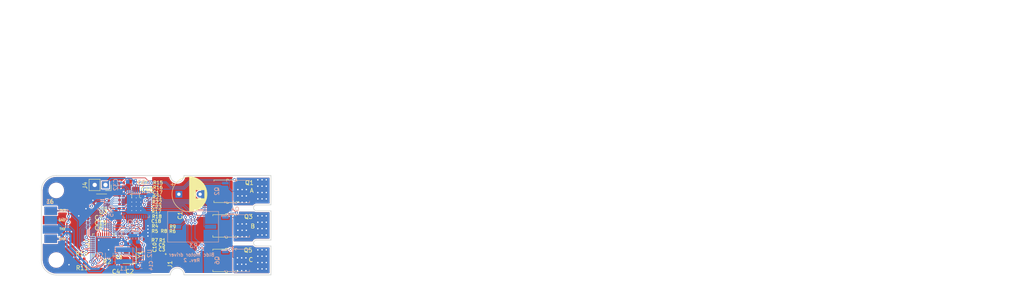
<source format=kicad_pcb>
(kicad_pcb (version 20171130) (host pcbnew 5.1.6)

  (general
    (thickness 1.6)
    (drawings 40)
    (tracks 824)
    (zones 0)
    (modules 59)
    (nets 56)
  )

  (page USLetter)
  (title_block
    (title "Project Title")
  )

  (layers
    (0 F.Cu signal)
    (31 B.Cu signal)
    (34 B.Paste user)
    (35 F.Paste user)
    (36 B.SilkS user)
    (37 F.SilkS user)
    (38 B.Mask user)
    (39 F.Mask user)
    (40 Dwgs.User user)
    (44 Edge.Cuts user)
    (45 Margin user)
    (46 B.CrtYd user)
    (47 F.CrtYd user)
    (48 B.Fab user)
    (49 F.Fab user)
  )

  (setup
    (last_trace_width 0.1524)
    (user_trace_width 0.1524)
    (user_trace_width 0.2)
    (user_trace_width 0.25)
    (user_trace_width 0.3)
    (user_trace_width 0.5)
    (user_trace_width 0.75)
    (user_trace_width 1.25)
    (trace_clearance 0.1524)
    (zone_clearance 0.254)
    (zone_45_only yes)
    (trace_min 0.1524)
    (via_size 0.6858)
    (via_drill 0.3302)
    (via_min_size 0.6858)
    (via_min_drill 0.3302)
    (user_via 0.6858 0.3302)
    (user_via 0.762 0.4064)
    (user_via 0.8636 0.508)
    (uvia_size 0.6858)
    (uvia_drill 0.3302)
    (uvias_allowed no)
    (uvia_min_size 0)
    (uvia_min_drill 0)
    (edge_width 0.1524)
    (segment_width 0.1524)
    (pcb_text_width 0.1524)
    (pcb_text_size 1.016 1.016)
    (mod_edge_width 0.1524)
    (mod_text_size 1.016 1.016)
    (mod_text_width 0.1524)
    (pad_size 1.524 1.524)
    (pad_drill 0.762)
    (pad_to_mask_clearance 0.0508)
    (solder_mask_min_width 0.1016)
    (pad_to_paste_clearance -0.0762)
    (aux_axis_origin 0 0)
    (visible_elements FFFFDF7D)
    (pcbplotparams
      (layerselection 0x310fc_ffffffff)
      (usegerberextensions true)
      (usegerberattributes false)
      (usegerberadvancedattributes false)
      (creategerberjobfile false)
      (excludeedgelayer true)
      (linewidth 0.100000)
      (plotframeref false)
      (viasonmask false)
      (mode 1)
      (useauxorigin false)
      (hpglpennumber 1)
      (hpglpenspeed 20)
      (hpglpendiameter 15.000000)
      (psnegative false)
      (psa4output false)
      (plotreference true)
      (plotvalue true)
      (plotinvisibletext false)
      (padsonsilk false)
      (subtractmaskfromsilk false)
      (outputformat 1)
      (mirror false)
      (drillshape 0)
      (scaleselection 1)
      (outputdirectory "bldc-drivr-gerbers"))
  )

  (net 0 "")
  (net 1 GND)
  (net 2 /VDRAIN)
  (net 3 /A_ADC)
  (net 4 /C_ADC)
  (net 5 /B_ADC)
  (net 6 "Net-(C32-Pad2)")
  (net 7 "Net-(C32-Pad1)")
  (net 8 "Net-(C45-Pad1)")
  (net 9 /C)
  (net 10 /A)
  (net 11 /B)
  (net 12 /GHA)
  (net 13 /GLA)
  (net 14 /GHB)
  (net 15 /GLB)
  (net 16 /GHC)
  (net 17 /GLC)
  (net 18 /SOA)
  (net 19 /SNA)
  (net 20 /SPA)
  (net 21 /DRV_EN)
  (net 22 /DRV_nFAULT)
  (net 23 /INHA)
  (net 24 /INLA)
  (net 25 /INHB)
  (net 26 /INLB)
  (net 27 /INHC)
  (net 28 /INLC)
  (net 29 /VSOURCE)
  (net 30 /XTAL_P)
  (net 31 /XTAL_M)
  (net 32 /MCU_3V3)
  (net 33 /MCU_RSTN)
  (net 34 "Net-(C10-Pad1)")
  (net 35 "Net-(C13-Pad1)")
  (net 36 "Net-(C33-Pad1)")
  (net 37 /SWDIO)
  (net 38 /SWCLK)
  (net 39 "Net-(J6-Pad4)")
  (net 40 "Net-(J6-Pad3)")
  (net 41 "Net-(L1-Pad1)")
  (net 42 "Net-(R2-Pad1)")
  (net 43 /DRV_CAL)
  (net 44 /MCU_DRV_nCS)
  (net 45 /MCU_IF_RX)
  (net 46 /MCU_IF_TX)
  (net 47 /MCU_DRV_MISO)
  (net 48 /MCU_DRV_MOSI)
  (net 49 /MCU_DRV_CLK)
  (net 50 "Net-(U2-Pad6)")
  (net 51 "Net-(U2-Pad5)")
  (net 52 "Net-(U3-Pad1)")
  (net 53 "Net-(U4-Pad22)")
  (net 54 "Net-(U4-Pad21)")
  (net 55 "Net-(U1-Pad15)")

  (net_class Default "This is the default net class."
    (clearance 0.1524)
    (trace_width 0.1524)
    (via_dia 0.6858)
    (via_drill 0.3302)
    (uvia_dia 0.6858)
    (uvia_drill 0.3302)
    (add_net /A)
    (add_net /A_ADC)
    (add_net /B)
    (add_net /B_ADC)
    (add_net /C)
    (add_net /C_ADC)
    (add_net /DRV_CAL)
    (add_net /DRV_EN)
    (add_net /DRV_nFAULT)
    (add_net /GHA)
    (add_net /GHB)
    (add_net /GHC)
    (add_net /GLA)
    (add_net /GLB)
    (add_net /GLC)
    (add_net /INHA)
    (add_net /INHB)
    (add_net /INHC)
    (add_net /INLA)
    (add_net /INLB)
    (add_net /INLC)
    (add_net /MCU_3V3)
    (add_net /MCU_DRV_CLK)
    (add_net /MCU_DRV_MISO)
    (add_net /MCU_DRV_MOSI)
    (add_net /MCU_DRV_nCS)
    (add_net /MCU_IF_RX)
    (add_net /MCU_IF_TX)
    (add_net /MCU_RSTN)
    (add_net /SNA)
    (add_net /SOA)
    (add_net /SPA)
    (add_net /SWCLK)
    (add_net /SWDIO)
    (add_net /VDRAIN)
    (add_net /VSOURCE)
    (add_net /XTAL_M)
    (add_net /XTAL_P)
    (add_net GND)
    (add_net "Net-(C10-Pad1)")
    (add_net "Net-(C13-Pad1)")
    (add_net "Net-(C32-Pad1)")
    (add_net "Net-(C32-Pad2)")
    (add_net "Net-(C33-Pad1)")
    (add_net "Net-(C45-Pad1)")
    (add_net "Net-(J6-Pad3)")
    (add_net "Net-(J6-Pad4)")
    (add_net "Net-(L1-Pad1)")
    (add_net "Net-(R2-Pad1)")
    (add_net "Net-(U1-Pad15)")
    (add_net "Net-(U2-Pad5)")
    (add_net "Net-(U2-Pad6)")
    (add_net "Net-(U3-Pad1)")
    (add_net "Net-(U4-Pad21)")
    (add_net "Net-(U4-Pad22)")
  )

  (module Package_DFN_QFN:Texas_S-PVQFN-N40_EP3.52x2.62mm_ThermalVias (layer B.Cu) (tedit 5F1C7F19) (tstamp 5F0870DA)
    (at 47.35 106.75 270)
    (descr "QFN, 40 Pin (http://www.ti.com/lit/ds/symlink/drv8308.pdf#page=56 JEDEC MO-220 variation VJJD-2), generated with kicad-footprint-generator ipc_noLead_generator.py")
    (tags "QFN NoLead")
    (path /5FEC34C6)
    (attr smd)
    (fp_text reference U4 (at -0.05 -4.54 270) (layer B.SilkS)
      (effects (font (size 1 1) (thickness 0.15)) (justify mirror))
    )
    (fp_text value DRV8304S (at 0 -4.32 270) (layer B.Fab)
      (effects (font (size 1 1) (thickness 0.15)) (justify mirror))
    )
    (fp_line (start 2.635 3.11) (end 3.11 3.11) (layer B.SilkS) (width 0.12))
    (fp_line (start 3.11 3.11) (end 3.11 2.635) (layer B.SilkS) (width 0.12))
    (fp_line (start -2.635 -3.11) (end -3.11 -3.11) (layer B.SilkS) (width 0.12))
    (fp_line (start -3.11 -3.11) (end -3.11 -2.635) (layer B.SilkS) (width 0.12))
    (fp_line (start 2.635 -3.11) (end 3.11 -3.11) (layer B.SilkS) (width 0.12))
    (fp_line (start 3.11 -3.11) (end 3.11 -2.635) (layer B.SilkS) (width 0.12))
    (fp_line (start -2.635 3.11) (end -3.11 3.11) (layer B.SilkS) (width 0.12))
    (fp_line (start -2 3) (end 3 3) (layer B.Fab) (width 0.1))
    (fp_line (start 3 3) (end 3 -3) (layer B.Fab) (width 0.1))
    (fp_line (start 3 -3) (end -3 -3) (layer B.Fab) (width 0.1))
    (fp_line (start -3 -3) (end -3 2) (layer B.Fab) (width 0.1))
    (fp_line (start -3 2) (end -2 3) (layer B.Fab) (width 0.1))
    (fp_line (start -3.62 3.62) (end -3.62 -3.62) (layer B.CrtYd) (width 0.05))
    (fp_line (start -3.62 -3.62) (end 3.62 -3.62) (layer B.CrtYd) (width 0.05))
    (fp_line (start 3.62 -3.62) (end 3.62 3.62) (layer B.CrtYd) (width 0.05))
    (fp_line (start 3.62 3.62) (end -3.62 3.62) (layer B.CrtYd) (width 0.05))
    (fp_text user %R (at 0 0 270) (layer B.Fab)
      (effects (font (size 1 1) (thickness 0.15)) (justify mirror))
    )
    (pad "" smd roundrect (at 1.17 -0.655 270) (size 0.98 1.1) (layers B.Paste) (roundrect_rratio 0.25))
    (pad "" smd roundrect (at 1.17 0.655 270) (size 0.98 1.1) (layers B.Paste) (roundrect_rratio 0.25))
    (pad "" smd roundrect (at 0 -0.655 270) (size 0.98 1.1) (layers B.Paste) (roundrect_rratio 0.25))
    (pad "" smd roundrect (at 0 0.655 270) (size 0.98 1.1) (layers B.Paste) (roundrect_rratio 0.25))
    (pad "" smd roundrect (at -1.17 -0.655 270) (size 0.98 1.1) (layers B.Paste) (roundrect_rratio 0.25))
    (pad "" smd roundrect (at -1.17 0.655 270) (size 0.98 1.1) (layers B.Paste) (roundrect_rratio 0.25))
    (pad 41 smd rect (at 0 0 270) (size 3.52 2.62) (layers F.Cu)
      (net 1 GND))
    (pad 41 thru_hole circle (at 1.51 -1.06 270) (size 0.5 0.5) (drill 0.2) (layers *.Cu)
      (net 1 GND))
    (pad 41 thru_hole circle (at 0.503333 -1.06 270) (size 0.5 0.5) (drill 0.2) (layers *.Cu)
      (net 1 GND))
    (pad 41 thru_hole circle (at -0.503333 -1.06 270) (size 0.5 0.5) (drill 0.2) (layers *.Cu)
      (net 1 GND))
    (pad 41 thru_hole circle (at -1.51 -1.06 270) (size 0.5 0.5) (drill 0.2) (layers *.Cu)
      (net 1 GND))
    (pad 41 thru_hole circle (at 1.51 0 270) (size 0.5 0.5) (drill 0.2) (layers *.Cu)
      (net 1 GND))
    (pad 41 thru_hole circle (at 0.503333 0 270) (size 0.5 0.5) (drill 0.2) (layers *.Cu)
      (net 1 GND))
    (pad 41 thru_hole circle (at -0.503333 0 270) (size 0.5 0.5) (drill 0.2) (layers *.Cu)
      (net 1 GND))
    (pad 41 thru_hole circle (at -1.51 0 270) (size 0.5 0.5) (drill 0.2) (layers *.Cu)
      (net 1 GND))
    (pad 41 thru_hole circle (at 1.51 1.06 270) (size 0.5 0.5) (drill 0.2) (layers *.Cu)
      (net 1 GND))
    (pad 41 thru_hole circle (at 0.503333 1.06 270) (size 0.5 0.5) (drill 0.2) (layers *.Cu)
      (net 1 GND))
    (pad 41 thru_hole circle (at -0.503333 1.06 270) (size 0.5 0.5) (drill 0.2) (layers *.Cu)
      (net 1 GND))
    (pad 41 thru_hole circle (at -1.51 1.06 270) (size 0.5 0.5) (drill 0.2) (layers *.Cu)
      (net 1 GND))
    (pad 41 smd rect (at 0 0 270) (size 3.52 2.62) (layers B.Cu B.Mask)
      (net 1 GND))
    (pad 40 smd roundrect (at -2.25 2.9375 270) (size 0.25 0.875) (layers B.Cu B.Paste B.Mask) (roundrect_rratio 0.25)
      (net 1 GND))
    (pad 39 smd roundrect (at -1.75 2.9375 270) (size 0.25 0.875) (layers B.Cu B.Paste B.Mask) (roundrect_rratio 0.25)
      (net 28 /INLC))
    (pad 38 smd roundrect (at -1.25 2.9375 270) (size 0.25 0.875) (layers B.Cu B.Paste B.Mask) (roundrect_rratio 0.25)
      (net 27 /INHC))
    (pad 37 smd roundrect (at -0.75 2.9375 270) (size 0.25 0.875) (layers B.Cu B.Paste B.Mask) (roundrect_rratio 0.25)
      (net 26 /INLB))
    (pad 36 smd roundrect (at -0.25 2.9375 270) (size 0.25 0.875) (layers B.Cu B.Paste B.Mask) (roundrect_rratio 0.25)
      (net 25 /INHB))
    (pad 35 smd roundrect (at 0.25 2.9375 270) (size 0.25 0.875) (layers B.Cu B.Paste B.Mask) (roundrect_rratio 0.25)
      (net 24 /INLA))
    (pad 34 smd roundrect (at 0.75 2.9375 270) (size 0.25 0.875) (layers B.Cu B.Paste B.Mask) (roundrect_rratio 0.25)
      (net 23 /INHA))
    (pad 33 smd roundrect (at 1.25 2.9375 270) (size 0.25 0.875) (layers B.Cu B.Paste B.Mask) (roundrect_rratio 0.25)
      (net 8 "Net-(C45-Pad1)"))
    (pad 32 smd roundrect (at 1.75 2.9375 270) (size 0.25 0.875) (layers B.Cu B.Paste B.Mask) (roundrect_rratio 0.25)
      (net 1 GND))
    (pad 31 smd roundrect (at 2.25 2.9375 270) (size 0.25 0.875) (layers B.Cu B.Paste B.Mask) (roundrect_rratio 0.25)
      (net 43 /DRV_CAL))
    (pad 30 smd roundrect (at 2.9375 2.25 270) (size 0.875 0.25) (layers B.Cu B.Paste B.Mask) (roundrect_rratio 0.25)
      (net 21 /DRV_EN))
    (pad 29 smd roundrect (at 2.9375 1.75 270) (size 0.875 0.25) (layers B.Cu B.Paste B.Mask) (roundrect_rratio 0.25)
      (net 44 /MCU_DRV_nCS))
    (pad 28 smd roundrect (at 2.9375 1.25 270) (size 0.875 0.25) (layers B.Cu B.Paste B.Mask) (roundrect_rratio 0.25)
      (net 49 /MCU_DRV_CLK))
    (pad 27 smd roundrect (at 2.9375 0.75 270) (size 0.875 0.25) (layers B.Cu B.Paste B.Mask) (roundrect_rratio 0.25)
      (net 48 /MCU_DRV_MOSI))
    (pad 26 smd roundrect (at 2.9375 0.25 270) (size 0.875 0.25) (layers B.Cu B.Paste B.Mask) (roundrect_rratio 0.25)
      (net 47 /MCU_DRV_MISO))
    (pad 25 smd roundrect (at 2.9375 -0.25 270) (size 0.875 0.25) (layers B.Cu B.Paste B.Mask) (roundrect_rratio 0.25)
      (net 22 /DRV_nFAULT))
    (pad 24 smd roundrect (at 2.9375 -0.75 270) (size 0.875 0.25) (layers B.Cu B.Paste B.Mask) (roundrect_rratio 0.25)
      (net 32 /MCU_3V3))
    (pad 23 smd roundrect (at 2.9375 -1.25 270) (size 0.875 0.25) (layers B.Cu B.Paste B.Mask) (roundrect_rratio 0.25)
      (net 18 /SOA))
    (pad 22 smd roundrect (at 2.9375 -1.75 270) (size 0.875 0.25) (layers B.Cu B.Paste B.Mask) (roundrect_rratio 0.25)
      (net 53 "Net-(U4-Pad22)"))
    (pad 21 smd roundrect (at 2.9375 -2.25 270) (size 0.875 0.25) (layers B.Cu B.Paste B.Mask) (roundrect_rratio 0.25)
      (net 54 "Net-(U4-Pad21)"))
    (pad 20 smd roundrect (at 2.25 -2.9375 270) (size 0.25 0.875) (layers B.Cu B.Paste B.Mask) (roundrect_rratio 0.25)
      (net 1 GND))
    (pad 19 smd roundrect (at 1.75 -2.9375 270) (size 0.25 0.875) (layers B.Cu B.Paste B.Mask) (roundrect_rratio 0.25)
      (net 1 GND))
    (pad 18 smd roundrect (at 1.25 -2.9375 270) (size 0.25 0.875) (layers B.Cu B.Paste B.Mask) (roundrect_rratio 0.25)
      (net 17 /GLC))
    (pad 17 smd roundrect (at 0.75 -2.9375 270) (size 0.25 0.875) (layers B.Cu B.Paste B.Mask) (roundrect_rratio 0.25)
      (net 9 /C))
    (pad 16 smd roundrect (at 0.25 -2.9375 270) (size 0.25 0.875) (layers B.Cu B.Paste B.Mask) (roundrect_rratio 0.25)
      (net 16 /GHC))
    (pad 15 smd roundrect (at -0.25 -2.9375 270) (size 0.25 0.875) (layers B.Cu B.Paste B.Mask) (roundrect_rratio 0.25)
      (net 14 /GHB))
    (pad 14 smd roundrect (at -0.75 -2.9375 270) (size 0.25 0.875) (layers B.Cu B.Paste B.Mask) (roundrect_rratio 0.25)
      (net 11 /B))
    (pad 13 smd roundrect (at -1.25 -2.9375 270) (size 0.25 0.875) (layers B.Cu B.Paste B.Mask) (roundrect_rratio 0.25)
      (net 15 /GLB))
    (pad 12 smd roundrect (at -1.75 -2.9375 270) (size 0.25 0.875) (layers B.Cu B.Paste B.Mask) (roundrect_rratio 0.25)
      (net 1 GND))
    (pad 11 smd roundrect (at -2.25 -2.9375 270) (size 0.25 0.875) (layers B.Cu B.Paste B.Mask) (roundrect_rratio 0.25)
      (net 1 GND))
    (pad 10 smd roundrect (at -2.9375 -2.25 270) (size 0.875 0.25) (layers B.Cu B.Paste B.Mask) (roundrect_rratio 0.25)
      (net 19 /SNA))
    (pad 9 smd roundrect (at -2.9375 -1.75 270) (size 0.875 0.25) (layers B.Cu B.Paste B.Mask) (roundrect_rratio 0.25)
      (net 20 /SPA))
    (pad 8 smd roundrect (at -2.9375 -1.25 270) (size 0.875 0.25) (layers B.Cu B.Paste B.Mask) (roundrect_rratio 0.25)
      (net 13 /GLA))
    (pad 7 smd roundrect (at -2.9375 -0.75 270) (size 0.875 0.25) (layers B.Cu B.Paste B.Mask) (roundrect_rratio 0.25)
      (net 10 /A))
    (pad 6 smd roundrect (at -2.9375 -0.25 270) (size 0.875 0.25) (layers B.Cu B.Paste B.Mask) (roundrect_rratio 0.25)
      (net 12 /GHA))
    (pad 5 smd roundrect (at -2.9375 0.25 270) (size 0.875 0.25) (layers B.Cu B.Paste B.Mask) (roundrect_rratio 0.25)
      (net 2 /VDRAIN))
    (pad 4 smd roundrect (at -2.9375 0.75 270) (size 0.875 0.25) (layers B.Cu B.Paste B.Mask) (roundrect_rratio 0.25)
      (net 2 /VDRAIN))
    (pad 3 smd roundrect (at -2.9375 1.25 270) (size 0.875 0.25) (layers B.Cu B.Paste B.Mask) (roundrect_rratio 0.25)
      (net 36 "Net-(C33-Pad1)"))
    (pad 2 smd roundrect (at -2.9375 1.75 270) (size 0.875 0.25) (layers B.Cu B.Paste B.Mask) (roundrect_rratio 0.25)
      (net 7 "Net-(C32-Pad1)"))
    (pad 1 smd roundrect (at -2.9375 2.25 270) (size 0.875 0.25) (layers B.Cu B.Paste B.Mask) (roundrect_rratio 0.25)
      (net 6 "Net-(C32-Pad2)"))
    (model ${KISYS3DMOD}/Package_DFN_QFN.3dshapes/Texas_S-PVQFN-N40_EP3.52x2.62mm.wrl
      (at (xyz 0 0 0))
      (scale (xyz 1 1 1))
      (rotate (xyz 0 0 0))
    )
    (model ${KIPRJMOD}/bldc-parts.pretty/RHA0040E.stp
      (at (xyz 0 0 0))
      (scale (xyz 1 1 1))
      (rotate (xyz 0 0 0))
    )
  )

  (module bldc-parts:Infineon_PG-TDSON-8-33 (layer B.Cu) (tedit 5F1C7D72) (tstamp 5F08E1F7)
    (at 71.35 119.95 90)
    (path /5DE8AE13)
    (fp_text reference Q6 (at -0.05 -4.925 90) (layer B.SilkS)
      (effects (font (size 1 1) (thickness 0.15)) (justify mirror))
    )
    (fp_text value IPC90N04S5L3R3ATMA1 (at 0 0.5 270) (layer B.Fab)
      (effects (font (size 1 1) (thickness 0.15)) (justify mirror))
    )
    (fp_poly (pts (xy 0.1 2.24) (xy 0.1 0.74) (xy 1.6 0.74) (xy 1.6 2.24)) (layer B.Paste) (width 0.1))
    (fp_poly (pts (xy -1.6 2.24) (xy -1.6 0.74) (xy -0.1 0.74) (xy -0.1 2.24)) (layer B.Paste) (width 0.1))
    (fp_poly (pts (xy -1.6 0.54) (xy -1.6 -0.96) (xy -0.1 -0.96) (xy -0.1 0.54)) (layer B.Paste) (width 0.1))
    (fp_poly (pts (xy 0.1 0.54) (xy 0.1 -0.96) (xy 1.6 -0.96) (xy 1.6 0.54)) (layer B.Paste) (width 0.1))
    (fp_poly (pts (xy -2.155 -2.87) (xy -2.155 -3.72) (xy -1.655 -3.72) (xy -1.655 -2.87)) (layer B.Paste) (width 0.1))
    (fp_poly (pts (xy -0.885 -2.87) (xy -0.885 -3.72) (xy -0.385 -3.72) (xy -0.385 -2.87)) (layer B.Paste) (width 0.1))
    (fp_poly (pts (xy 0.385 -2.87) (xy 0.385 -3.72) (xy 0.885 -3.72) (xy 0.885 -2.87)) (layer B.Paste) (width 0.1))
    (fp_poly (pts (xy -2.165 -2.25) (xy -2.165 -2.75) (xy -1.315 -2.75) (xy -1.315 -2.25)) (layer B.Paste) (width 0.1))
    (fp_poly (pts (xy 0.035 -2.25) (xy 0.035 -2.75) (xy 0.885 -2.75) (xy 0.885 -2.25)) (layer B.Paste) (width 0.1))
    (fp_poly (pts (xy -1.065 -2.25) (xy -1.065 -2.75) (xy -0.215 -2.75) (xy -0.215 -2.25)) (layer B.Paste) (width 0.1))
    (fp_poly (pts (xy 1.655 -2.52) (xy 1.655 -3.72) (xy 2.155 -3.72) (xy 2.155 -2.52)) (layer B.Paste) (width 0.1))
    (fp_poly (pts (xy 1.655 3.72) (xy 1.655 2.52) (xy 2.155 2.52) (xy 2.155 3.72)) (layer B.Paste) (width 0.1))
    (fp_poly (pts (xy 0.385 3.72) (xy 0.385 2.52) (xy 0.885 2.52) (xy 0.885 3.72)) (layer B.Paste) (width 0.1))
    (fp_poly (pts (xy -0.885 3.72) (xy -0.885 2.52) (xy -0.385 2.52) (xy -0.385 3.72)) (layer B.Paste) (width 0.1))
    (fp_poly (pts (xy -2.155 3.72) (xy -2.155 2.52) (xy -1.655 2.52) (xy -1.655 3.72)) (layer B.Paste) (width 0.1))
    (fp_line (start -3 -4) (end -3 4) (layer B.CrtYd) (width 0.12))
    (fp_line (start 3 -4) (end -3 -4) (layer B.CrtYd) (width 0.12))
    (fp_line (start 3 4) (end 3 -4) (layer B.CrtYd) (width 0.12))
    (fp_line (start -3 4) (end 3 4) (layer B.CrtYd) (width 0.12))
    (fp_line (start -2.9 -3.3) (end -2.9 3.9) (layer B.Fab) (width 0.12))
    (fp_line (start -2.3 -3.9) (end -2.9 -3.3) (layer B.Fab) (width 0.12))
    (fp_line (start 2.9 -3.9) (end -2.3 -3.9) (layer B.Fab) (width 0.12))
    (fp_line (start 2.9 3.9) (end 2.9 -3.9) (layer B.Fab) (width 0.12))
    (fp_line (start -2.9 3.9) (end 2.9 3.9) (layer B.Fab) (width 0.12))
    (fp_line (start 2.6 -0.3) (end 2.6 2.7) (layer B.SilkS) (width 0.12))
    (fp_line (start -2.7 -0.3) (end -2.7 2.7) (layer B.SilkS) (width 0.12))
    (fp_line (start -2.9 -0.7) (end -2.7 -0.7) (layer B.SilkS) (width 0.12))
    (fp_line (start -2.9 -0.3) (end -2.9 -0.7) (layer B.SilkS) (width 0.12))
    (fp_line (start -2.7 -0.3) (end -2.9 -0.3) (layer B.SilkS) (width 0.12))
    (fp_line (start 2.8 -0.7) (end 2.6 -0.7) (layer B.SilkS) (width 0.12))
    (fp_line (start 2.8 -0.3) (end 2.8 -0.7) (layer B.SilkS) (width 0.12))
    (fp_line (start 2.6 -0.3) (end 2.8 -0.3) (layer B.SilkS) (width 0.12))
    (fp_line (start 2.6 2.7) (end 2.3 2.7) (layer B.SilkS) (width 0.12))
    (fp_line (start 2.3 -2.7) (end 2.6 -2.7) (layer B.SilkS) (width 0.12))
    (fp_line (start 2.6 -0.7) (end 2.6 -2.7) (layer B.SilkS) (width 0.12))
    (fp_line (start -2.7 -2.4) (end -2.4 -2.7) (layer B.SilkS) (width 0.12))
    (fp_line (start -2.7 -0.7) (end -2.7 -2.4) (layer B.SilkS) (width 0.12))
    (fp_line (start -2.3 2.7) (end -2.7 2.7) (layer B.SilkS) (width 0.12))
    (fp_circle (center -2.6 -3.1) (end -2.458579 -3.1) (layer B.SilkS) (width 0.12))
    (pad 1 smd rect (at -0.635 -2.5275 90) (size 3.14 0.615) (layers B.Cu B.Mask)
      (net 29 /VSOURCE))
    (pad 5 smd rect (at 0 0.6475 90) (size 4.41 3.55) (layers B.Cu B.Mask)
      (net 9 /C))
    (pad 5 smd rect (at 1.905 3.095 90) (size 0.6 1.35) (layers B.Cu B.Mask)
      (net 9 /C))
    (pad 8 smd rect (at -1.905 3.095 90) (size 0.6 1.35) (layers B.Cu B.Mask)
      (net 9 /C))
    (pad 7 smd rect (at -0.635 3.095 90) (size 0.6 1.35) (layers B.Cu B.Mask)
      (net 9 /C))
    (pad 1 smd rect (at -1.905 -2.995 90) (size 0.6 1.55) (layers B.Cu B.Mask)
      (net 29 /VSOURCE))
    (pad 4 smd rect (at 1.905 -2.995 90) (size 0.6 1.55) (layers B.Cu B.Mask)
      (net 17 /GLC))
    (pad 2 smd rect (at -0.635 -2.995 90) (size 0.6 1.55) (layers B.Cu B.Mask)
      (net 29 /VSOURCE))
    (pad 3 smd rect (at 0.635 -2.995 90) (size 0.6 1.55) (layers B.Cu B.Mask)
      (net 29 /VSOURCE))
    (pad 6 smd rect (at 0.635 3.095 90) (size 0.6 1.35) (layers B.Cu B.Mask)
      (net 9 /C))
    (model ${KIPRJMOD}/bldc-parts.pretty/Infineon-STP_PG-TDSON-8-33-P-v01_00-EN.stp
      (at (xyz 0 0 0))
      (scale (xyz 1 1 1))
      (rotate (xyz 0 0 0))
    )
  )

  (module bldc-parts:Infineon_PG-TDSON-8-33 (layer F.Cu) (tedit 5F1C7D72) (tstamp 5F086CE6)
    (at 68.106 119.95 90)
    (path /5DE89DC8)
    (fp_text reference Q5 (at 2.35 5.594 180) (layer F.SilkS)
      (effects (font (size 1 1) (thickness 0.15)))
    )
    (fp_text value IPC90N04S5L3R3ATMA1 (at 0 -0.5 90) (layer F.Fab)
      (effects (font (size 1 1) (thickness 0.15)))
    )
    (fp_poly (pts (xy 0.1 -2.24) (xy 0.1 -0.74) (xy 1.6 -0.74) (xy 1.6 -2.24)) (layer F.Paste) (width 0.1))
    (fp_poly (pts (xy -1.6 -2.24) (xy -1.6 -0.74) (xy -0.1 -0.74) (xy -0.1 -2.24)) (layer F.Paste) (width 0.1))
    (fp_poly (pts (xy -1.6 -0.54) (xy -1.6 0.96) (xy -0.1 0.96) (xy -0.1 -0.54)) (layer F.Paste) (width 0.1))
    (fp_poly (pts (xy 0.1 -0.54) (xy 0.1 0.96) (xy 1.6 0.96) (xy 1.6 -0.54)) (layer F.Paste) (width 0.1))
    (fp_poly (pts (xy -2.155 2.87) (xy -2.155 3.72) (xy -1.655 3.72) (xy -1.655 2.87)) (layer F.Paste) (width 0.1))
    (fp_poly (pts (xy -0.885 2.87) (xy -0.885 3.72) (xy -0.385 3.72) (xy -0.385 2.87)) (layer F.Paste) (width 0.1))
    (fp_poly (pts (xy 0.385 2.87) (xy 0.385 3.72) (xy 0.885 3.72) (xy 0.885 2.87)) (layer F.Paste) (width 0.1))
    (fp_poly (pts (xy -2.165 2.25) (xy -2.165 2.75) (xy -1.315 2.75) (xy -1.315 2.25)) (layer F.Paste) (width 0.1))
    (fp_poly (pts (xy 0.035 2.25) (xy 0.035 2.75) (xy 0.885 2.75) (xy 0.885 2.25)) (layer F.Paste) (width 0.1))
    (fp_poly (pts (xy -1.065 2.25) (xy -1.065 2.75) (xy -0.215 2.75) (xy -0.215 2.25)) (layer F.Paste) (width 0.1))
    (fp_poly (pts (xy 1.655 2.52) (xy 1.655 3.72) (xy 2.155 3.72) (xy 2.155 2.52)) (layer F.Paste) (width 0.1))
    (fp_poly (pts (xy 1.655 -3.72) (xy 1.655 -2.52) (xy 2.155 -2.52) (xy 2.155 -3.72)) (layer F.Paste) (width 0.1))
    (fp_poly (pts (xy 0.385 -3.72) (xy 0.385 -2.52) (xy 0.885 -2.52) (xy 0.885 -3.72)) (layer F.Paste) (width 0.1))
    (fp_poly (pts (xy -0.885 -3.72) (xy -0.885 -2.52) (xy -0.385 -2.52) (xy -0.385 -3.72)) (layer F.Paste) (width 0.1))
    (fp_poly (pts (xy -2.155 -3.72) (xy -2.155 -2.52) (xy -1.655 -2.52) (xy -1.655 -3.72)) (layer F.Paste) (width 0.1))
    (fp_line (start -3 4) (end -3 -4) (layer F.CrtYd) (width 0.12))
    (fp_line (start 3 4) (end -3 4) (layer F.CrtYd) (width 0.12))
    (fp_line (start 3 -4) (end 3 4) (layer F.CrtYd) (width 0.12))
    (fp_line (start -3 -4) (end 3 -4) (layer F.CrtYd) (width 0.12))
    (fp_line (start -2.9 3.3) (end -2.9 -3.9) (layer F.Fab) (width 0.12))
    (fp_line (start -2.3 3.9) (end -2.9 3.3) (layer F.Fab) (width 0.12))
    (fp_line (start 2.9 3.9) (end -2.3 3.9) (layer F.Fab) (width 0.12))
    (fp_line (start 2.9 -3.9) (end 2.9 3.9) (layer F.Fab) (width 0.12))
    (fp_line (start -2.9 -3.9) (end 2.9 -3.9) (layer F.Fab) (width 0.12))
    (fp_line (start 2.6 0.3) (end 2.6 -2.7) (layer F.SilkS) (width 0.12))
    (fp_line (start -2.7 0.3) (end -2.7 -2.7) (layer F.SilkS) (width 0.12))
    (fp_line (start -2.9 0.7) (end -2.7 0.7) (layer F.SilkS) (width 0.12))
    (fp_line (start -2.9 0.3) (end -2.9 0.7) (layer F.SilkS) (width 0.12))
    (fp_line (start -2.7 0.3) (end -2.9 0.3) (layer F.SilkS) (width 0.12))
    (fp_line (start 2.8 0.7) (end 2.6 0.7) (layer F.SilkS) (width 0.12))
    (fp_line (start 2.8 0.3) (end 2.8 0.7) (layer F.SilkS) (width 0.12))
    (fp_line (start 2.6 0.3) (end 2.8 0.3) (layer F.SilkS) (width 0.12))
    (fp_line (start 2.6 -2.7) (end 2.3 -2.7) (layer F.SilkS) (width 0.12))
    (fp_line (start 2.3 2.7) (end 2.6 2.7) (layer F.SilkS) (width 0.12))
    (fp_line (start 2.6 0.7) (end 2.6 2.7) (layer F.SilkS) (width 0.12))
    (fp_line (start -2.7 2.4) (end -2.4 2.7) (layer F.SilkS) (width 0.12))
    (fp_line (start -2.7 0.7) (end -2.7 2.4) (layer F.SilkS) (width 0.12))
    (fp_line (start -2.3 -2.7) (end -2.7 -2.7) (layer F.SilkS) (width 0.12))
    (fp_circle (center -2.6 3.1) (end -2.458579 3.1) (layer F.SilkS) (width 0.12))
    (pad 1 smd rect (at -0.635 2.5275 90) (size 3.14 0.615) (layers F.Cu F.Mask)
      (net 9 /C))
    (pad 5 smd rect (at 0 -0.6475 90) (size 4.41 3.55) (layers F.Cu F.Mask)
      (net 2 /VDRAIN))
    (pad 5 smd rect (at 1.905 -3.095 90) (size 0.6 1.35) (layers F.Cu F.Mask)
      (net 2 /VDRAIN))
    (pad 8 smd rect (at -1.905 -3.095 90) (size 0.6 1.35) (layers F.Cu F.Mask)
      (net 2 /VDRAIN))
    (pad 7 smd rect (at -0.635 -3.095 90) (size 0.6 1.35) (layers F.Cu F.Mask)
      (net 2 /VDRAIN))
    (pad 1 smd rect (at -1.905 2.995 90) (size 0.6 1.55) (layers F.Cu F.Mask)
      (net 9 /C))
    (pad 4 smd rect (at 1.905 2.995 90) (size 0.6 1.55) (layers F.Cu F.Mask)
      (net 16 /GHC))
    (pad 2 smd rect (at -0.635 2.995 90) (size 0.6 1.55) (layers F.Cu F.Mask)
      (net 9 /C))
    (pad 3 smd rect (at 0.635 2.995 90) (size 0.6 1.55) (layers F.Cu F.Mask)
      (net 9 /C))
    (pad 6 smd rect (at 0.635 -3.095 90) (size 0.6 1.35) (layers F.Cu F.Mask)
      (net 2 /VDRAIN))
    (model ${KIPRJMOD}/bldc-parts.pretty/Infineon-STP_PG-TDSON-8-33-P-v01_00-EN.stp
      (at (xyz 0 0 0))
      (scale (xyz 1 1 1))
      (rotate (xyz 0 0 0))
    )
  )

  (module bldc-parts:Infineon_PG-TDSON-8-33 (layer B.Cu) (tedit 5F1C7D72) (tstamp 5F084254)
    (at 71.35 111.812 90)
    (path /5DE892AF)
    (fp_text reference Q4 (at 3.887 -0.7 180) (layer B.SilkS)
      (effects (font (size 1 1) (thickness 0.15)) (justify mirror))
    )
    (fp_text value IPC90N04S5L3R3ATMA1 (at 0 0.5 90) (layer B.Fab)
      (effects (font (size 1 1) (thickness 0.15)) (justify mirror))
    )
    (fp_poly (pts (xy 0.1 2.24) (xy 0.1 0.74) (xy 1.6 0.74) (xy 1.6 2.24)) (layer B.Paste) (width 0.1))
    (fp_poly (pts (xy -1.6 2.24) (xy -1.6 0.74) (xy -0.1 0.74) (xy -0.1 2.24)) (layer B.Paste) (width 0.1))
    (fp_poly (pts (xy -1.6 0.54) (xy -1.6 -0.96) (xy -0.1 -0.96) (xy -0.1 0.54)) (layer B.Paste) (width 0.1))
    (fp_poly (pts (xy 0.1 0.54) (xy 0.1 -0.96) (xy 1.6 -0.96) (xy 1.6 0.54)) (layer B.Paste) (width 0.1))
    (fp_poly (pts (xy -2.155 -2.87) (xy -2.155 -3.72) (xy -1.655 -3.72) (xy -1.655 -2.87)) (layer B.Paste) (width 0.1))
    (fp_poly (pts (xy -0.885 -2.87) (xy -0.885 -3.72) (xy -0.385 -3.72) (xy -0.385 -2.87)) (layer B.Paste) (width 0.1))
    (fp_poly (pts (xy 0.385 -2.87) (xy 0.385 -3.72) (xy 0.885 -3.72) (xy 0.885 -2.87)) (layer B.Paste) (width 0.1))
    (fp_poly (pts (xy -2.165 -2.25) (xy -2.165 -2.75) (xy -1.315 -2.75) (xy -1.315 -2.25)) (layer B.Paste) (width 0.1))
    (fp_poly (pts (xy 0.035 -2.25) (xy 0.035 -2.75) (xy 0.885 -2.75) (xy 0.885 -2.25)) (layer B.Paste) (width 0.1))
    (fp_poly (pts (xy -1.065 -2.25) (xy -1.065 -2.75) (xy -0.215 -2.75) (xy -0.215 -2.25)) (layer B.Paste) (width 0.1))
    (fp_poly (pts (xy 1.655 -2.52) (xy 1.655 -3.72) (xy 2.155 -3.72) (xy 2.155 -2.52)) (layer B.Paste) (width 0.1))
    (fp_poly (pts (xy 1.655 3.72) (xy 1.655 2.52) (xy 2.155 2.52) (xy 2.155 3.72)) (layer B.Paste) (width 0.1))
    (fp_poly (pts (xy 0.385 3.72) (xy 0.385 2.52) (xy 0.885 2.52) (xy 0.885 3.72)) (layer B.Paste) (width 0.1))
    (fp_poly (pts (xy -0.885 3.72) (xy -0.885 2.52) (xy -0.385 2.52) (xy -0.385 3.72)) (layer B.Paste) (width 0.1))
    (fp_poly (pts (xy -2.155 3.72) (xy -2.155 2.52) (xy -1.655 2.52) (xy -1.655 3.72)) (layer B.Paste) (width 0.1))
    (fp_line (start -3 -4) (end -3 4) (layer B.CrtYd) (width 0.12))
    (fp_line (start 3 -4) (end -3 -4) (layer B.CrtYd) (width 0.12))
    (fp_line (start 3 4) (end 3 -4) (layer B.CrtYd) (width 0.12))
    (fp_line (start -3 4) (end 3 4) (layer B.CrtYd) (width 0.12))
    (fp_line (start -2.9 -3.3) (end -2.9 3.9) (layer B.Fab) (width 0.12))
    (fp_line (start -2.3 -3.9) (end -2.9 -3.3) (layer B.Fab) (width 0.12))
    (fp_line (start 2.9 -3.9) (end -2.3 -3.9) (layer B.Fab) (width 0.12))
    (fp_line (start 2.9 3.9) (end 2.9 -3.9) (layer B.Fab) (width 0.12))
    (fp_line (start -2.9 3.9) (end 2.9 3.9) (layer B.Fab) (width 0.12))
    (fp_line (start 2.6 -0.3) (end 2.6 2.7) (layer B.SilkS) (width 0.12))
    (fp_line (start -2.7 -0.3) (end -2.7 2.7) (layer B.SilkS) (width 0.12))
    (fp_line (start -2.9 -0.7) (end -2.7 -0.7) (layer B.SilkS) (width 0.12))
    (fp_line (start -2.9 -0.3) (end -2.9 -0.7) (layer B.SilkS) (width 0.12))
    (fp_line (start -2.7 -0.3) (end -2.9 -0.3) (layer B.SilkS) (width 0.12))
    (fp_line (start 2.8 -0.7) (end 2.6 -0.7) (layer B.SilkS) (width 0.12))
    (fp_line (start 2.8 -0.3) (end 2.8 -0.7) (layer B.SilkS) (width 0.12))
    (fp_line (start 2.6 -0.3) (end 2.8 -0.3) (layer B.SilkS) (width 0.12))
    (fp_line (start 2.6 2.7) (end 2.3 2.7) (layer B.SilkS) (width 0.12))
    (fp_line (start 2.3 -2.7) (end 2.6 -2.7) (layer B.SilkS) (width 0.12))
    (fp_line (start 2.6 -0.7) (end 2.6 -2.7) (layer B.SilkS) (width 0.12))
    (fp_line (start -2.7 -2.4) (end -2.4 -2.7) (layer B.SilkS) (width 0.12))
    (fp_line (start -2.7 -0.7) (end -2.7 -2.4) (layer B.SilkS) (width 0.12))
    (fp_line (start -2.3 2.7) (end -2.7 2.7) (layer B.SilkS) (width 0.12))
    (fp_circle (center -2.6 -3.1) (end -2.458579 -3.1) (layer B.SilkS) (width 0.12))
    (pad 1 smd rect (at -0.635 -2.5275 90) (size 3.14 0.615) (layers B.Cu B.Mask)
      (net 29 /VSOURCE))
    (pad 5 smd rect (at 0 0.6475 90) (size 4.41 3.55) (layers B.Cu B.Mask)
      (net 11 /B))
    (pad 5 smd rect (at 1.905 3.095 90) (size 0.6 1.35) (layers B.Cu B.Mask)
      (net 11 /B))
    (pad 8 smd rect (at -1.905 3.095 90) (size 0.6 1.35) (layers B.Cu B.Mask)
      (net 11 /B))
    (pad 7 smd rect (at -0.635 3.095 90) (size 0.6 1.35) (layers B.Cu B.Mask)
      (net 11 /B))
    (pad 1 smd rect (at -1.905 -2.995 90) (size 0.6 1.55) (layers B.Cu B.Mask)
      (net 29 /VSOURCE))
    (pad 4 smd rect (at 1.905 -2.995 90) (size 0.6 1.55) (layers B.Cu B.Mask)
      (net 15 /GLB))
    (pad 2 smd rect (at -0.635 -2.995 90) (size 0.6 1.55) (layers B.Cu B.Mask)
      (net 29 /VSOURCE))
    (pad 3 smd rect (at 0.635 -2.995 90) (size 0.6 1.55) (layers B.Cu B.Mask)
      (net 29 /VSOURCE))
    (pad 6 smd rect (at 0.635 3.095 90) (size 0.6 1.35) (layers B.Cu B.Mask)
      (net 11 /B))
    (model ${KIPRJMOD}/bldc-parts.pretty/Infineon-STP_PG-TDSON-8-33-P-v01_00-EN.stp
      (at (xyz 0 0 0))
      (scale (xyz 1 1 1))
      (rotate (xyz 0 0 0))
    )
  )

  (module bldc-parts:Infineon_PG-TDSON-8-33 (layer F.Cu) (tedit 5F1C7D72) (tstamp 5F08421F)
    (at 68.106 111.812 90)
    (path /5DE87C22)
    (fp_text reference Q3 (at 2.112 5.694 180) (layer F.SilkS)
      (effects (font (size 1 1) (thickness 0.15)))
    )
    (fp_text value IPC90N04S5L3R3ATMA1 (at 0 -0.5 90) (layer F.Fab)
      (effects (font (size 1 1) (thickness 0.15)))
    )
    (fp_poly (pts (xy 0.1 -2.24) (xy 0.1 -0.74) (xy 1.6 -0.74) (xy 1.6 -2.24)) (layer F.Paste) (width 0.1))
    (fp_poly (pts (xy -1.6 -2.24) (xy -1.6 -0.74) (xy -0.1 -0.74) (xy -0.1 -2.24)) (layer F.Paste) (width 0.1))
    (fp_poly (pts (xy -1.6 -0.54) (xy -1.6 0.96) (xy -0.1 0.96) (xy -0.1 -0.54)) (layer F.Paste) (width 0.1))
    (fp_poly (pts (xy 0.1 -0.54) (xy 0.1 0.96) (xy 1.6 0.96) (xy 1.6 -0.54)) (layer F.Paste) (width 0.1))
    (fp_poly (pts (xy -2.155 2.87) (xy -2.155 3.72) (xy -1.655 3.72) (xy -1.655 2.87)) (layer F.Paste) (width 0.1))
    (fp_poly (pts (xy -0.885 2.87) (xy -0.885 3.72) (xy -0.385 3.72) (xy -0.385 2.87)) (layer F.Paste) (width 0.1))
    (fp_poly (pts (xy 0.385 2.87) (xy 0.385 3.72) (xy 0.885 3.72) (xy 0.885 2.87)) (layer F.Paste) (width 0.1))
    (fp_poly (pts (xy -2.165 2.25) (xy -2.165 2.75) (xy -1.315 2.75) (xy -1.315 2.25)) (layer F.Paste) (width 0.1))
    (fp_poly (pts (xy 0.035 2.25) (xy 0.035 2.75) (xy 0.885 2.75) (xy 0.885 2.25)) (layer F.Paste) (width 0.1))
    (fp_poly (pts (xy -1.065 2.25) (xy -1.065 2.75) (xy -0.215 2.75) (xy -0.215 2.25)) (layer F.Paste) (width 0.1))
    (fp_poly (pts (xy 1.655 2.52) (xy 1.655 3.72) (xy 2.155 3.72) (xy 2.155 2.52)) (layer F.Paste) (width 0.1))
    (fp_poly (pts (xy 1.655 -3.72) (xy 1.655 -2.52) (xy 2.155 -2.52) (xy 2.155 -3.72)) (layer F.Paste) (width 0.1))
    (fp_poly (pts (xy 0.385 -3.72) (xy 0.385 -2.52) (xy 0.885 -2.52) (xy 0.885 -3.72)) (layer F.Paste) (width 0.1))
    (fp_poly (pts (xy -0.885 -3.72) (xy -0.885 -2.52) (xy -0.385 -2.52) (xy -0.385 -3.72)) (layer F.Paste) (width 0.1))
    (fp_poly (pts (xy -2.155 -3.72) (xy -2.155 -2.52) (xy -1.655 -2.52) (xy -1.655 -3.72)) (layer F.Paste) (width 0.1))
    (fp_line (start -3 4) (end -3 -4) (layer F.CrtYd) (width 0.12))
    (fp_line (start 3 4) (end -3 4) (layer F.CrtYd) (width 0.12))
    (fp_line (start 3 -4) (end 3 4) (layer F.CrtYd) (width 0.12))
    (fp_line (start -3 -4) (end 3 -4) (layer F.CrtYd) (width 0.12))
    (fp_line (start -2.9 3.3) (end -2.9 -3.9) (layer F.Fab) (width 0.12))
    (fp_line (start -2.3 3.9) (end -2.9 3.3) (layer F.Fab) (width 0.12))
    (fp_line (start 2.9 3.9) (end -2.3 3.9) (layer F.Fab) (width 0.12))
    (fp_line (start 2.9 -3.9) (end 2.9 3.9) (layer F.Fab) (width 0.12))
    (fp_line (start -2.9 -3.9) (end 2.9 -3.9) (layer F.Fab) (width 0.12))
    (fp_line (start 2.6 0.3) (end 2.6 -2.7) (layer F.SilkS) (width 0.12))
    (fp_line (start -2.7 0.3) (end -2.7 -2.7) (layer F.SilkS) (width 0.12))
    (fp_line (start -2.9 0.7) (end -2.7 0.7) (layer F.SilkS) (width 0.12))
    (fp_line (start -2.9 0.3) (end -2.9 0.7) (layer F.SilkS) (width 0.12))
    (fp_line (start -2.7 0.3) (end -2.9 0.3) (layer F.SilkS) (width 0.12))
    (fp_line (start 2.8 0.7) (end 2.6 0.7) (layer F.SilkS) (width 0.12))
    (fp_line (start 2.8 0.3) (end 2.8 0.7) (layer F.SilkS) (width 0.12))
    (fp_line (start 2.6 0.3) (end 2.8 0.3) (layer F.SilkS) (width 0.12))
    (fp_line (start 2.6 -2.7) (end 2.3 -2.7) (layer F.SilkS) (width 0.12))
    (fp_line (start 2.3 2.7) (end 2.6 2.7) (layer F.SilkS) (width 0.12))
    (fp_line (start 2.6 0.7) (end 2.6 2.7) (layer F.SilkS) (width 0.12))
    (fp_line (start -2.7 2.4) (end -2.4 2.7) (layer F.SilkS) (width 0.12))
    (fp_line (start -2.7 0.7) (end -2.7 2.4) (layer F.SilkS) (width 0.12))
    (fp_line (start -2.3 -2.7) (end -2.7 -2.7) (layer F.SilkS) (width 0.12))
    (fp_circle (center -2.6 3.1) (end -2.458579 3.1) (layer F.SilkS) (width 0.12))
    (pad 1 smd rect (at -0.635 2.5275 90) (size 3.14 0.615) (layers F.Cu F.Mask)
      (net 11 /B))
    (pad 5 smd rect (at 0 -0.6475 90) (size 4.41 3.55) (layers F.Cu F.Mask)
      (net 2 /VDRAIN))
    (pad 5 smd rect (at 1.905 -3.095 90) (size 0.6 1.35) (layers F.Cu F.Mask)
      (net 2 /VDRAIN))
    (pad 8 smd rect (at -1.905 -3.095 90) (size 0.6 1.35) (layers F.Cu F.Mask)
      (net 2 /VDRAIN))
    (pad 7 smd rect (at -0.635 -3.095 90) (size 0.6 1.35) (layers F.Cu F.Mask)
      (net 2 /VDRAIN))
    (pad 1 smd rect (at -1.905 2.995 90) (size 0.6 1.55) (layers F.Cu F.Mask)
      (net 11 /B))
    (pad 4 smd rect (at 1.905 2.995 90) (size 0.6 1.55) (layers F.Cu F.Mask)
      (net 14 /GHB))
    (pad 2 smd rect (at -0.635 2.995 90) (size 0.6 1.55) (layers F.Cu F.Mask)
      (net 11 /B))
    (pad 3 smd rect (at 0.635 2.995 90) (size 0.6 1.55) (layers F.Cu F.Mask)
      (net 11 /B))
    (pad 6 smd rect (at 0.635 -3.095 90) (size 0.6 1.35) (layers F.Cu F.Mask)
      (net 2 /VDRAIN))
    (model ${KIPRJMOD}/bldc-parts.pretty/Infineon-STP_PG-TDSON-8-33-P-v01_00-EN.stp
      (at (xyz 0 0 0))
      (scale (xyz 1 1 1))
      (rotate (xyz 0 0 0))
    )
  )

  (module bldc-parts:Infineon_PG-TDSON-8-33 (layer B.Cu) (tedit 5F1C7D72) (tstamp 5F0841EA)
    (at 71.35 103.7 90)
    (path /5DE86A1D)
    (fp_text reference Q2 (at 0 -5 270) (layer B.SilkS)
      (effects (font (size 1 1) (thickness 0.15)) (justify mirror))
    )
    (fp_text value IPC90N04S5L3R3ATMA1 (at 0 0.5 270) (layer B.Fab)
      (effects (font (size 1 1) (thickness 0.15)) (justify mirror))
    )
    (fp_poly (pts (xy 0.1 2.24) (xy 0.1 0.74) (xy 1.6 0.74) (xy 1.6 2.24)) (layer B.Paste) (width 0.1))
    (fp_poly (pts (xy -1.6 2.24) (xy -1.6 0.74) (xy -0.1 0.74) (xy -0.1 2.24)) (layer B.Paste) (width 0.1))
    (fp_poly (pts (xy -1.6 0.54) (xy -1.6 -0.96) (xy -0.1 -0.96) (xy -0.1 0.54)) (layer B.Paste) (width 0.1))
    (fp_poly (pts (xy 0.1 0.54) (xy 0.1 -0.96) (xy 1.6 -0.96) (xy 1.6 0.54)) (layer B.Paste) (width 0.1))
    (fp_poly (pts (xy -2.155 -2.87) (xy -2.155 -3.72) (xy -1.655 -3.72) (xy -1.655 -2.87)) (layer B.Paste) (width 0.1))
    (fp_poly (pts (xy -0.885 -2.87) (xy -0.885 -3.72) (xy -0.385 -3.72) (xy -0.385 -2.87)) (layer B.Paste) (width 0.1))
    (fp_poly (pts (xy 0.385 -2.87) (xy 0.385 -3.72) (xy 0.885 -3.72) (xy 0.885 -2.87)) (layer B.Paste) (width 0.1))
    (fp_poly (pts (xy -2.165 -2.25) (xy -2.165 -2.75) (xy -1.315 -2.75) (xy -1.315 -2.25)) (layer B.Paste) (width 0.1))
    (fp_poly (pts (xy 0.035 -2.25) (xy 0.035 -2.75) (xy 0.885 -2.75) (xy 0.885 -2.25)) (layer B.Paste) (width 0.1))
    (fp_poly (pts (xy -1.065 -2.25) (xy -1.065 -2.75) (xy -0.215 -2.75) (xy -0.215 -2.25)) (layer B.Paste) (width 0.1))
    (fp_poly (pts (xy 1.655 -2.52) (xy 1.655 -3.72) (xy 2.155 -3.72) (xy 2.155 -2.52)) (layer B.Paste) (width 0.1))
    (fp_poly (pts (xy 1.655 3.72) (xy 1.655 2.52) (xy 2.155 2.52) (xy 2.155 3.72)) (layer B.Paste) (width 0.1))
    (fp_poly (pts (xy 0.385 3.72) (xy 0.385 2.52) (xy 0.885 2.52) (xy 0.885 3.72)) (layer B.Paste) (width 0.1))
    (fp_poly (pts (xy -0.885 3.72) (xy -0.885 2.52) (xy -0.385 2.52) (xy -0.385 3.72)) (layer B.Paste) (width 0.1))
    (fp_poly (pts (xy -2.155 3.72) (xy -2.155 2.52) (xy -1.655 2.52) (xy -1.655 3.72)) (layer B.Paste) (width 0.1))
    (fp_line (start -3 -4) (end -3 4) (layer B.CrtYd) (width 0.12))
    (fp_line (start 3 -4) (end -3 -4) (layer B.CrtYd) (width 0.12))
    (fp_line (start 3 4) (end 3 -4) (layer B.CrtYd) (width 0.12))
    (fp_line (start -3 4) (end 3 4) (layer B.CrtYd) (width 0.12))
    (fp_line (start -2.9 -3.3) (end -2.9 3.9) (layer B.Fab) (width 0.12))
    (fp_line (start -2.3 -3.9) (end -2.9 -3.3) (layer B.Fab) (width 0.12))
    (fp_line (start 2.9 -3.9) (end -2.3 -3.9) (layer B.Fab) (width 0.12))
    (fp_line (start 2.9 3.9) (end 2.9 -3.9) (layer B.Fab) (width 0.12))
    (fp_line (start -2.9 3.9) (end 2.9 3.9) (layer B.Fab) (width 0.12))
    (fp_line (start 2.6 -0.3) (end 2.6 2.7) (layer B.SilkS) (width 0.12))
    (fp_line (start -2.7 -0.3) (end -2.7 2.7) (layer B.SilkS) (width 0.12))
    (fp_line (start -2.9 -0.7) (end -2.7 -0.7) (layer B.SilkS) (width 0.12))
    (fp_line (start -2.9 -0.3) (end -2.9 -0.7) (layer B.SilkS) (width 0.12))
    (fp_line (start -2.7 -0.3) (end -2.9 -0.3) (layer B.SilkS) (width 0.12))
    (fp_line (start 2.8 -0.7) (end 2.6 -0.7) (layer B.SilkS) (width 0.12))
    (fp_line (start 2.8 -0.3) (end 2.8 -0.7) (layer B.SilkS) (width 0.12))
    (fp_line (start 2.6 -0.3) (end 2.8 -0.3) (layer B.SilkS) (width 0.12))
    (fp_line (start 2.6 2.7) (end 2.3 2.7) (layer B.SilkS) (width 0.12))
    (fp_line (start 2.3 -2.7) (end 2.6 -2.7) (layer B.SilkS) (width 0.12))
    (fp_line (start 2.6 -0.7) (end 2.6 -2.7) (layer B.SilkS) (width 0.12))
    (fp_line (start -2.7 -2.4) (end -2.4 -2.7) (layer B.SilkS) (width 0.12))
    (fp_line (start -2.7 -0.7) (end -2.7 -2.4) (layer B.SilkS) (width 0.12))
    (fp_line (start -2.3 2.7) (end -2.7 2.7) (layer B.SilkS) (width 0.12))
    (fp_circle (center -2.6 -3.1) (end -2.458579 -3.1) (layer B.SilkS) (width 0.12))
    (pad 1 smd rect (at -0.635 -2.5275 90) (size 3.14 0.615) (layers B.Cu B.Mask)
      (net 29 /VSOURCE))
    (pad 5 smd rect (at 0 0.6475 90) (size 4.41 3.55) (layers B.Cu B.Mask)
      (net 10 /A))
    (pad 5 smd rect (at 1.905 3.095 90) (size 0.6 1.35) (layers B.Cu B.Mask)
      (net 10 /A))
    (pad 8 smd rect (at -1.905 3.095 90) (size 0.6 1.35) (layers B.Cu B.Mask)
      (net 10 /A))
    (pad 7 smd rect (at -0.635 3.095 90) (size 0.6 1.35) (layers B.Cu B.Mask)
      (net 10 /A))
    (pad 1 smd rect (at -1.905 -2.995 90) (size 0.6 1.55) (layers B.Cu B.Mask)
      (net 29 /VSOURCE))
    (pad 4 smd rect (at 1.905 -2.995 90) (size 0.6 1.55) (layers B.Cu B.Mask)
      (net 13 /GLA))
    (pad 2 smd rect (at -0.635 -2.995 90) (size 0.6 1.55) (layers B.Cu B.Mask)
      (net 29 /VSOURCE))
    (pad 3 smd rect (at 0.635 -2.995 90) (size 0.6 1.55) (layers B.Cu B.Mask)
      (net 29 /VSOURCE))
    (pad 6 smd rect (at 0.635 3.095 90) (size 0.6 1.35) (layers B.Cu B.Mask)
      (net 10 /A))
    (model ${KIPRJMOD}/bldc-parts.pretty/Infineon-STP_PG-TDSON-8-33-P-v01_00-EN.stp
      (at (xyz 0 0 0))
      (scale (xyz 1 1 1))
      (rotate (xyz 0 0 0))
    )
  )

  (module bldc-parts:Infineon_PG-TDSON-8-33 (layer F.Cu) (tedit 5F1C7D72) (tstamp 5F0841B5)
    (at 68.36 103.65 90)
    (path /5DE85513)
    (fp_text reference Q1 (at 1.95 5.64 180) (layer F.SilkS)
      (effects (font (size 1 1) (thickness 0.15)))
    )
    (fp_text value IPC90N04S5L3R3ATMA1 (at 0 -0.5 90) (layer F.Fab)
      (effects (font (size 1 1) (thickness 0.15)))
    )
    (fp_poly (pts (xy 0.1 -2.24) (xy 0.1 -0.74) (xy 1.6 -0.74) (xy 1.6 -2.24)) (layer F.Paste) (width 0.1))
    (fp_poly (pts (xy -1.6 -2.24) (xy -1.6 -0.74) (xy -0.1 -0.74) (xy -0.1 -2.24)) (layer F.Paste) (width 0.1))
    (fp_poly (pts (xy -1.6 -0.54) (xy -1.6 0.96) (xy -0.1 0.96) (xy -0.1 -0.54)) (layer F.Paste) (width 0.1))
    (fp_poly (pts (xy 0.1 -0.54) (xy 0.1 0.96) (xy 1.6 0.96) (xy 1.6 -0.54)) (layer F.Paste) (width 0.1))
    (fp_poly (pts (xy -2.155 2.87) (xy -2.155 3.72) (xy -1.655 3.72) (xy -1.655 2.87)) (layer F.Paste) (width 0.1))
    (fp_poly (pts (xy -0.885 2.87) (xy -0.885 3.72) (xy -0.385 3.72) (xy -0.385 2.87)) (layer F.Paste) (width 0.1))
    (fp_poly (pts (xy 0.385 2.87) (xy 0.385 3.72) (xy 0.885 3.72) (xy 0.885 2.87)) (layer F.Paste) (width 0.1))
    (fp_poly (pts (xy -2.165 2.25) (xy -2.165 2.75) (xy -1.315 2.75) (xy -1.315 2.25)) (layer F.Paste) (width 0.1))
    (fp_poly (pts (xy 0.035 2.25) (xy 0.035 2.75) (xy 0.885 2.75) (xy 0.885 2.25)) (layer F.Paste) (width 0.1))
    (fp_poly (pts (xy -1.065 2.25) (xy -1.065 2.75) (xy -0.215 2.75) (xy -0.215 2.25)) (layer F.Paste) (width 0.1))
    (fp_poly (pts (xy 1.655 2.52) (xy 1.655 3.72) (xy 2.155 3.72) (xy 2.155 2.52)) (layer F.Paste) (width 0.1))
    (fp_poly (pts (xy 1.655 -3.72) (xy 1.655 -2.52) (xy 2.155 -2.52) (xy 2.155 -3.72)) (layer F.Paste) (width 0.1))
    (fp_poly (pts (xy 0.385 -3.72) (xy 0.385 -2.52) (xy 0.885 -2.52) (xy 0.885 -3.72)) (layer F.Paste) (width 0.1))
    (fp_poly (pts (xy -0.885 -3.72) (xy -0.885 -2.52) (xy -0.385 -2.52) (xy -0.385 -3.72)) (layer F.Paste) (width 0.1))
    (fp_poly (pts (xy -2.155 -3.72) (xy -2.155 -2.52) (xy -1.655 -2.52) (xy -1.655 -3.72)) (layer F.Paste) (width 0.1))
    (fp_line (start -3 4) (end -3 -4) (layer F.CrtYd) (width 0.12))
    (fp_line (start 3 4) (end -3 4) (layer F.CrtYd) (width 0.12))
    (fp_line (start 3 -4) (end 3 4) (layer F.CrtYd) (width 0.12))
    (fp_line (start -3 -4) (end 3 -4) (layer F.CrtYd) (width 0.12))
    (fp_line (start -2.9 3.3) (end -2.9 -3.9) (layer F.Fab) (width 0.12))
    (fp_line (start -2.3 3.9) (end -2.9 3.3) (layer F.Fab) (width 0.12))
    (fp_line (start 2.9 3.9) (end -2.3 3.9) (layer F.Fab) (width 0.12))
    (fp_line (start 2.9 -3.9) (end 2.9 3.9) (layer F.Fab) (width 0.12))
    (fp_line (start -2.9 -3.9) (end 2.9 -3.9) (layer F.Fab) (width 0.12))
    (fp_line (start 2.6 0.3) (end 2.6 -2.7) (layer F.SilkS) (width 0.12))
    (fp_line (start -2.7 0.3) (end -2.7 -2.7) (layer F.SilkS) (width 0.12))
    (fp_line (start -2.9 0.7) (end -2.7 0.7) (layer F.SilkS) (width 0.12))
    (fp_line (start -2.9 0.3) (end -2.9 0.7) (layer F.SilkS) (width 0.12))
    (fp_line (start -2.7 0.3) (end -2.9 0.3) (layer F.SilkS) (width 0.12))
    (fp_line (start 2.8 0.7) (end 2.6 0.7) (layer F.SilkS) (width 0.12))
    (fp_line (start 2.8 0.3) (end 2.8 0.7) (layer F.SilkS) (width 0.12))
    (fp_line (start 2.6 0.3) (end 2.8 0.3) (layer F.SilkS) (width 0.12))
    (fp_line (start 2.6 -2.7) (end 2.3 -2.7) (layer F.SilkS) (width 0.12))
    (fp_line (start 2.3 2.7) (end 2.6 2.7) (layer F.SilkS) (width 0.12))
    (fp_line (start 2.6 0.7) (end 2.6 2.7) (layer F.SilkS) (width 0.12))
    (fp_line (start -2.7 2.4) (end -2.4 2.7) (layer F.SilkS) (width 0.12))
    (fp_line (start -2.7 0.7) (end -2.7 2.4) (layer F.SilkS) (width 0.12))
    (fp_line (start -2.3 -2.7) (end -2.7 -2.7) (layer F.SilkS) (width 0.12))
    (fp_circle (center -2.6 3.1) (end -2.458579 3.1) (layer F.SilkS) (width 0.12))
    (pad 1 smd rect (at -0.635 2.5275 90) (size 3.14 0.615) (layers F.Cu F.Mask)
      (net 10 /A))
    (pad 5 smd rect (at 0 -0.6475 90) (size 4.41 3.55) (layers F.Cu F.Mask)
      (net 2 /VDRAIN))
    (pad 5 smd rect (at 1.905 -3.095 90) (size 0.6 1.35) (layers F.Cu F.Mask)
      (net 2 /VDRAIN))
    (pad 8 smd rect (at -1.905 -3.095 90) (size 0.6 1.35) (layers F.Cu F.Mask)
      (net 2 /VDRAIN))
    (pad 7 smd rect (at -0.635 -3.095 90) (size 0.6 1.35) (layers F.Cu F.Mask)
      (net 2 /VDRAIN))
    (pad 1 smd rect (at -1.905 2.995 90) (size 0.6 1.55) (layers F.Cu F.Mask)
      (net 10 /A))
    (pad 4 smd rect (at 1.905 2.995 90) (size 0.6 1.55) (layers F.Cu F.Mask)
      (net 12 /GHA))
    (pad 2 smd rect (at -0.635 2.995 90) (size 0.6 1.55) (layers F.Cu F.Mask)
      (net 10 /A))
    (pad 3 smd rect (at 0.635 2.995 90) (size 0.6 1.55) (layers F.Cu F.Mask)
      (net 10 /A))
    (pad 6 smd rect (at 0.635 -3.095 90) (size 0.6 1.35) (layers F.Cu F.Mask)
      (net 2 /VDRAIN))
    (model ${KIPRJMOD}/bldc-parts.pretty/Infineon-STP_PG-TDSON-8-33-P-v01_00-EN.stp
      (at (xyz 0 0 0))
      (scale (xyz 1 1 1))
      (rotate (xyz 0 0 0))
    )
  )

  (module bldc-parts:Battery_Connector (layer F.Cu) (tedit 5F1C2DC6) (tstamp 5F0840FC)
    (at 53.3 120.9)
    (path /5DCAD005)
    (fp_text reference J1 (at 2 0 90) (layer F.SilkS)
      (effects (font (size 1 1) (thickness 0.15)))
    )
    (fp_text value Conn_01x02 (at 0 -0.5) (layer F.Fab)
      (effects (font (size 1 1) (thickness 0.15)))
    )
    (fp_line (start 1 -2.6) (end 1 -2.2) (layer F.SilkS) (width 0.12))
    (fp_line (start 0.8 -2.4) (end 1.2 -2.4) (layer F.SilkS) (width 0.12))
    (pad 1 smd rect (at 0 0) (size 2.5 4) (layers F.Cu F.Mask)
      (net 2 /VDRAIN))
    (pad 2 smd rect (at 0 0) (size 2.5 4) (layers B.Cu B.Mask)
      (net 1 GND))
  )

  (module Capacitor_THT:CP_Radial_D8.0mm_P5.00mm (layer F.Cu) (tedit 5AE50EF0) (tstamp 5F0BA08C)
    (at 57.4 104.4)
    (descr "CP, Radial series, Radial, pin pitch=5.00mm, , diameter=8mm, Electrolytic Capacitor")
    (tags "CP Radial series Radial pin pitch 5.00mm  diameter 8mm Electrolytic Capacitor")
    (path /5DCA154B)
    (fp_text reference C1 (at 0.3 5 90) (layer F.SilkS)
      (effects (font (size 1 1) (thickness 0.15)))
    )
    (fp_text value "470 uF 63V" (at 2.5 5.25) (layer F.Fab)
      (effects (font (size 1 1) (thickness 0.15)))
    )
    (fp_circle (center 2.5 0) (end 6.5 0) (layer F.Fab) (width 0.1))
    (fp_circle (center 2.5 0) (end 6.62 0) (layer F.SilkS) (width 0.12))
    (fp_circle (center 2.5 0) (end 6.75 0) (layer F.CrtYd) (width 0.05))
    (fp_line (start -0.926759 -1.7475) (end -0.126759 -1.7475) (layer F.Fab) (width 0.1))
    (fp_line (start -0.526759 -2.1475) (end -0.526759 -1.3475) (layer F.Fab) (width 0.1))
    (fp_line (start 2.5 -4.08) (end 2.5 4.08) (layer F.SilkS) (width 0.12))
    (fp_line (start 2.54 -4.08) (end 2.54 4.08) (layer F.SilkS) (width 0.12))
    (fp_line (start 2.58 -4.08) (end 2.58 4.08) (layer F.SilkS) (width 0.12))
    (fp_line (start 2.62 -4.079) (end 2.62 4.079) (layer F.SilkS) (width 0.12))
    (fp_line (start 2.66 -4.077) (end 2.66 4.077) (layer F.SilkS) (width 0.12))
    (fp_line (start 2.7 -4.076) (end 2.7 4.076) (layer F.SilkS) (width 0.12))
    (fp_line (start 2.74 -4.074) (end 2.74 4.074) (layer F.SilkS) (width 0.12))
    (fp_line (start 2.78 -4.071) (end 2.78 4.071) (layer F.SilkS) (width 0.12))
    (fp_line (start 2.82 -4.068) (end 2.82 4.068) (layer F.SilkS) (width 0.12))
    (fp_line (start 2.86 -4.065) (end 2.86 4.065) (layer F.SilkS) (width 0.12))
    (fp_line (start 2.9 -4.061) (end 2.9 4.061) (layer F.SilkS) (width 0.12))
    (fp_line (start 2.94 -4.057) (end 2.94 4.057) (layer F.SilkS) (width 0.12))
    (fp_line (start 2.98 -4.052) (end 2.98 4.052) (layer F.SilkS) (width 0.12))
    (fp_line (start 3.02 -4.048) (end 3.02 4.048) (layer F.SilkS) (width 0.12))
    (fp_line (start 3.06 -4.042) (end 3.06 4.042) (layer F.SilkS) (width 0.12))
    (fp_line (start 3.1 -4.037) (end 3.1 4.037) (layer F.SilkS) (width 0.12))
    (fp_line (start 3.14 -4.03) (end 3.14 4.03) (layer F.SilkS) (width 0.12))
    (fp_line (start 3.18 -4.024) (end 3.18 4.024) (layer F.SilkS) (width 0.12))
    (fp_line (start 3.221 -4.017) (end 3.221 4.017) (layer F.SilkS) (width 0.12))
    (fp_line (start 3.261 -4.01) (end 3.261 4.01) (layer F.SilkS) (width 0.12))
    (fp_line (start 3.301 -4.002) (end 3.301 4.002) (layer F.SilkS) (width 0.12))
    (fp_line (start 3.341 -3.994) (end 3.341 3.994) (layer F.SilkS) (width 0.12))
    (fp_line (start 3.381 -3.985) (end 3.381 3.985) (layer F.SilkS) (width 0.12))
    (fp_line (start 3.421 -3.976) (end 3.421 3.976) (layer F.SilkS) (width 0.12))
    (fp_line (start 3.461 -3.967) (end 3.461 3.967) (layer F.SilkS) (width 0.12))
    (fp_line (start 3.501 -3.957) (end 3.501 3.957) (layer F.SilkS) (width 0.12))
    (fp_line (start 3.541 -3.947) (end 3.541 3.947) (layer F.SilkS) (width 0.12))
    (fp_line (start 3.581 -3.936) (end 3.581 3.936) (layer F.SilkS) (width 0.12))
    (fp_line (start 3.621 -3.925) (end 3.621 3.925) (layer F.SilkS) (width 0.12))
    (fp_line (start 3.661 -3.914) (end 3.661 3.914) (layer F.SilkS) (width 0.12))
    (fp_line (start 3.701 -3.902) (end 3.701 3.902) (layer F.SilkS) (width 0.12))
    (fp_line (start 3.741 -3.889) (end 3.741 3.889) (layer F.SilkS) (width 0.12))
    (fp_line (start 3.781 -3.877) (end 3.781 3.877) (layer F.SilkS) (width 0.12))
    (fp_line (start 3.821 -3.863) (end 3.821 3.863) (layer F.SilkS) (width 0.12))
    (fp_line (start 3.861 -3.85) (end 3.861 3.85) (layer F.SilkS) (width 0.12))
    (fp_line (start 3.901 -3.835) (end 3.901 3.835) (layer F.SilkS) (width 0.12))
    (fp_line (start 3.941 -3.821) (end 3.941 3.821) (layer F.SilkS) (width 0.12))
    (fp_line (start 3.981 -3.805) (end 3.981 -1.04) (layer F.SilkS) (width 0.12))
    (fp_line (start 3.981 1.04) (end 3.981 3.805) (layer F.SilkS) (width 0.12))
    (fp_line (start 4.021 -3.79) (end 4.021 -1.04) (layer F.SilkS) (width 0.12))
    (fp_line (start 4.021 1.04) (end 4.021 3.79) (layer F.SilkS) (width 0.12))
    (fp_line (start 4.061 -3.774) (end 4.061 -1.04) (layer F.SilkS) (width 0.12))
    (fp_line (start 4.061 1.04) (end 4.061 3.774) (layer F.SilkS) (width 0.12))
    (fp_line (start 4.101 -3.757) (end 4.101 -1.04) (layer F.SilkS) (width 0.12))
    (fp_line (start 4.101 1.04) (end 4.101 3.757) (layer F.SilkS) (width 0.12))
    (fp_line (start 4.141 -3.74) (end 4.141 -1.04) (layer F.SilkS) (width 0.12))
    (fp_line (start 4.141 1.04) (end 4.141 3.74) (layer F.SilkS) (width 0.12))
    (fp_line (start 4.181 -3.722) (end 4.181 -1.04) (layer F.SilkS) (width 0.12))
    (fp_line (start 4.181 1.04) (end 4.181 3.722) (layer F.SilkS) (width 0.12))
    (fp_line (start 4.221 -3.704) (end 4.221 -1.04) (layer F.SilkS) (width 0.12))
    (fp_line (start 4.221 1.04) (end 4.221 3.704) (layer F.SilkS) (width 0.12))
    (fp_line (start 4.261 -3.686) (end 4.261 -1.04) (layer F.SilkS) (width 0.12))
    (fp_line (start 4.261 1.04) (end 4.261 3.686) (layer F.SilkS) (width 0.12))
    (fp_line (start 4.301 -3.666) (end 4.301 -1.04) (layer F.SilkS) (width 0.12))
    (fp_line (start 4.301 1.04) (end 4.301 3.666) (layer F.SilkS) (width 0.12))
    (fp_line (start 4.341 -3.647) (end 4.341 -1.04) (layer F.SilkS) (width 0.12))
    (fp_line (start 4.341 1.04) (end 4.341 3.647) (layer F.SilkS) (width 0.12))
    (fp_line (start 4.381 -3.627) (end 4.381 -1.04) (layer F.SilkS) (width 0.12))
    (fp_line (start 4.381 1.04) (end 4.381 3.627) (layer F.SilkS) (width 0.12))
    (fp_line (start 4.421 -3.606) (end 4.421 -1.04) (layer F.SilkS) (width 0.12))
    (fp_line (start 4.421 1.04) (end 4.421 3.606) (layer F.SilkS) (width 0.12))
    (fp_line (start 4.461 -3.584) (end 4.461 -1.04) (layer F.SilkS) (width 0.12))
    (fp_line (start 4.461 1.04) (end 4.461 3.584) (layer F.SilkS) (width 0.12))
    (fp_line (start 4.501 -3.562) (end 4.501 -1.04) (layer F.SilkS) (width 0.12))
    (fp_line (start 4.501 1.04) (end 4.501 3.562) (layer F.SilkS) (width 0.12))
    (fp_line (start 4.541 -3.54) (end 4.541 -1.04) (layer F.SilkS) (width 0.12))
    (fp_line (start 4.541 1.04) (end 4.541 3.54) (layer F.SilkS) (width 0.12))
    (fp_line (start 4.581 -3.517) (end 4.581 -1.04) (layer F.SilkS) (width 0.12))
    (fp_line (start 4.581 1.04) (end 4.581 3.517) (layer F.SilkS) (width 0.12))
    (fp_line (start 4.621 -3.493) (end 4.621 -1.04) (layer F.SilkS) (width 0.12))
    (fp_line (start 4.621 1.04) (end 4.621 3.493) (layer F.SilkS) (width 0.12))
    (fp_line (start 4.661 -3.469) (end 4.661 -1.04) (layer F.SilkS) (width 0.12))
    (fp_line (start 4.661 1.04) (end 4.661 3.469) (layer F.SilkS) (width 0.12))
    (fp_line (start 4.701 -3.444) (end 4.701 -1.04) (layer F.SilkS) (width 0.12))
    (fp_line (start 4.701 1.04) (end 4.701 3.444) (layer F.SilkS) (width 0.12))
    (fp_line (start 4.741 -3.418) (end 4.741 -1.04) (layer F.SilkS) (width 0.12))
    (fp_line (start 4.741 1.04) (end 4.741 3.418) (layer F.SilkS) (width 0.12))
    (fp_line (start 4.781 -3.392) (end 4.781 -1.04) (layer F.SilkS) (width 0.12))
    (fp_line (start 4.781 1.04) (end 4.781 3.392) (layer F.SilkS) (width 0.12))
    (fp_line (start 4.821 -3.365) (end 4.821 -1.04) (layer F.SilkS) (width 0.12))
    (fp_line (start 4.821 1.04) (end 4.821 3.365) (layer F.SilkS) (width 0.12))
    (fp_line (start 4.861 -3.338) (end 4.861 -1.04) (layer F.SilkS) (width 0.12))
    (fp_line (start 4.861 1.04) (end 4.861 3.338) (layer F.SilkS) (width 0.12))
    (fp_line (start 4.901 -3.309) (end 4.901 -1.04) (layer F.SilkS) (width 0.12))
    (fp_line (start 4.901 1.04) (end 4.901 3.309) (layer F.SilkS) (width 0.12))
    (fp_line (start 4.941 -3.28) (end 4.941 -1.04) (layer F.SilkS) (width 0.12))
    (fp_line (start 4.941 1.04) (end 4.941 3.28) (layer F.SilkS) (width 0.12))
    (fp_line (start 4.981 -3.25) (end 4.981 -1.04) (layer F.SilkS) (width 0.12))
    (fp_line (start 4.981 1.04) (end 4.981 3.25) (layer F.SilkS) (width 0.12))
    (fp_line (start 5.021 -3.22) (end 5.021 -1.04) (layer F.SilkS) (width 0.12))
    (fp_line (start 5.021 1.04) (end 5.021 3.22) (layer F.SilkS) (width 0.12))
    (fp_line (start 5.061 -3.189) (end 5.061 -1.04) (layer F.SilkS) (width 0.12))
    (fp_line (start 5.061 1.04) (end 5.061 3.189) (layer F.SilkS) (width 0.12))
    (fp_line (start 5.101 -3.156) (end 5.101 -1.04) (layer F.SilkS) (width 0.12))
    (fp_line (start 5.101 1.04) (end 5.101 3.156) (layer F.SilkS) (width 0.12))
    (fp_line (start 5.141 -3.124) (end 5.141 -1.04) (layer F.SilkS) (width 0.12))
    (fp_line (start 5.141 1.04) (end 5.141 3.124) (layer F.SilkS) (width 0.12))
    (fp_line (start 5.181 -3.09) (end 5.181 -1.04) (layer F.SilkS) (width 0.12))
    (fp_line (start 5.181 1.04) (end 5.181 3.09) (layer F.SilkS) (width 0.12))
    (fp_line (start 5.221 -3.055) (end 5.221 -1.04) (layer F.SilkS) (width 0.12))
    (fp_line (start 5.221 1.04) (end 5.221 3.055) (layer F.SilkS) (width 0.12))
    (fp_line (start 5.261 -3.019) (end 5.261 -1.04) (layer F.SilkS) (width 0.12))
    (fp_line (start 5.261 1.04) (end 5.261 3.019) (layer F.SilkS) (width 0.12))
    (fp_line (start 5.301 -2.983) (end 5.301 -1.04) (layer F.SilkS) (width 0.12))
    (fp_line (start 5.301 1.04) (end 5.301 2.983) (layer F.SilkS) (width 0.12))
    (fp_line (start 5.341 -2.945) (end 5.341 -1.04) (layer F.SilkS) (width 0.12))
    (fp_line (start 5.341 1.04) (end 5.341 2.945) (layer F.SilkS) (width 0.12))
    (fp_line (start 5.381 -2.907) (end 5.381 -1.04) (layer F.SilkS) (width 0.12))
    (fp_line (start 5.381 1.04) (end 5.381 2.907) (layer F.SilkS) (width 0.12))
    (fp_line (start 5.421 -2.867) (end 5.421 -1.04) (layer F.SilkS) (width 0.12))
    (fp_line (start 5.421 1.04) (end 5.421 2.867) (layer F.SilkS) (width 0.12))
    (fp_line (start 5.461 -2.826) (end 5.461 -1.04) (layer F.SilkS) (width 0.12))
    (fp_line (start 5.461 1.04) (end 5.461 2.826) (layer F.SilkS) (width 0.12))
    (fp_line (start 5.501 -2.784) (end 5.501 -1.04) (layer F.SilkS) (width 0.12))
    (fp_line (start 5.501 1.04) (end 5.501 2.784) (layer F.SilkS) (width 0.12))
    (fp_line (start 5.541 -2.741) (end 5.541 -1.04) (layer F.SilkS) (width 0.12))
    (fp_line (start 5.541 1.04) (end 5.541 2.741) (layer F.SilkS) (width 0.12))
    (fp_line (start 5.581 -2.697) (end 5.581 -1.04) (layer F.SilkS) (width 0.12))
    (fp_line (start 5.581 1.04) (end 5.581 2.697) (layer F.SilkS) (width 0.12))
    (fp_line (start 5.621 -2.651) (end 5.621 -1.04) (layer F.SilkS) (width 0.12))
    (fp_line (start 5.621 1.04) (end 5.621 2.651) (layer F.SilkS) (width 0.12))
    (fp_line (start 5.661 -2.604) (end 5.661 -1.04) (layer F.SilkS) (width 0.12))
    (fp_line (start 5.661 1.04) (end 5.661 2.604) (layer F.SilkS) (width 0.12))
    (fp_line (start 5.701 -2.556) (end 5.701 -1.04) (layer F.SilkS) (width 0.12))
    (fp_line (start 5.701 1.04) (end 5.701 2.556) (layer F.SilkS) (width 0.12))
    (fp_line (start 5.741 -2.505) (end 5.741 -1.04) (layer F.SilkS) (width 0.12))
    (fp_line (start 5.741 1.04) (end 5.741 2.505) (layer F.SilkS) (width 0.12))
    (fp_line (start 5.781 -2.454) (end 5.781 -1.04) (layer F.SilkS) (width 0.12))
    (fp_line (start 5.781 1.04) (end 5.781 2.454) (layer F.SilkS) (width 0.12))
    (fp_line (start 5.821 -2.4) (end 5.821 -1.04) (layer F.SilkS) (width 0.12))
    (fp_line (start 5.821 1.04) (end 5.821 2.4) (layer F.SilkS) (width 0.12))
    (fp_line (start 5.861 -2.345) (end 5.861 -1.04) (layer F.SilkS) (width 0.12))
    (fp_line (start 5.861 1.04) (end 5.861 2.345) (layer F.SilkS) (width 0.12))
    (fp_line (start 5.901 -2.287) (end 5.901 -1.04) (layer F.SilkS) (width 0.12))
    (fp_line (start 5.901 1.04) (end 5.901 2.287) (layer F.SilkS) (width 0.12))
    (fp_line (start 5.941 -2.228) (end 5.941 -1.04) (layer F.SilkS) (width 0.12))
    (fp_line (start 5.941 1.04) (end 5.941 2.228) (layer F.SilkS) (width 0.12))
    (fp_line (start 5.981 -2.166) (end 5.981 -1.04) (layer F.SilkS) (width 0.12))
    (fp_line (start 5.981 1.04) (end 5.981 2.166) (layer F.SilkS) (width 0.12))
    (fp_line (start 6.021 -2.102) (end 6.021 -1.04) (layer F.SilkS) (width 0.12))
    (fp_line (start 6.021 1.04) (end 6.021 2.102) (layer F.SilkS) (width 0.12))
    (fp_line (start 6.061 -2.034) (end 6.061 2.034) (layer F.SilkS) (width 0.12))
    (fp_line (start 6.101 -1.964) (end 6.101 1.964) (layer F.SilkS) (width 0.12))
    (fp_line (start 6.141 -1.89) (end 6.141 1.89) (layer F.SilkS) (width 0.12))
    (fp_line (start 6.181 -1.813) (end 6.181 1.813) (layer F.SilkS) (width 0.12))
    (fp_line (start 6.221 -1.731) (end 6.221 1.731) (layer F.SilkS) (width 0.12))
    (fp_line (start 6.261 -1.645) (end 6.261 1.645) (layer F.SilkS) (width 0.12))
    (fp_line (start 6.301 -1.552) (end 6.301 1.552) (layer F.SilkS) (width 0.12))
    (fp_line (start 6.341 -1.453) (end 6.341 1.453) (layer F.SilkS) (width 0.12))
    (fp_line (start 6.381 -1.346) (end 6.381 1.346) (layer F.SilkS) (width 0.12))
    (fp_line (start 6.421 -1.229) (end 6.421 1.229) (layer F.SilkS) (width 0.12))
    (fp_line (start 6.461 -1.098) (end 6.461 1.098) (layer F.SilkS) (width 0.12))
    (fp_line (start 6.501 -0.948) (end 6.501 0.948) (layer F.SilkS) (width 0.12))
    (fp_line (start 6.541 -0.768) (end 6.541 0.768) (layer F.SilkS) (width 0.12))
    (fp_line (start 6.581 -0.533) (end 6.581 0.533) (layer F.SilkS) (width 0.12))
    (fp_line (start -1.909698 -2.315) (end -1.109698 -2.315) (layer F.SilkS) (width 0.12))
    (fp_line (start -1.509698 -2.715) (end -1.509698 -1.915) (layer F.SilkS) (width 0.12))
    (fp_text user %R (at 2.5 0) (layer F.Fab)
      (effects (font (size 1 1) (thickness 0.15)))
    )
    (pad 2 thru_hole circle (at 5 0) (size 1.6 1.6) (drill 0.8) (layers *.Cu *.Mask)
      (net 29 /VSOURCE))
    (pad 1 thru_hole rect (at 0 0) (size 1.6 1.6) (drill 0.8) (layers *.Cu *.Mask)
      (net 2 /VDRAIN))
    (model ${KISYS3DMOD}/Capacitor_THT.3dshapes/CP_Radial_D8.0mm_P5.00mm.wrl
      (at (xyz 0 0 0))
      (scale (xyz 1 1 1))
      (rotate (xyz 0 0 0))
    )
  )

  (module bldc-parts:Conn_01x04_2mm_3mm_2.2mmPitch (layer F.Cu) (tedit 5F0A21FE) (tstamp 5F084167)
    (at 27.2 111.6)
    (path /600F47F8)
    (fp_text reference J6 (at -0.14 -5.47) (layer F.SilkS)
      (effects (font (size 1 1) (thickness 0.15)))
    )
    (fp_text value Conn_01x04 (at 0 -0.5) (layer F.Fab)
      (effects (font (size 1 1) (thickness 0.15)))
    )
    (pad 3 smd rect (at 0 1.1) (size 3 2) (layers F.Cu F.Mask)
      (net 40 "Net-(J6-Pad3)"))
    (pad 4 smd rect (at 0 3.3) (size 3 2) (layers F.Cu F.Mask)
      (net 39 "Net-(J6-Pad4)"))
    (pad 2 smd rect (at 0 -1.1 180) (size 3 2) (layers F.Cu F.Mask)
      (net 1 GND))
    (pad 1 smd rect (at 0 -3.3 180) (size 3 2) (layers F.Cu F.Mask)
      (net 32 /MCU_3V3))
  )

  (module Resistor_SMD:R_0402_1005Metric (layer F.Cu) (tedit 5B301BBD) (tstamp 5F0ABC6D)
    (at 34.6 120.6 180)
    (descr "Resistor SMD 0402 (1005 Metric), square (rectangular) end terminal, IPC_7351 nominal, (Body size source: http://www.tortai-tech.com/upload/download/2011102023233369053.pdf), generated with kicad-footprint-generator")
    (tags resistor)
    (path /607B0DAC)
    (attr smd)
    (fp_text reference R11 (at 0 -1.17) (layer F.SilkS)
      (effects (font (size 1 1) (thickness 0.15)))
    )
    (fp_text value 100R (at 0 1.17) (layer F.Fab)
      (effects (font (size 1 1) (thickness 0.15)))
    )
    (fp_line (start -0.5 0.25) (end -0.5 -0.25) (layer F.Fab) (width 0.1))
    (fp_line (start -0.5 -0.25) (end 0.5 -0.25) (layer F.Fab) (width 0.1))
    (fp_line (start 0.5 -0.25) (end 0.5 0.25) (layer F.Fab) (width 0.1))
    (fp_line (start 0.5 0.25) (end -0.5 0.25) (layer F.Fab) (width 0.1))
    (fp_line (start -0.93 0.47) (end -0.93 -0.47) (layer F.CrtYd) (width 0.05))
    (fp_line (start -0.93 -0.47) (end 0.93 -0.47) (layer F.CrtYd) (width 0.05))
    (fp_line (start 0.93 -0.47) (end 0.93 0.47) (layer F.CrtYd) (width 0.05))
    (fp_line (start 0.93 0.47) (end -0.93 0.47) (layer F.CrtYd) (width 0.05))
    (fp_text user %R (at 0 0) (layer F.Fab)
      (effects (font (size 0.25 0.25) (thickness 0.04)))
    )
    (pad 2 smd roundrect (at 0.485 0 180) (size 0.59 0.64) (layers F.Cu F.Paste F.Mask) (roundrect_rratio 0.25)
      (net 39 "Net-(J6-Pad4)"))
    (pad 1 smd roundrect (at -0.485 0 180) (size 0.59 0.64) (layers F.Cu F.Paste F.Mask) (roundrect_rratio 0.25)
      (net 45 /MCU_IF_RX))
    (model ${KISYS3DMOD}/Resistor_SMD.3dshapes/R_0402_1005Metric.wrl
      (at (xyz 0 0 0))
      (scale (xyz 1 1 1))
      (rotate (xyz 0 0 0))
    )
  )

  (module Resistor_SMD:R_0402_1005Metric (layer F.Cu) (tedit 5B301BBD) (tstamp 5F0ABC5E)
    (at 34.6 119.6 180)
    (descr "Resistor SMD 0402 (1005 Metric), square (rectangular) end terminal, IPC_7351 nominal, (Body size source: http://www.tortai-tech.com/upload/download/2011102023233369053.pdf), generated with kicad-footprint-generator")
    (tags resistor)
    (path /607B083B)
    (attr smd)
    (fp_text reference R10 (at 0.1 1.2) (layer F.SilkS)
      (effects (font (size 1 1) (thickness 0.15)))
    )
    (fp_text value 100R (at 0 1.17) (layer F.Fab)
      (effects (font (size 1 1) (thickness 0.15)))
    )
    (fp_line (start -0.5 0.25) (end -0.5 -0.25) (layer F.Fab) (width 0.1))
    (fp_line (start -0.5 -0.25) (end 0.5 -0.25) (layer F.Fab) (width 0.1))
    (fp_line (start 0.5 -0.25) (end 0.5 0.25) (layer F.Fab) (width 0.1))
    (fp_line (start 0.5 0.25) (end -0.5 0.25) (layer F.Fab) (width 0.1))
    (fp_line (start -0.93 0.47) (end -0.93 -0.47) (layer F.CrtYd) (width 0.05))
    (fp_line (start -0.93 -0.47) (end 0.93 -0.47) (layer F.CrtYd) (width 0.05))
    (fp_line (start 0.93 -0.47) (end 0.93 0.47) (layer F.CrtYd) (width 0.05))
    (fp_line (start 0.93 0.47) (end -0.93 0.47) (layer F.CrtYd) (width 0.05))
    (fp_text user %R (at 0 0) (layer F.Fab)
      (effects (font (size 0.25 0.25) (thickness 0.04)))
    )
    (pad 2 smd roundrect (at 0.485 0 180) (size 0.59 0.64) (layers F.Cu F.Paste F.Mask) (roundrect_rratio 0.25)
      (net 40 "Net-(J6-Pad3)"))
    (pad 1 smd roundrect (at -0.485 0 180) (size 0.59 0.64) (layers F.Cu F.Paste F.Mask) (roundrect_rratio 0.25)
      (net 46 /MCU_IF_TX))
    (model ${KISYS3DMOD}/Resistor_SMD.3dshapes/R_0402_1005Metric.wrl
      (at (xyz 0 0 0))
      (scale (xyz 1 1 1))
      (rotate (xyz 0 0 0))
    )
  )

  (module bldc-parts:Conn_01x04_2mm_3mm_2.2mmPitch (layer B.Cu) (tedit 5F0A21FE) (tstamp 5F0A3A0B)
    (at 27.2 111.6)
    (path /5F56CCFD)
    (fp_text reference J3 (at -0.18 -5.46) (layer B.SilkS)
      (effects (font (size 1 1) (thickness 0.15)) (justify mirror))
    )
    (fp_text value Conn_02x02_Counter_Clockwise (at 0 0.5) (layer B.Fab)
      (effects (font (size 1 1) (thickness 0.15)) (justify mirror))
    )
    (pad 3 smd rect (at 0 -1.1) (size 3 2) (layers B.Cu B.Mask)
      (net 38 /SWCLK))
    (pad 4 smd rect (at 0 -3.3) (size 3 2) (layers B.Cu B.Mask)
      (net 37 /SWDIO))
    (pad 2 smd rect (at 0 1.1 180) (size 3 2) (layers B.Cu B.Mask)
      (net 1 GND))
    (pad 1 smd rect (at 0 3.3 180) (size 3 2) (layers B.Cu B.Mask)
      (net 33 /MCU_RSTN))
  )

  (module bldc-parts:Motor_Connector (layer F.Cu) (tedit 5F0A0813) (tstamp 5F084103)
    (at 77.25 111.75 180)
    (path /5E066743)
    (fp_text reference J2 (at 0 0.5) (layer F.SilkS) hide
      (effects (font (size 1 1) (thickness 0.15)))
    )
    (fp_text value Conn_01x03 (at 0 -0.5) (layer F.Fab)
      (effects (font (size 1 1) (thickness 0.15)))
    )
    (fp_text user Motor_Connector (at 3.6 0 90) (layer F.Fab)
      (effects (font (size 1 1) (thickness 0.15)))
    )
    (fp_text user REF** (at 0 0.5 180) (layer B.SilkS) hide
      (effects (font (size 1 1) (thickness 0.15)) (justify mirror))
    )
    (pad 2 smd rect (at 0 0) (size 3 5.4) (layers B.Cu B.Paste B.Mask)
      (net 11 /B))
    (pad 1 smd rect (at 0 8.2) (size 3 5.4) (layers B.Cu B.Paste B.Mask)
      (net 10 /A))
    (pad 3 smd rect (at 0 -8.2) (size 3 5.4) (layers B.Cu B.Paste B.Mask)
      (net 9 /C))
    (pad 3 smd rect (at 0 -8.2 180) (size 3 5.4) (layers F.Cu F.Paste F.Mask)
      (net 9 /C))
    (pad 1 smd rect (at 0 8.2 180) (size 3 5.4) (layers F.Cu F.Paste F.Mask)
      (net 10 /A))
    (pad 2 smd rect (at 0 0 180) (size 3 5.4) (layers F.Cu F.Paste F.Mask)
      (net 11 /B))
  )

  (module Resistor_SMD:R_0402_1005Metric (layer F.Cu) (tedit 5B301BBD) (tstamp 5F0A0BA9)
    (at 47.9 110.75 180)
    (descr "Resistor SMD 0402 (1005 Metric), square (rectangular) end terminal, IPC_7351 nominal, (Body size source: http://www.tortai-tech.com/upload/download/2011102023233369053.pdf), generated with kicad-footprint-generator")
    (tags resistor)
    (path /60648822)
    (attr smd)
    (fp_text reference R9 (at -8.025 -1.3) (layer F.SilkS)
      (effects (font (size 0.8 0.8) (thickness 0.15)))
    )
    (fp_text value 47kR (at 0 1.17) (layer F.Fab)
      (effects (font (size 1 1) (thickness 0.15)))
    )
    (fp_line (start -0.5 0.25) (end -0.5 -0.25) (layer F.Fab) (width 0.1))
    (fp_line (start -0.5 -0.25) (end 0.5 -0.25) (layer F.Fab) (width 0.1))
    (fp_line (start 0.5 -0.25) (end 0.5 0.25) (layer F.Fab) (width 0.1))
    (fp_line (start 0.5 0.25) (end -0.5 0.25) (layer F.Fab) (width 0.1))
    (fp_line (start -0.93 0.47) (end -0.93 -0.47) (layer F.CrtYd) (width 0.05))
    (fp_line (start -0.93 -0.47) (end 0.93 -0.47) (layer F.CrtYd) (width 0.05))
    (fp_line (start 0.93 -0.47) (end 0.93 0.47) (layer F.CrtYd) (width 0.05))
    (fp_line (start 0.93 0.47) (end -0.93 0.47) (layer F.CrtYd) (width 0.05))
    (fp_text user %R (at 0 0) (layer F.Fab)
      (effects (font (size 0.25 0.25) (thickness 0.04)))
    )
    (pad 2 smd roundrect (at 0.485 0 180) (size 0.59 0.64) (layers F.Cu F.Paste F.Mask) (roundrect_rratio 0.25)
      (net 47 /MCU_DRV_MISO))
    (pad 1 smd roundrect (at -0.485 0 180) (size 0.59 0.64) (layers F.Cu F.Paste F.Mask) (roundrect_rratio 0.25)
      (net 32 /MCU_3V3))
    (model ${KISYS3DMOD}/Resistor_SMD.3dshapes/R_0402_1005Metric.wrl
      (at (xyz 0 0 0))
      (scale (xyz 1 1 1))
      (rotate (xyz 0 0 0))
    )
  )

  (module Package_TO_SOT_SMD:SOT-23-6 (layer F.Cu) (tedit 5A02FF57) (tstamp 5F0844A1)
    (at 39.5 105.95)
    (descr "6-pin SOT-23 package")
    (tags SOT-23-6)
    (path /5FD3050A)
    (attr smd)
    (fp_text reference U3 (at 0.05 2.55) (layer F.SilkS)
      (effects (font (size 1 1) (thickness 0.15)))
    )
    (fp_text value D5V0F4U6SO (at 0 2.9) (layer F.Fab)
      (effects (font (size 1 1) (thickness 0.15)))
    )
    (fp_line (start -0.9 1.61) (end 0.9 1.61) (layer F.SilkS) (width 0.12))
    (fp_line (start 0.9 -1.61) (end -1.55 -1.61) (layer F.SilkS) (width 0.12))
    (fp_line (start 1.9 -1.8) (end -1.9 -1.8) (layer F.CrtYd) (width 0.05))
    (fp_line (start 1.9 1.8) (end 1.9 -1.8) (layer F.CrtYd) (width 0.05))
    (fp_line (start -1.9 1.8) (end 1.9 1.8) (layer F.CrtYd) (width 0.05))
    (fp_line (start -1.9 -1.8) (end -1.9 1.8) (layer F.CrtYd) (width 0.05))
    (fp_line (start -0.9 -0.9) (end -0.25 -1.55) (layer F.Fab) (width 0.1))
    (fp_line (start 0.9 -1.55) (end -0.25 -1.55) (layer F.Fab) (width 0.1))
    (fp_line (start -0.9 -0.9) (end -0.9 1.55) (layer F.Fab) (width 0.1))
    (fp_line (start 0.9 1.55) (end -0.9 1.55) (layer F.Fab) (width 0.1))
    (fp_line (start 0.9 -1.55) (end 0.9 1.55) (layer F.Fab) (width 0.1))
    (fp_text user %R (at 0 0 90) (layer F.Fab)
      (effects (font (size 0.5 0.5) (thickness 0.075)))
    )
    (pad 5 smd rect (at 1.1 0) (size 1.06 0.65) (layers F.Cu F.Paste F.Mask)
      (net 32 /MCU_3V3))
    (pad 6 smd rect (at 1.1 -0.95) (size 1.06 0.65) (layers F.Cu F.Paste F.Mask)
      (net 5 /B_ADC))
    (pad 4 smd rect (at 1.1 0.95) (size 1.06 0.65) (layers F.Cu F.Paste F.Mask)
      (net 4 /C_ADC))
    (pad 3 smd rect (at -1.1 0.95) (size 1.06 0.65) (layers F.Cu F.Paste F.Mask)
      (net 3 /A_ADC))
    (pad 2 smd rect (at -1.1 0) (size 1.06 0.65) (layers F.Cu F.Paste F.Mask)
      (net 1 GND))
    (pad 1 smd rect (at -1.1 -0.95) (size 1.06 0.65) (layers F.Cu F.Paste F.Mask)
      (net 52 "Net-(U3-Pad1)"))
    (model ${KISYS3DMOD}/Package_TO_SOT_SMD.3dshapes/SOT-23-6.wrl
      (at (xyz 0 0 0))
      (scale (xyz 1 1 1))
      (rotate (xyz 0 0 0))
    )
  )

  (module Package_DFN_QFN:DFN-8_2x2mm_P0.5mm (layer B.Cu) (tedit 5EA4BE6C) (tstamp 5F091288)
    (at 48.274 118.394 270)
    (descr "DFN8 2x2, 0.5P; No exposed pad - Ref http://pdfserv.maximintegrated.com/land_patterns/90-0349.PDF")
    (tags "DFN 0.5")
    (path /5F09E93A)
    (attr smd)
    (fp_text reference U2 (at -0.024 -2.226 270) (layer B.SilkS)
      (effects (font (size 1 1) (thickness 0.15)) (justify mirror))
    )
    (fp_text value MAX15062A (at 0 -2.075 270) (layer B.Fab)
      (effects (font (size 1 1) (thickness 0.15)) (justify mirror))
    )
    (fp_line (start -0.5 1) (end 1 1) (layer B.Fab) (width 0.1))
    (fp_line (start 1 1) (end 1 -1) (layer B.Fab) (width 0.1))
    (fp_line (start 1 -1) (end -1 -1) (layer B.Fab) (width 0.1))
    (fp_line (start -1 -1) (end -1 0.5) (layer B.Fab) (width 0.1))
    (fp_line (start -1 0.5) (end -0.5 1) (layer B.Fab) (width 0.1))
    (fp_line (start -1.65 1.35) (end -1.65 -1.35) (layer B.CrtYd) (width 0.05))
    (fp_line (start 1.65 1.35) (end 1.65 -1.35) (layer B.CrtYd) (width 0.05))
    (fp_line (start -1.65 1.35) (end 1.65 1.35) (layer B.CrtYd) (width 0.05))
    (fp_line (start -1.65 -1.35) (end 1.65 -1.35) (layer B.CrtYd) (width 0.05))
    (fp_line (start -1 -1.1) (end 1 -1.1) (layer B.SilkS) (width 0.12))
    (fp_line (start 0 1.1) (end 1 1.1) (layer B.SilkS) (width 0.12))
    (fp_text user %R (at 0 0 270) (layer B.Fab)
      (effects (font (size 0.5 0.5) (thickness 0.075)) (justify mirror))
    )
    (pad 8 smd rect (at 0.95 0.75 270) (size 0.85 0.3) (layers B.Cu B.Paste B.Mask)
      (net 41 "Net-(L1-Pad1)"))
    (pad 7 smd rect (at 0.95 0.25 270) (size 0.85 0.3) (layers B.Cu B.Paste B.Mask)
      (net 1 GND))
    (pad 6 smd rect (at 0.95 -0.25 270) (size 0.85 0.3) (layers B.Cu B.Paste B.Mask)
      (net 50 "Net-(U2-Pad6)"))
    (pad 5 smd rect (at 0.95 -0.75 270) (size 0.85 0.3) (layers B.Cu B.Paste B.Mask)
      (net 51 "Net-(U2-Pad5)"))
    (pad 4 smd rect (at -0.95 -0.75 270) (size 0.85 0.3) (layers B.Cu B.Paste B.Mask)
      (net 32 /MCU_3V3))
    (pad 3 smd rect (at -0.95 -0.25 270) (size 0.85 0.3) (layers B.Cu B.Paste B.Mask)
      (net 35 "Net-(C13-Pad1)"))
    (pad 2 smd rect (at -0.95 0.25 270) (size 0.85 0.3) (layers B.Cu B.Paste B.Mask)
      (net 2 /VDRAIN))
    (pad 1 smd rect (at -0.95 0.75 270) (size 0.85 0.3) (layers B.Cu B.Paste B.Mask)
      (net 2 /VDRAIN))
    (model ${KISYS3DMOD}/Package_DFN_QFN.3dshapes/DFN-8_2x2mm_P0.5mm.wrl
      (at (xyz 0 0 0))
      (scale (xyz 1 1 1))
      (rotate (xyz 0 0 0))
    )
  )

  (module Resistor_SMD:R_0402_1005Metric (layer F.Cu) (tedit 5B301BBD) (tstamp 5F0843CB)
    (at 43.9 105.75)
    (descr "Resistor SMD 0402 (1005 Metric), square (rectangular) end terminal, IPC_7351 nominal, (Body size source: http://www.tortai-tech.com/upload/download/2011102023233369053.pdf), generated with kicad-footprint-generator")
    (tags resistor)
    (path /5E14C632)
    (attr smd)
    (fp_text reference R22 (at 8.35 0.475) (layer F.SilkS)
      (effects (font (size 0.8 0.8) (thickness 0.15)))
    )
    (fp_text value 4.7kR (at 0 1.17) (layer F.Fab)
      (effects (font (size 1 1) (thickness 0.15)))
    )
    (fp_line (start -0.5 0.25) (end -0.5 -0.25) (layer F.Fab) (width 0.1))
    (fp_line (start -0.5 -0.25) (end 0.5 -0.25) (layer F.Fab) (width 0.1))
    (fp_line (start 0.5 -0.25) (end 0.5 0.25) (layer F.Fab) (width 0.1))
    (fp_line (start 0.5 0.25) (end -0.5 0.25) (layer F.Fab) (width 0.1))
    (fp_line (start -0.93 0.47) (end -0.93 -0.47) (layer F.CrtYd) (width 0.05))
    (fp_line (start -0.93 -0.47) (end 0.93 -0.47) (layer F.CrtYd) (width 0.05))
    (fp_line (start 0.93 -0.47) (end 0.93 0.47) (layer F.CrtYd) (width 0.05))
    (fp_line (start 0.93 0.47) (end -0.93 0.47) (layer F.CrtYd) (width 0.05))
    (fp_text user %R (at 0 0) (layer F.Fab)
      (effects (font (size 0.25 0.25) (thickness 0.04)))
    )
    (pad 2 smd roundrect (at 0.485 0) (size 0.59 0.64) (layers F.Cu F.Paste F.Mask) (roundrect_rratio 0.25)
      (net 1 GND))
    (pad 1 smd roundrect (at -0.485 0) (size 0.59 0.64) (layers F.Cu F.Paste F.Mask) (roundrect_rratio 0.25)
      (net 5 /B_ADC))
    (model ${KISYS3DMOD}/Resistor_SMD.3dshapes/R_0402_1005Metric.wrl
      (at (xyz 0 0 0))
      (scale (xyz 1 1 1))
      (rotate (xyz 0 0 0))
    )
  )

  (module Resistor_SMD:R_0402_1005Metric (layer F.Cu) (tedit 5B301BBD) (tstamp 5F088028)
    (at 43.9 104.75 180)
    (descr "Resistor SMD 0402 (1005 Metric), square (rectangular) end terminal, IPC_7351 nominal, (Body size source: http://www.tortai-tech.com/upload/download/2011102023233369053.pdf), generated with kicad-footprint-generator")
    (tags resistor)
    (path /5E14C62C)
    (attr smd)
    (fp_text reference R21 (at -8.4 -0.35) (layer F.SilkS)
      (effects (font (size 0.8 0.8) (thickness 0.15)))
    )
    (fp_text value 47kR (at 0 1.17) (layer F.Fab)
      (effects (font (size 1 1) (thickness 0.15)))
    )
    (fp_line (start -0.5 0.25) (end -0.5 -0.25) (layer F.Fab) (width 0.1))
    (fp_line (start -0.5 -0.25) (end 0.5 -0.25) (layer F.Fab) (width 0.1))
    (fp_line (start 0.5 -0.25) (end 0.5 0.25) (layer F.Fab) (width 0.1))
    (fp_line (start 0.5 0.25) (end -0.5 0.25) (layer F.Fab) (width 0.1))
    (fp_line (start -0.93 0.47) (end -0.93 -0.47) (layer F.CrtYd) (width 0.05))
    (fp_line (start -0.93 -0.47) (end 0.93 -0.47) (layer F.CrtYd) (width 0.05))
    (fp_line (start 0.93 -0.47) (end 0.93 0.47) (layer F.CrtYd) (width 0.05))
    (fp_line (start 0.93 0.47) (end -0.93 0.47) (layer F.CrtYd) (width 0.05))
    (fp_text user %R (at 0 0) (layer F.Fab)
      (effects (font (size 0.25 0.25) (thickness 0.04)))
    )
    (pad 2 smd roundrect (at 0.485 0 180) (size 0.59 0.64) (layers F.Cu F.Paste F.Mask) (roundrect_rratio 0.25)
      (net 5 /B_ADC))
    (pad 1 smd roundrect (at -0.485 0 180) (size 0.59 0.64) (layers F.Cu F.Paste F.Mask) (roundrect_rratio 0.25)
      (net 11 /B))
    (model ${KISYS3DMOD}/Resistor_SMD.3dshapes/R_0402_1005Metric.wrl
      (at (xyz 0 0 0))
      (scale (xyz 1 1 1))
      (rotate (xyz 0 0 0))
    )
  )

  (module Resistor_SMD:R_0402_1005Metric (layer F.Cu) (tedit 5B301BBD) (tstamp 5F0843AD)
    (at 43.9 108.75)
    (descr "Resistor SMD 0402 (1005 Metric), square (rectangular) end terminal, IPC_7351 nominal, (Body size source: http://www.tortai-tech.com/upload/download/2011102023233369053.pdf), generated with kicad-footprint-generator")
    (tags resistor)
    (path /5E155BA2)
    (attr smd)
    (fp_text reference R18 (at 8.3 0.9) (layer F.SilkS)
      (effects (font (size 0.8 0.8) (thickness 0.15)))
    )
    (fp_text value 4.7kR (at 0 1.17) (layer F.Fab)
      (effects (font (size 1 1) (thickness 0.15)))
    )
    (fp_line (start -0.5 0.25) (end -0.5 -0.25) (layer F.Fab) (width 0.1))
    (fp_line (start -0.5 -0.25) (end 0.5 -0.25) (layer F.Fab) (width 0.1))
    (fp_line (start 0.5 -0.25) (end 0.5 0.25) (layer F.Fab) (width 0.1))
    (fp_line (start 0.5 0.25) (end -0.5 0.25) (layer F.Fab) (width 0.1))
    (fp_line (start -0.93 0.47) (end -0.93 -0.47) (layer F.CrtYd) (width 0.05))
    (fp_line (start -0.93 -0.47) (end 0.93 -0.47) (layer F.CrtYd) (width 0.05))
    (fp_line (start 0.93 -0.47) (end 0.93 0.47) (layer F.CrtYd) (width 0.05))
    (fp_line (start 0.93 0.47) (end -0.93 0.47) (layer F.CrtYd) (width 0.05))
    (fp_text user %R (at 0 0) (layer F.Fab)
      (effects (font (size 0.25 0.25) (thickness 0.04)))
    )
    (pad 2 smd roundrect (at 0.485 0) (size 0.59 0.64) (layers F.Cu F.Paste F.Mask) (roundrect_rratio 0.25)
      (net 1 GND))
    (pad 1 smd roundrect (at -0.485 0) (size 0.59 0.64) (layers F.Cu F.Paste F.Mask) (roundrect_rratio 0.25)
      (net 4 /C_ADC))
    (model ${KISYS3DMOD}/Resistor_SMD.3dshapes/R_0402_1005Metric.wrl
      (at (xyz 0 0 0))
      (scale (xyz 1 1 1))
      (rotate (xyz 0 0 0))
    )
  )

  (module Resistor_SMD:R_0402_1005Metric (layer F.Cu) (tedit 5B301BBD) (tstamp 5F08439E)
    (at 43.9 107.75 180)
    (descr "Resistor SMD 0402 (1005 Metric), square (rectangular) end terminal, IPC_7351 nominal, (Body size source: http://www.tortai-tech.com/upload/download/2011102023233369053.pdf), generated with kicad-footprint-generator")
    (tags resistor)
    (path /5E155B9C)
    (attr smd)
    (fp_text reference R17 (at -8.2 -0.75) (layer F.SilkS)
      (effects (font (size 0.8 0.8) (thickness 0.15)))
    )
    (fp_text value 47kR (at 0 1.17) (layer F.Fab)
      (effects (font (size 1 1) (thickness 0.15)))
    )
    (fp_line (start -0.5 0.25) (end -0.5 -0.25) (layer F.Fab) (width 0.1))
    (fp_line (start -0.5 -0.25) (end 0.5 -0.25) (layer F.Fab) (width 0.1))
    (fp_line (start 0.5 -0.25) (end 0.5 0.25) (layer F.Fab) (width 0.1))
    (fp_line (start 0.5 0.25) (end -0.5 0.25) (layer F.Fab) (width 0.1))
    (fp_line (start -0.93 0.47) (end -0.93 -0.47) (layer F.CrtYd) (width 0.05))
    (fp_line (start -0.93 -0.47) (end 0.93 -0.47) (layer F.CrtYd) (width 0.05))
    (fp_line (start 0.93 -0.47) (end 0.93 0.47) (layer F.CrtYd) (width 0.05))
    (fp_line (start 0.93 0.47) (end -0.93 0.47) (layer F.CrtYd) (width 0.05))
    (fp_text user %R (at 0 0) (layer F.Fab)
      (effects (font (size 0.25 0.25) (thickness 0.04)))
    )
    (pad 2 smd roundrect (at 0.485 0 180) (size 0.59 0.64) (layers F.Cu F.Paste F.Mask) (roundrect_rratio 0.25)
      (net 4 /C_ADC))
    (pad 1 smd roundrect (at -0.485 0 180) (size 0.59 0.64) (layers F.Cu F.Paste F.Mask) (roundrect_rratio 0.25)
      (net 9 /C))
    (model ${KISYS3DMOD}/Resistor_SMD.3dshapes/R_0402_1005Metric.wrl
      (at (xyz 0 0 0))
      (scale (xyz 1 1 1))
      (rotate (xyz 0 0 0))
    )
  )

  (module Resistor_SMD:R_0402_1005Metric (layer F.Cu) (tedit 5B301BBD) (tstamp 5F08438F)
    (at 43.9 102.75)
    (descr "Resistor SMD 0402 (1005 Metric), square (rectangular) end terminal, IPC_7351 nominal, (Body size source: http://www.tortai-tech.com/upload/download/2011102023233369053.pdf), generated with kicad-footprint-generator")
    (tags resistor)
    (path /5E0E8F15)
    (attr smd)
    (fp_text reference R16 (at 8.55 0.05) (layer F.SilkS)
      (effects (font (size 0.8 0.8) (thickness 0.15)))
    )
    (fp_text value 4.7kR (at 0 1.17) (layer F.Fab)
      (effects (font (size 1 1) (thickness 0.15)))
    )
    (fp_line (start -0.5 0.25) (end -0.5 -0.25) (layer F.Fab) (width 0.1))
    (fp_line (start -0.5 -0.25) (end 0.5 -0.25) (layer F.Fab) (width 0.1))
    (fp_line (start 0.5 -0.25) (end 0.5 0.25) (layer F.Fab) (width 0.1))
    (fp_line (start 0.5 0.25) (end -0.5 0.25) (layer F.Fab) (width 0.1))
    (fp_line (start -0.93 0.47) (end -0.93 -0.47) (layer F.CrtYd) (width 0.05))
    (fp_line (start -0.93 -0.47) (end 0.93 -0.47) (layer F.CrtYd) (width 0.05))
    (fp_line (start 0.93 -0.47) (end 0.93 0.47) (layer F.CrtYd) (width 0.05))
    (fp_line (start 0.93 0.47) (end -0.93 0.47) (layer F.CrtYd) (width 0.05))
    (fp_text user %R (at 0 0) (layer F.Fab)
      (effects (font (size 0.25 0.25) (thickness 0.04)))
    )
    (pad 2 smd roundrect (at 0.485 0) (size 0.59 0.64) (layers F.Cu F.Paste F.Mask) (roundrect_rratio 0.25)
      (net 1 GND))
    (pad 1 smd roundrect (at -0.485 0) (size 0.59 0.64) (layers F.Cu F.Paste F.Mask) (roundrect_rratio 0.25)
      (net 3 /A_ADC))
    (model ${KISYS3DMOD}/Resistor_SMD.3dshapes/R_0402_1005Metric.wrl
      (at (xyz 0 0 0))
      (scale (xyz 1 1 1))
      (rotate (xyz 0 0 0))
    )
  )

  (module Resistor_SMD:R_0402_1005Metric (layer F.Cu) (tedit 5B301BBD) (tstamp 5F084380)
    (at 43.9 101.75 180)
    (descr "Resistor SMD 0402 (1005 Metric), square (rectangular) end terminal, IPC_7351 nominal, (Body size source: http://www.tortai-tech.com/upload/download/2011102023233369053.pdf), generated with kicad-footprint-generator")
    (tags resistor)
    (path /5E0E88C6)
    (attr smd)
    (fp_text reference R15 (at -8.575 0.075) (layer F.SilkS)
      (effects (font (size 0.8 0.8) (thickness 0.15)))
    )
    (fp_text value 47kR (at 0 1.17) (layer F.Fab)
      (effects (font (size 1 1) (thickness 0.15)))
    )
    (fp_line (start -0.5 0.25) (end -0.5 -0.25) (layer F.Fab) (width 0.1))
    (fp_line (start -0.5 -0.25) (end 0.5 -0.25) (layer F.Fab) (width 0.1))
    (fp_line (start 0.5 -0.25) (end 0.5 0.25) (layer F.Fab) (width 0.1))
    (fp_line (start 0.5 0.25) (end -0.5 0.25) (layer F.Fab) (width 0.1))
    (fp_line (start -0.93 0.47) (end -0.93 -0.47) (layer F.CrtYd) (width 0.05))
    (fp_line (start -0.93 -0.47) (end 0.93 -0.47) (layer F.CrtYd) (width 0.05))
    (fp_line (start 0.93 -0.47) (end 0.93 0.47) (layer F.CrtYd) (width 0.05))
    (fp_line (start 0.93 0.47) (end -0.93 0.47) (layer F.CrtYd) (width 0.05))
    (fp_text user %R (at 0 0) (layer F.Fab)
      (effects (font (size 0.25 0.25) (thickness 0.04)))
    )
    (pad 2 smd roundrect (at 0.485 0 180) (size 0.59 0.64) (layers F.Cu F.Paste F.Mask) (roundrect_rratio 0.25)
      (net 3 /A_ADC))
    (pad 1 smd roundrect (at -0.485 0 180) (size 0.59 0.64) (layers F.Cu F.Paste F.Mask) (roundrect_rratio 0.25)
      (net 10 /A))
    (model ${KISYS3DMOD}/Resistor_SMD.3dshapes/R_0402_1005Metric.wrl
      (at (xyz 0 0 0))
      (scale (xyz 1 1 1))
      (rotate (xyz 0 0 0))
    )
  )

  (module Resistor_SMD:R_0402_1005Metric (layer F.Cu) (tedit 5B301BBD) (tstamp 5F084355)
    (at 43.9 113.75 180)
    (descr "Resistor SMD 0402 (1005 Metric), square (rectangular) end terminal, IPC_7351 nominal, (Body size source: http://www.tortai-tech.com/upload/download/2011102023233369053.pdf), generated with kicad-footprint-generator")
    (tags resistor)
    (path /5F6C34A0)
    (attr smd)
    (fp_text reference R7 (at -7.8 -1.475) (layer F.SilkS)
      (effects (font (size 0.8 0.8) (thickness 0.15)))
    )
    (fp_text value 100R (at 0 1.17) (layer F.Fab)
      (effects (font (size 1 1) (thickness 0.15)))
    )
    (fp_line (start -0.5 0.25) (end -0.5 -0.25) (layer F.Fab) (width 0.1))
    (fp_line (start -0.5 -0.25) (end 0.5 -0.25) (layer F.Fab) (width 0.1))
    (fp_line (start 0.5 -0.25) (end 0.5 0.25) (layer F.Fab) (width 0.1))
    (fp_line (start 0.5 0.25) (end -0.5 0.25) (layer F.Fab) (width 0.1))
    (fp_line (start -0.93 0.47) (end -0.93 -0.47) (layer F.CrtYd) (width 0.05))
    (fp_line (start -0.93 -0.47) (end 0.93 -0.47) (layer F.CrtYd) (width 0.05))
    (fp_line (start 0.93 -0.47) (end 0.93 0.47) (layer F.CrtYd) (width 0.05))
    (fp_line (start 0.93 0.47) (end -0.93 0.47) (layer F.CrtYd) (width 0.05))
    (fp_text user %R (at 0 0) (layer F.Fab)
      (effects (font (size 0.25 0.25) (thickness 0.04)))
    )
    (pad 2 smd roundrect (at 0.485 0 180) (size 0.59 0.64) (layers F.Cu F.Paste F.Mask) (roundrect_rratio 0.25)
      (net 34 "Net-(C10-Pad1)"))
    (pad 1 smd roundrect (at -0.485 0 180) (size 0.59 0.64) (layers F.Cu F.Paste F.Mask) (roundrect_rratio 0.25)
      (net 32 /MCU_3V3))
    (model ${KISYS3DMOD}/Resistor_SMD.3dshapes/R_0402_1005Metric.wrl
      (at (xyz 0 0 0))
      (scale (xyz 1 1 1))
      (rotate (xyz 0 0 0))
    )
  )

  (module bldc-parts:R_Shunt_10052_Metric (layer B.Cu) (tedit 5F07E35F) (tstamp 5F0842F2)
    (at 60.74 112.066 180)
    (path /5DE3B5EA)
    (fp_text reference R3 (at -0.135 -4.434) (layer B.SilkS)
      (effects (font (size 1 1) (thickness 0.15)) (justify mirror))
    )
    (fp_text value "2.0mR 5W" (at 0 0.5) (layer B.Fab)
      (effects (font (size 1 1) (thickness 0.15)) (justify mirror))
    )
    (fp_line (start -5.8 3.4) (end 5.8 3.4) (layer B.CrtYd) (width 0.12))
    (fp_line (start 5.8 3.4) (end 5.8 -3.4) (layer B.CrtYd) (width 0.12))
    (fp_line (start 5.8 -3.4) (end -5.8 -3.4) (layer B.CrtYd) (width 0.12))
    (fp_line (start -5.8 -3.4) (end -5.8 3.4) (layer B.CrtYd) (width 0.12))
    (fp_line (start -5.7 3.3) (end 5.7 3.3) (layer B.Fab) (width 0.12))
    (fp_line (start 5.7 3.3) (end 5.7 -3.3) (layer B.Fab) (width 0.12))
    (fp_line (start 5.7 -3.3) (end -5.7 -3.3) (layer B.Fab) (width 0.12))
    (fp_line (start -5.7 -3.3) (end -5.7 3.3) (layer B.Fab) (width 0.12))
    (fp_line (start -6 3.6) (end 6 3.6) (layer B.SilkS) (width 0.12))
    (fp_line (start 6 3.6) (end 6 -3.6) (layer B.SilkS) (width 0.12))
    (fp_line (start 6 -3.6) (end -6 -3.6) (layer B.SilkS) (width 0.12))
    (fp_line (start -6 -3.6) (end -6 3.6) (layer B.SilkS) (width 0.12))
    (pad 3 smd rect (at 4.15 0 180) (size 2.7 1) (layers B.Cu B.Paste B.Mask)
      (net 19 /SNA))
    (pad 1 smd rect (at -4.15 1.88 180) (size 2.7 2.44) (layers B.Cu B.Paste B.Mask)
      (net 29 /VSOURCE))
    (pad 4 smd rect (at 4.15 1.88 180) (size 2.7 2.44) (layers B.Cu B.Paste B.Mask)
      (net 1 GND))
    (pad 4 smd rect (at 4.15 -1.88 180) (size 2.7 2.44) (layers B.Cu B.Paste B.Mask)
      (net 1 GND))
    (pad 2 smd rect (at -4.15 0 180) (size 2.7 1) (layers B.Cu B.Paste B.Mask)
      (net 20 /SPA))
    (pad 1 smd rect (at -4.15 -1.88 180) (size 2.7 2.44) (layers B.Cu B.Paste B.Mask)
      (net 29 /VSOURCE))
  )

  (module Resistor_SMD:R_0402_1005Metric (layer F.Cu) (tedit 5B301BBD) (tstamp 5F0915FA)
    (at 40.5 121.45)
    (descr "Resistor SMD 0402 (1005 Metric), square (rectangular) end terminal, IPC_7351 nominal, (Body size source: http://www.tortai-tech.com/upload/download/2011102023233369053.pdf), generated with kicad-footprint-generator")
    (tags resistor)
    (path /5FB3AF8A)
    (attr smd)
    (fp_text reference R2 (at 0 -1.17) (layer F.SilkS)
      (effects (font (size 1 1) (thickness 0.15)))
    )
    (fp_text value 47kR (at 0 1.17) (layer F.Fab)
      (effects (font (size 1 1) (thickness 0.15)))
    )
    (fp_line (start -0.5 0.25) (end -0.5 -0.25) (layer F.Fab) (width 0.1))
    (fp_line (start -0.5 -0.25) (end 0.5 -0.25) (layer F.Fab) (width 0.1))
    (fp_line (start 0.5 -0.25) (end 0.5 0.25) (layer F.Fab) (width 0.1))
    (fp_line (start 0.5 0.25) (end -0.5 0.25) (layer F.Fab) (width 0.1))
    (fp_line (start -0.93 0.47) (end -0.93 -0.47) (layer F.CrtYd) (width 0.05))
    (fp_line (start -0.93 -0.47) (end 0.93 -0.47) (layer F.CrtYd) (width 0.05))
    (fp_line (start 0.93 -0.47) (end 0.93 0.47) (layer F.CrtYd) (width 0.05))
    (fp_line (start 0.93 0.47) (end -0.93 0.47) (layer F.CrtYd) (width 0.05))
    (fp_text user %R (at 0 0) (layer F.Fab)
      (effects (font (size 0.25 0.25) (thickness 0.04)))
    )
    (pad 2 smd roundrect (at 0.485 0) (size 0.59 0.64) (layers F.Cu F.Paste F.Mask) (roundrect_rratio 0.25)
      (net 1 GND))
    (pad 1 smd roundrect (at -0.485 0) (size 0.59 0.64) (layers F.Cu F.Paste F.Mask) (roundrect_rratio 0.25)
      (net 42 "Net-(R2-Pad1)"))
    (model ${KISYS3DMOD}/Resistor_SMD.3dshapes/R_0402_1005Metric.wrl
      (at (xyz 0 0 0))
      (scale (xyz 1 1 1))
      (rotate (xyz 0 0 0))
    )
  )

  (module Resistor_SMD:R_0402_1005Metric (layer F.Cu) (tedit 5B301BBD) (tstamp 5F0842CD)
    (at 45.9 113.75 180)
    (descr "Resistor SMD 0402 (1005 Metric), square (rectangular) end terminal, IPC_7351 nominal, (Body size source: http://www.tortai-tech.com/upload/download/2011102023233369053.pdf), generated with kicad-footprint-generator")
    (tags resistor)
    (path /5FB3B4B8)
    (attr smd)
    (fp_text reference R1 (at -7.625 -1.525) (layer F.SilkS)
      (effects (font (size 0.8 0.8) (thickness 0.15)))
    )
    (fp_text value DNP (at 0 1.17) (layer F.Fab)
      (effects (font (size 1 1) (thickness 0.15)))
    )
    (fp_line (start -0.5 0.25) (end -0.5 -0.25) (layer F.Fab) (width 0.1))
    (fp_line (start -0.5 -0.25) (end 0.5 -0.25) (layer F.Fab) (width 0.1))
    (fp_line (start 0.5 -0.25) (end 0.5 0.25) (layer F.Fab) (width 0.1))
    (fp_line (start 0.5 0.25) (end -0.5 0.25) (layer F.Fab) (width 0.1))
    (fp_line (start -0.93 0.47) (end -0.93 -0.47) (layer F.CrtYd) (width 0.05))
    (fp_line (start -0.93 -0.47) (end 0.93 -0.47) (layer F.CrtYd) (width 0.05))
    (fp_line (start 0.93 -0.47) (end 0.93 0.47) (layer F.CrtYd) (width 0.05))
    (fp_line (start 0.93 0.47) (end -0.93 0.47) (layer F.CrtYd) (width 0.05))
    (fp_text user %R (at 0 0) (layer F.Fab)
      (effects (font (size 0.25 0.25) (thickness 0.04)))
    )
    (pad 2 smd roundrect (at 0.485 0 180) (size 0.59 0.64) (layers F.Cu F.Paste F.Mask) (roundrect_rratio 0.25)
      (net 32 /MCU_3V3))
    (pad 1 smd roundrect (at -0.485 0 180) (size 0.59 0.64) (layers F.Cu F.Paste F.Mask) (roundrect_rratio 0.25)
      (net 33 /MCU_RSTN))
    (model ${KISYS3DMOD}/Resistor_SMD.3dshapes/R_0402_1005Metric.wrl
      (at (xyz 0 0 0))
      (scale (xyz 1 1 1))
      (rotate (xyz 0 0 0))
    )
  )

  (module Inductor_SMD:L_Taiyo-Yuden_NR-40xx (layer B.Cu) (tedit 5990349D) (tstamp 5F09130D)
    (at 44.464 118.902 270)
    (descr "Inductor, Taiyo Yuden, NR series, Taiyo-Yuden_NR-40xx, 4.0mmx4.0mm")
    (tags "inductor taiyo-yuden nr smd")
    (path /5F0CCE8F)
    (attr smd)
    (fp_text reference L1 (at 2.968 0.174) (layer B.SilkS)
      (effects (font (size 1 1) (thickness 0.15)) (justify mirror))
    )
    (fp_text value "33 uH" (at 0 -3.5 270) (layer B.Fab)
      (effects (font (size 1 1) (thickness 0.15)) (justify mirror))
    )
    (fp_line (start -2 0) (end -2 1.25) (layer B.Fab) (width 0.1))
    (fp_line (start -2 1.25) (end -1.25 2) (layer B.Fab) (width 0.1))
    (fp_line (start -1.25 2) (end 0 2) (layer B.Fab) (width 0.1))
    (fp_line (start 2 0) (end 2 1.25) (layer B.Fab) (width 0.1))
    (fp_line (start 2 1.25) (end 1.25 2) (layer B.Fab) (width 0.1))
    (fp_line (start 1.25 2) (end 0 2) (layer B.Fab) (width 0.1))
    (fp_line (start 2 0) (end 2 -1.25) (layer B.Fab) (width 0.1))
    (fp_line (start 2 -1.25) (end 1.25 -2) (layer B.Fab) (width 0.1))
    (fp_line (start 1.25 -2) (end 0 -2) (layer B.Fab) (width 0.1))
    (fp_line (start -2 0) (end -2 -1.25) (layer B.Fab) (width 0.1))
    (fp_line (start -2 -1.25) (end -1.25 -2) (layer B.Fab) (width 0.1))
    (fp_line (start -1.25 -2) (end 0 -2) (layer B.Fab) (width 0.1))
    (fp_line (start -2 2.1) (end 2 2.1) (layer B.SilkS) (width 0.12))
    (fp_line (start -2 -2.1) (end 2 -2.1) (layer B.SilkS) (width 0.12))
    (fp_line (start -2.25 2.25) (end -2.25 -2.25) (layer B.CrtYd) (width 0.05))
    (fp_line (start -2.25 -2.25) (end 2.25 -2.25) (layer B.CrtYd) (width 0.05))
    (fp_line (start 2.25 -2.25) (end 2.25 2.25) (layer B.CrtYd) (width 0.05))
    (fp_line (start 2.25 2.25) (end -2.25 2.25) (layer B.CrtYd) (width 0.05))
    (fp_text user %R (at 0 0 270) (layer B.Fab)
      (effects (font (size 1 1) (thickness 0.15)) (justify mirror))
    )
    (pad 2 smd rect (at 1.4 0 270) (size 1.2 3.9) (layers B.Cu B.Paste B.Mask)
      (net 32 /MCU_3V3))
    (pad 1 smd rect (at -1.4 0 270) (size 1.2 3.9) (layers B.Cu B.Paste B.Mask)
      (net 41 "Net-(L1-Pad1)"))
    (model ${KISYS3DMOD}/Inductor_SMD.3dshapes/L_Taiyo-Yuden_NR-40xx.wrl
      (at (xyz 0 0 0))
      (scale (xyz 1 1 1))
      (rotate (xyz 0 0 0))
    )
  )

  (module Connector_PinSocket_2.54mm:PinSocket_1x02_P2.54mm_Vertical (layer F.Cu) (tedit 5A19A420) (tstamp 5F084133)
    (at 40.1 102.2 270)
    (descr "Through hole straight socket strip, 1x02, 2.54mm pitch, single row (from Kicad 4.0.7), script generated")
    (tags "Through hole socket strip THT 1x02 2.54mm single row")
    (path /5F4E5483)
    (fp_text reference J4 (at 0.125 4.825 90) (layer F.SilkS)
      (effects (font (size 1 1) (thickness 0.15)))
    )
    (fp_text value Conn_01x02 (at 0 5.31 90) (layer F.Fab)
      (effects (font (size 1 1) (thickness 0.15)))
    )
    (fp_line (start -1.27 -1.27) (end 0.635 -1.27) (layer F.Fab) (width 0.1))
    (fp_line (start 0.635 -1.27) (end 1.27 -0.635) (layer F.Fab) (width 0.1))
    (fp_line (start 1.27 -0.635) (end 1.27 3.81) (layer F.Fab) (width 0.1))
    (fp_line (start 1.27 3.81) (end -1.27 3.81) (layer F.Fab) (width 0.1))
    (fp_line (start -1.27 3.81) (end -1.27 -1.27) (layer F.Fab) (width 0.1))
    (fp_line (start -1.33 1.27) (end 1.33 1.27) (layer F.SilkS) (width 0.12))
    (fp_line (start -1.33 1.27) (end -1.33 3.87) (layer F.SilkS) (width 0.12))
    (fp_line (start -1.33 3.87) (end 1.33 3.87) (layer F.SilkS) (width 0.12))
    (fp_line (start 1.33 1.27) (end 1.33 3.87) (layer F.SilkS) (width 0.12))
    (fp_line (start 1.33 -1.33) (end 1.33 0) (layer F.SilkS) (width 0.12))
    (fp_line (start 0 -1.33) (end 1.33 -1.33) (layer F.SilkS) (width 0.12))
    (fp_line (start -1.8 -1.8) (end 1.75 -1.8) (layer F.CrtYd) (width 0.05))
    (fp_line (start 1.75 -1.8) (end 1.75 4.3) (layer F.CrtYd) (width 0.05))
    (fp_line (start 1.75 4.3) (end -1.8 4.3) (layer F.CrtYd) (width 0.05))
    (fp_line (start -1.8 4.3) (end -1.8 -1.8) (layer F.CrtYd) (width 0.05))
    (fp_text user %R (at 0 1.27) (layer F.Fab)
      (effects (font (size 1 1) (thickness 0.15)))
    )
    (pad 2 thru_hole oval (at 0 2.54 270) (size 1.7 1.7) (drill 1) (layers *.Cu *.Mask)
      (net 1 GND))
    (pad 1 thru_hole rect (at 0 0 270) (size 1.7 1.7) (drill 1) (layers *.Cu *.Mask)
      (net 2 /VDRAIN))
    (model ${KISYS3DMOD}/Connector_PinSocket_2.54mm.3dshapes/PinSocket_1x02_P2.54mm_Vertical.wrl
      (at (xyz 0 0 0))
      (scale (xyz 1 1 1))
      (rotate (xyz 0 0 0))
    )
  )

  (module MountingHole:MountingHole_3.2mm_M3 (layer F.Cu) (tedit 56D1B4CB) (tstamp 5F0840D8)
    (at 28.5 119.9)
    (descr "Mounting Hole 3.2mm, no annular, M3")
    (tags "mounting hole 3.2mm no annular m3")
    (path /5DFFE80E)
    (attr virtual)
    (fp_text reference H2 (at 0 -4.2) (layer F.SilkS) hide
      (effects (font (size 1 1) (thickness 0.15)))
    )
    (fp_text value MountingHole (at 0 4.2) (layer F.Fab)
      (effects (font (size 1 1) (thickness 0.15)))
    )
    (fp_circle (center 0 0) (end 3.2 0) (layer Cmts.User) (width 0.15))
    (fp_circle (center 0 0) (end 3.45 0) (layer F.CrtYd) (width 0.05))
    (fp_text user %R (at 0.3 0) (layer F.Fab)
      (effects (font (size 1 1) (thickness 0.15)))
    )
    (pad 1 np_thru_hole circle (at 0 0) (size 3.2 3.2) (drill 3.2) (layers *.Cu *.Mask))
  )

  (module MountingHole:MountingHole_3.2mm_M3 (layer F.Cu) (tedit 56D1B4CB) (tstamp 5F0A8F69)
    (at 28.5 103.5)
    (descr "Mounting Hole 3.2mm, no annular, M3")
    (tags "mounting hole 3.2mm no annular m3")
    (path /5DFFD63B)
    (attr virtual)
    (fp_text reference H1 (at 0 -4.2) (layer F.SilkS) hide
      (effects (font (size 1 1) (thickness 0.15)))
    )
    (fp_text value MountingHole (at 0 4.2) (layer F.Fab)
      (effects (font (size 1 1) (thickness 0.15)))
    )
    (fp_circle (center 0 0) (end 3.2 0) (layer Cmts.User) (width 0.15))
    (fp_circle (center 0 0) (end 3.45 0) (layer F.CrtYd) (width 0.05))
    (fp_text user %R (at 0.3 0) (layer F.Fab)
      (effects (font (size 1 1) (thickness 0.15)))
    )
    (pad 1 np_thru_hole circle (at 0 0) (size 3.2 3.2) (drill 3.2) (layers *.Cu *.Mask))
  )

  (module Capacitor_SMD:C_1206_3216Metric (layer F.Cu) (tedit 5B301BBE) (tstamp 5F0840C8)
    (at 47.2 104.65 270)
    (descr "Capacitor SMD 1206 (3216 Metric), square (rectangular) end terminal, IPC_7351 nominal, (Body size source: http://www.tortai-tech.com/upload/download/2011102023233369053.pdf), generated with kicad-footprint-generator")
    (tags capacitor)
    (path /5DD28318)
    (attr smd)
    (fp_text reference C48 (at -1.35 -2.7 180) (layer F.SilkS)
      (effects (font (size 1 1) (thickness 0.15)))
    )
    (fp_text value "10 uF 40V" (at 0 1.82 90) (layer F.Fab)
      (effects (font (size 1 1) (thickness 0.15)))
    )
    (fp_line (start -1.6 0.8) (end -1.6 -0.8) (layer F.Fab) (width 0.1))
    (fp_line (start -1.6 -0.8) (end 1.6 -0.8) (layer F.Fab) (width 0.1))
    (fp_line (start 1.6 -0.8) (end 1.6 0.8) (layer F.Fab) (width 0.1))
    (fp_line (start 1.6 0.8) (end -1.6 0.8) (layer F.Fab) (width 0.1))
    (fp_line (start -0.602064 -0.91) (end 0.602064 -0.91) (layer F.SilkS) (width 0.12))
    (fp_line (start -0.602064 0.91) (end 0.602064 0.91) (layer F.SilkS) (width 0.12))
    (fp_line (start -2.28 1.12) (end -2.28 -1.12) (layer F.CrtYd) (width 0.05))
    (fp_line (start -2.28 -1.12) (end 2.28 -1.12) (layer F.CrtYd) (width 0.05))
    (fp_line (start 2.28 -1.12) (end 2.28 1.12) (layer F.CrtYd) (width 0.05))
    (fp_line (start 2.28 1.12) (end -2.28 1.12) (layer F.CrtYd) (width 0.05))
    (fp_text user %R (at 0 0 90) (layer F.Fab)
      (effects (font (size 0.8 0.8) (thickness 0.12)))
    )
    (pad 2 smd roundrect (at 1.4 0 270) (size 1.25 1.75) (layers F.Cu F.Paste F.Mask) (roundrect_rratio 0.2)
      (net 1 GND))
    (pad 1 smd roundrect (at -1.4 0 270) (size 1.25 1.75) (layers F.Cu F.Paste F.Mask) (roundrect_rratio 0.2)
      (net 2 /VDRAIN))
    (model ${KISYS3DMOD}/Capacitor_SMD.3dshapes/C_1206_3216Metric.wrl
      (at (xyz 0 0 0))
      (scale (xyz 1 1 1))
      (rotate (xyz 0 0 0))
    )
  )

  (module Capacitor_SMD:C_0402_1005Metric (layer F.Cu) (tedit 5B301BBE) (tstamp 5F0840B7)
    (at 46.4 101.75 180)
    (descr "Capacitor SMD 0402 (1005 Metric), square (rectangular) end terminal, IPC_7351 nominal, (Body size source: http://www.tortai-tech.com/upload/download/2011102023233369053.pdf), generated with kicad-footprint-generator")
    (tags capacitor)
    (path /5DD27CB7)
    (attr smd)
    (fp_text reference C47 (at -2.35 0 180) (layer F.SilkS)
      (effects (font (size 0.8 0.8) (thickness 0.15)))
    )
    (fp_text value "0.1 uF X5R 40V" (at 0 1.17 180) (layer F.Fab)
      (effects (font (size 1 1) (thickness 0.15)))
    )
    (fp_line (start -0.5 0.25) (end -0.5 -0.25) (layer F.Fab) (width 0.1))
    (fp_line (start -0.5 -0.25) (end 0.5 -0.25) (layer F.Fab) (width 0.1))
    (fp_line (start 0.5 -0.25) (end 0.5 0.25) (layer F.Fab) (width 0.1))
    (fp_line (start 0.5 0.25) (end -0.5 0.25) (layer F.Fab) (width 0.1))
    (fp_line (start -0.93 0.47) (end -0.93 -0.47) (layer F.CrtYd) (width 0.05))
    (fp_line (start -0.93 -0.47) (end 0.93 -0.47) (layer F.CrtYd) (width 0.05))
    (fp_line (start 0.93 -0.47) (end 0.93 0.47) (layer F.CrtYd) (width 0.05))
    (fp_line (start 0.93 0.47) (end -0.93 0.47) (layer F.CrtYd) (width 0.05))
    (fp_text user %R (at 0 0 180) (layer F.Fab)
      (effects (font (size 0.25 0.25) (thickness 0.04)))
    )
    (pad 2 smd roundrect (at 0.485 0 180) (size 0.59 0.64) (layers F.Cu F.Paste F.Mask) (roundrect_rratio 0.25)
      (net 1 GND))
    (pad 1 smd roundrect (at -0.485 0 180) (size 0.59 0.64) (layers F.Cu F.Paste F.Mask) (roundrect_rratio 0.25)
      (net 2 /VDRAIN))
    (model ${KISYS3DMOD}/Capacitor_SMD.3dshapes/C_0402_1005Metric.wrl
      (at (xyz 0 0 0))
      (scale (xyz 1 1 1))
      (rotate (xyz 0 0 0))
    )
  )

  (module Resistor_SMD:R_0402_1005Metric (layer B.Cu) (tedit 5B301BBD) (tstamp 5F0840A8)
    (at 42.6 108.35 270)
    (descr "Resistor SMD 0402 (1005 Metric), square (rectangular) end terminal, IPC_7351 nominal, (Body size source: http://www.tortai-tech.com/upload/download/2011102023233369053.pdf), generated with kicad-footprint-generator")
    (tags resistor)
    (path /5DD068D2)
    (attr smd)
    (fp_text reference C45 (at 0 1.17 90) (layer B.SilkS)
      (effects (font (size 1 1) (thickness 0.15)) (justify mirror))
    )
    (fp_text value "1 uF X5R 6.3V" (at 0 -1.17 90) (layer B.Fab)
      (effects (font (size 1 1) (thickness 0.15)) (justify mirror))
    )
    (fp_line (start -0.5 -0.25) (end -0.5 0.25) (layer B.Fab) (width 0.1))
    (fp_line (start -0.5 0.25) (end 0.5 0.25) (layer B.Fab) (width 0.1))
    (fp_line (start 0.5 0.25) (end 0.5 -0.25) (layer B.Fab) (width 0.1))
    (fp_line (start 0.5 -0.25) (end -0.5 -0.25) (layer B.Fab) (width 0.1))
    (fp_line (start -0.93 -0.47) (end -0.93 0.47) (layer B.CrtYd) (width 0.05))
    (fp_line (start -0.93 0.47) (end 0.93 0.47) (layer B.CrtYd) (width 0.05))
    (fp_line (start 0.93 0.47) (end 0.93 -0.47) (layer B.CrtYd) (width 0.05))
    (fp_line (start 0.93 -0.47) (end -0.93 -0.47) (layer B.CrtYd) (width 0.05))
    (fp_text user %R (at 0 0 90) (layer B.Fab)
      (effects (font (size 0.25 0.25) (thickness 0.04)) (justify mirror))
    )
    (pad 2 smd roundrect (at 0.485 0 270) (size 0.59 0.64) (layers B.Cu B.Paste B.Mask) (roundrect_rratio 0.25)
      (net 1 GND))
    (pad 1 smd roundrect (at -0.485 0 270) (size 0.59 0.64) (layers B.Cu B.Paste B.Mask) (roundrect_rratio 0.25)
      (net 8 "Net-(C45-Pad1)"))
    (model ${KISYS3DMOD}/Resistor_SMD.3dshapes/R_0402_1005Metric.wrl
      (at (xyz 0 0 0))
      (scale (xyz 1 1 1))
      (rotate (xyz 0 0 0))
    )
  )

  (module Capacitor_SMD:C_0603_1608Metric (layer B.Cu) (tedit 5B301BBE) (tstamp 5F084099)
    (at 46.1125 101.45)
    (descr "Capacitor SMD 0603 (1608 Metric), square (rectangular) end terminal, IPC_7351 nominal, (Body size source: http://www.tortai-tech.com/upload/download/2011102023233369053.pdf), generated with kicad-footprint-generator")
    (tags capacitor)
    (path /5DCF6874)
    (attr smd)
    (fp_text reference C33 (at 3.0575 0.16) (layer B.SilkS)
      (effects (font (size 1 1) (thickness 0.15)) (justify mirror))
    )
    (fp_text value "1 uF X5R 16V" (at 0 -1.43) (layer B.Fab)
      (effects (font (size 1 1) (thickness 0.15)) (justify mirror))
    )
    (fp_line (start -0.8 -0.4) (end -0.8 0.4) (layer B.Fab) (width 0.1))
    (fp_line (start -0.8 0.4) (end 0.8 0.4) (layer B.Fab) (width 0.1))
    (fp_line (start 0.8 0.4) (end 0.8 -0.4) (layer B.Fab) (width 0.1))
    (fp_line (start 0.8 -0.4) (end -0.8 -0.4) (layer B.Fab) (width 0.1))
    (fp_line (start -0.162779 0.51) (end 0.162779 0.51) (layer B.SilkS) (width 0.12))
    (fp_line (start -0.162779 -0.51) (end 0.162779 -0.51) (layer B.SilkS) (width 0.12))
    (fp_line (start -1.48 -0.73) (end -1.48 0.73) (layer B.CrtYd) (width 0.05))
    (fp_line (start -1.48 0.73) (end 1.48 0.73) (layer B.CrtYd) (width 0.05))
    (fp_line (start 1.48 0.73) (end 1.48 -0.73) (layer B.CrtYd) (width 0.05))
    (fp_line (start 1.48 -0.73) (end -1.48 -0.73) (layer B.CrtYd) (width 0.05))
    (fp_text user %R (at 0 0) (layer B.Fab)
      (effects (font (size 0.4 0.4) (thickness 0.06)) (justify mirror))
    )
    (pad 2 smd roundrect (at 0.7875 0) (size 0.875 0.95) (layers B.Cu B.Paste B.Mask) (roundrect_rratio 0.25)
      (net 2 /VDRAIN))
    (pad 1 smd roundrect (at -0.7875 0) (size 0.875 0.95) (layers B.Cu B.Paste B.Mask) (roundrect_rratio 0.25)
      (net 36 "Net-(C33-Pad1)"))
    (model ${KISYS3DMOD}/Capacitor_SMD.3dshapes/C_0603_1608Metric.wrl
      (at (xyz 0 0 0))
      (scale (xyz 1 1 1))
      (rotate (xyz 0 0 0))
    )
  )

  (module Capacitor_SMD:C_0402_1005Metric (layer B.Cu) (tedit 5B301BBE) (tstamp 5F084088)
    (at 43.7 102.15 270)
    (descr "Capacitor SMD 0402 (1005 Metric), square (rectangular) end terminal, IPC_7351 nominal, (Body size source: http://www.tortai-tech.com/upload/download/2011102023233369053.pdf), generated with kicad-footprint-generator")
    (tags capacitor)
    (path /5DD02CDB)
    (attr smd)
    (fp_text reference C32 (at 0 1.17 90) (layer B.SilkS)
      (effects (font (size 1 1) (thickness 0.15)) (justify mirror))
    )
    (fp_text value "22 nF X5R 25V" (at 0 -1.17 90) (layer B.Fab)
      (effects (font (size 1 1) (thickness 0.15)) (justify mirror))
    )
    (fp_line (start -0.5 -0.25) (end -0.5 0.25) (layer B.Fab) (width 0.1))
    (fp_line (start -0.5 0.25) (end 0.5 0.25) (layer B.Fab) (width 0.1))
    (fp_line (start 0.5 0.25) (end 0.5 -0.25) (layer B.Fab) (width 0.1))
    (fp_line (start 0.5 -0.25) (end -0.5 -0.25) (layer B.Fab) (width 0.1))
    (fp_line (start -0.93 -0.47) (end -0.93 0.47) (layer B.CrtYd) (width 0.05))
    (fp_line (start -0.93 0.47) (end 0.93 0.47) (layer B.CrtYd) (width 0.05))
    (fp_line (start 0.93 0.47) (end 0.93 -0.47) (layer B.CrtYd) (width 0.05))
    (fp_line (start 0.93 -0.47) (end -0.93 -0.47) (layer B.CrtYd) (width 0.05))
    (fp_text user %R (at 0 0 90) (layer B.Fab)
      (effects (font (size 0.25 0.25) (thickness 0.04)) (justify mirror))
    )
    (pad 2 smd roundrect (at 0.485 0 270) (size 0.59 0.64) (layers B.Cu B.Paste B.Mask) (roundrect_rratio 0.25)
      (net 6 "Net-(C32-Pad2)"))
    (pad 1 smd roundrect (at -0.485 0 270) (size 0.59 0.64) (layers B.Cu B.Paste B.Mask) (roundrect_rratio 0.25)
      (net 7 "Net-(C32-Pad1)"))
    (model ${KISYS3DMOD}/Capacitor_SMD.3dshapes/C_0402_1005Metric.wrl
      (at (xyz 0 0 0))
      (scale (xyz 1 1 1))
      (rotate (xyz 0 0 0))
    )
  )

  (module Capacitor_SMD:C_0402_1005Metric (layer F.Cu) (tedit 5B301BBE) (tstamp 5F084079)
    (at 43.9 106.75)
    (descr "Capacitor SMD 0402 (1005 Metric), square (rectangular) end terminal, IPC_7351 nominal, (Body size source: http://www.tortai-tech.com/upload/download/2011102023233369053.pdf), generated with kicad-footprint-generator")
    (tags capacitor)
    (path /5E14C638)
    (attr smd)
    (fp_text reference C23 (at 8.275 0.625) (layer F.SilkS)
      (effects (font (size 0.8 0.8) (thickness 0.15)))
    )
    (fp_text value "150 pF" (at 0 1.17) (layer F.Fab)
      (effects (font (size 1 1) (thickness 0.15)))
    )
    (fp_line (start -0.5 0.25) (end -0.5 -0.25) (layer F.Fab) (width 0.1))
    (fp_line (start -0.5 -0.25) (end 0.5 -0.25) (layer F.Fab) (width 0.1))
    (fp_line (start 0.5 -0.25) (end 0.5 0.25) (layer F.Fab) (width 0.1))
    (fp_line (start 0.5 0.25) (end -0.5 0.25) (layer F.Fab) (width 0.1))
    (fp_line (start -0.93 0.47) (end -0.93 -0.47) (layer F.CrtYd) (width 0.05))
    (fp_line (start -0.93 -0.47) (end 0.93 -0.47) (layer F.CrtYd) (width 0.05))
    (fp_line (start 0.93 -0.47) (end 0.93 0.47) (layer F.CrtYd) (width 0.05))
    (fp_line (start 0.93 0.47) (end -0.93 0.47) (layer F.CrtYd) (width 0.05))
    (fp_text user %R (at 0 0) (layer F.Fab)
      (effects (font (size 0.25 0.25) (thickness 0.04)))
    )
    (pad 2 smd roundrect (at 0.485 0) (size 0.59 0.64) (layers F.Cu F.Paste F.Mask) (roundrect_rratio 0.25)
      (net 1 GND))
    (pad 1 smd roundrect (at -0.485 0) (size 0.59 0.64) (layers F.Cu F.Paste F.Mask) (roundrect_rratio 0.25)
      (net 5 /B_ADC))
    (model ${KISYS3DMOD}/Capacitor_SMD.3dshapes/C_0402_1005Metric.wrl
      (at (xyz 0 0 0))
      (scale (xyz 1 1 1))
      (rotate (xyz 0 0 0))
    )
  )

  (module Capacitor_SMD:C_0402_1005Metric (layer F.Cu) (tedit 5B301BBE) (tstamp 5F08406A)
    (at 43.885 109.75)
    (descr "Capacitor SMD 0402 (1005 Metric), square (rectangular) end terminal, IPC_7351 nominal, (Body size source: http://www.tortai-tech.com/upload/download/2011102023233369053.pdf), generated with kicad-footprint-generator")
    (tags capacitor)
    (path /5E155BA8)
    (attr smd)
    (fp_text reference C18 (at 8.165 1) (layer F.SilkS)
      (effects (font (size 0.8 0.8) (thickness 0.15)))
    )
    (fp_text value "150 pF" (at 0 1.17) (layer F.Fab)
      (effects (font (size 1 1) (thickness 0.15)))
    )
    (fp_line (start -0.5 0.25) (end -0.5 -0.25) (layer F.Fab) (width 0.1))
    (fp_line (start -0.5 -0.25) (end 0.5 -0.25) (layer F.Fab) (width 0.1))
    (fp_line (start 0.5 -0.25) (end 0.5 0.25) (layer F.Fab) (width 0.1))
    (fp_line (start 0.5 0.25) (end -0.5 0.25) (layer F.Fab) (width 0.1))
    (fp_line (start -0.93 0.47) (end -0.93 -0.47) (layer F.CrtYd) (width 0.05))
    (fp_line (start -0.93 -0.47) (end 0.93 -0.47) (layer F.CrtYd) (width 0.05))
    (fp_line (start 0.93 -0.47) (end 0.93 0.47) (layer F.CrtYd) (width 0.05))
    (fp_line (start 0.93 0.47) (end -0.93 0.47) (layer F.CrtYd) (width 0.05))
    (fp_text user %R (at 0 0) (layer F.Fab)
      (effects (font (size 0.25 0.25) (thickness 0.04)))
    )
    (pad 2 smd roundrect (at 0.485 0) (size 0.59 0.64) (layers F.Cu F.Paste F.Mask) (roundrect_rratio 0.25)
      (net 1 GND))
    (pad 1 smd roundrect (at -0.485 0) (size 0.59 0.64) (layers F.Cu F.Paste F.Mask) (roundrect_rratio 0.25)
      (net 4 /C_ADC))
    (model ${KISYS3DMOD}/Capacitor_SMD.3dshapes/C_0402_1005Metric.wrl
      (at (xyz 0 0 0))
      (scale (xyz 1 1 1))
      (rotate (xyz 0 0 0))
    )
  )

  (module Capacitor_SMD:C_0402_1005Metric (layer F.Cu) (tedit 5B301BBE) (tstamp 5F08405B)
    (at 43.9 103.75)
    (descr "Capacitor SMD 0402 (1005 Metric), square (rectangular) end terminal, IPC_7351 nominal, (Body size source: http://www.tortai-tech.com/upload/download/2011102023233369053.pdf), generated with kicad-footprint-generator")
    (tags capacitor)
    (path /5E0FD6B3)
    (attr smd)
    (fp_text reference C17 (at 8.5 0.25) (layer F.SilkS)
      (effects (font (size 0.8 0.8) (thickness 0.15)))
    )
    (fp_text value "150 pF" (at 0 1.17) (layer F.Fab)
      (effects (font (size 1 1) (thickness 0.15)))
    )
    (fp_line (start -0.5 0.25) (end -0.5 -0.25) (layer F.Fab) (width 0.1))
    (fp_line (start -0.5 -0.25) (end 0.5 -0.25) (layer F.Fab) (width 0.1))
    (fp_line (start 0.5 -0.25) (end 0.5 0.25) (layer F.Fab) (width 0.1))
    (fp_line (start 0.5 0.25) (end -0.5 0.25) (layer F.Fab) (width 0.1))
    (fp_line (start -0.93 0.47) (end -0.93 -0.47) (layer F.CrtYd) (width 0.05))
    (fp_line (start -0.93 -0.47) (end 0.93 -0.47) (layer F.CrtYd) (width 0.05))
    (fp_line (start 0.93 -0.47) (end 0.93 0.47) (layer F.CrtYd) (width 0.05))
    (fp_line (start 0.93 0.47) (end -0.93 0.47) (layer F.CrtYd) (width 0.05))
    (fp_text user %R (at 0 0) (layer F.Fab)
      (effects (font (size 0.25 0.25) (thickness 0.04)))
    )
    (pad 2 smd roundrect (at 0.485 0) (size 0.59 0.64) (layers F.Cu F.Paste F.Mask) (roundrect_rratio 0.25)
      (net 1 GND))
    (pad 1 smd roundrect (at -0.485 0) (size 0.59 0.64) (layers F.Cu F.Paste F.Mask) (roundrect_rratio 0.25)
      (net 3 /A_ADC))
    (model ${KISYS3DMOD}/Capacitor_SMD.3dshapes/C_0402_1005Metric.wrl
      (at (xyz 0 0 0))
      (scale (xyz 1 1 1))
      (rotate (xyz 0 0 0))
    )
  )

  (module Capacitor_SMD:C_0402_1005Metric (layer F.Cu) (tedit 5B301BBE) (tstamp 5F08404C)
    (at 36.5 111.15)
    (descr "Capacitor SMD 0402 (1005 Metric), square (rectangular) end terminal, IPC_7351 nominal, (Body size source: http://www.tortai-tech.com/upload/download/2011102023233369053.pdf), generated with kicad-footprint-generator")
    (tags capacitor)
    (path /5F596AE8)
    (attr smd)
    (fp_text reference C15 (at 2.45 -0.025) (layer F.SilkS)
      (effects (font (size 1 1) (thickness 0.15)))
    )
    (fp_text value "0.1 uF" (at 0 1.17) (layer F.Fab)
      (effects (font (size 1 1) (thickness 0.15)))
    )
    (fp_line (start -0.5 0.25) (end -0.5 -0.25) (layer F.Fab) (width 0.1))
    (fp_line (start -0.5 -0.25) (end 0.5 -0.25) (layer F.Fab) (width 0.1))
    (fp_line (start 0.5 -0.25) (end 0.5 0.25) (layer F.Fab) (width 0.1))
    (fp_line (start 0.5 0.25) (end -0.5 0.25) (layer F.Fab) (width 0.1))
    (fp_line (start -0.93 0.47) (end -0.93 -0.47) (layer F.CrtYd) (width 0.05))
    (fp_line (start -0.93 -0.47) (end 0.93 -0.47) (layer F.CrtYd) (width 0.05))
    (fp_line (start 0.93 -0.47) (end 0.93 0.47) (layer F.CrtYd) (width 0.05))
    (fp_line (start 0.93 0.47) (end -0.93 0.47) (layer F.CrtYd) (width 0.05))
    (fp_text user %R (at 0 0) (layer F.Fab)
      (effects (font (size 0.25 0.25) (thickness 0.04)))
    )
    (pad 2 smd roundrect (at 0.485 0) (size 0.59 0.64) (layers F.Cu F.Paste F.Mask) (roundrect_rratio 0.25)
      (net 1 GND))
    (pad 1 smd roundrect (at -0.485 0) (size 0.59 0.64) (layers F.Cu F.Paste F.Mask) (roundrect_rratio 0.25)
      (net 32 /MCU_3V3))
    (model ${KISYS3DMOD}/Capacitor_SMD.3dshapes/C_0402_1005Metric.wrl
      (at (xyz 0 0 0))
      (scale (xyz 1 1 1))
      (rotate (xyz 0 0 0))
    )
  )

  (module Capacitor_SMD:C_0603_1608Metric (layer B.Cu) (tedit 5B301BBE) (tstamp 5F09124E)
    (at 47.766 114.838 90)
    (descr "Capacitor SMD 0603 (1608 Metric), square (rectangular) end terminal, IPC_7351 nominal, (Body size source: http://www.tortai-tech.com/upload/download/2011102023233369053.pdf), generated with kicad-footprint-generator")
    (tags capacitor)
    (path /5F12C624)
    (attr smd)
    (fp_text reference C13 (at 2.908 -0.096 -90) (layer B.SilkS)
      (effects (font (size 1 1) (thickness 0.15)) (justify mirror))
    )
    (fp_text value "1 uF X5R 16V" (at 0 -1.43 -90) (layer B.Fab)
      (effects (font (size 1 1) (thickness 0.15)) (justify mirror))
    )
    (fp_line (start -0.8 -0.4) (end -0.8 0.4) (layer B.Fab) (width 0.1))
    (fp_line (start -0.8 0.4) (end 0.8 0.4) (layer B.Fab) (width 0.1))
    (fp_line (start 0.8 0.4) (end 0.8 -0.4) (layer B.Fab) (width 0.1))
    (fp_line (start 0.8 -0.4) (end -0.8 -0.4) (layer B.Fab) (width 0.1))
    (fp_line (start -0.162779 0.51) (end 0.162779 0.51) (layer B.SilkS) (width 0.12))
    (fp_line (start -0.162779 -0.51) (end 0.162779 -0.51) (layer B.SilkS) (width 0.12))
    (fp_line (start -1.48 -0.73) (end -1.48 0.73) (layer B.CrtYd) (width 0.05))
    (fp_line (start -1.48 0.73) (end 1.48 0.73) (layer B.CrtYd) (width 0.05))
    (fp_line (start 1.48 0.73) (end 1.48 -0.73) (layer B.CrtYd) (width 0.05))
    (fp_line (start 1.48 -0.73) (end -1.48 -0.73) (layer B.CrtYd) (width 0.05))
    (fp_text user %R (at 0 0 -90) (layer B.Fab)
      (effects (font (size 0.4 0.4) (thickness 0.06)) (justify mirror))
    )
    (pad 2 smd roundrect (at 0.7875 0 90) (size 0.875 0.95) (layers B.Cu B.Paste B.Mask) (roundrect_rratio 0.25)
      (net 1 GND))
    (pad 1 smd roundrect (at -0.7875 0 90) (size 0.875 0.95) (layers B.Cu B.Paste B.Mask) (roundrect_rratio 0.25)
      (net 35 "Net-(C13-Pad1)"))
    (model ${KISYS3DMOD}/Capacitor_SMD.3dshapes/C_0603_1608Metric.wrl
      (at (xyz 0 0 0))
      (scale (xyz 1 1 1))
      (rotate (xyz 0 0 0))
    )
  )

  (module Capacitor_SMD:C_0603_1608Metric (layer B.Cu) (tedit 5B301BBE) (tstamp 5F09121E)
    (at 45.988 114.838 90)
    (descr "Capacitor SMD 0603 (1608 Metric), square (rectangular) end terminal, IPC_7351 nominal, (Body size source: http://www.tortai-tech.com/upload/download/2011102023233369053.pdf), generated with kicad-footprint-generator")
    (tags capacitor)
    (path /5F18BAC8)
    (attr smd)
    (fp_text reference C12 (at 3.128 -0.028 -90) (layer B.SilkS)
      (effects (font (size 1 1) (thickness 0.15)) (justify mirror))
    )
    (fp_text value "1 uF X5R 40V" (at 0 -1.43 -90) (layer B.Fab)
      (effects (font (size 1 1) (thickness 0.15)) (justify mirror))
    )
    (fp_line (start -0.8 -0.4) (end -0.8 0.4) (layer B.Fab) (width 0.1))
    (fp_line (start -0.8 0.4) (end 0.8 0.4) (layer B.Fab) (width 0.1))
    (fp_line (start 0.8 0.4) (end 0.8 -0.4) (layer B.Fab) (width 0.1))
    (fp_line (start 0.8 -0.4) (end -0.8 -0.4) (layer B.Fab) (width 0.1))
    (fp_line (start -0.162779 0.51) (end 0.162779 0.51) (layer B.SilkS) (width 0.12))
    (fp_line (start -0.162779 -0.51) (end 0.162779 -0.51) (layer B.SilkS) (width 0.12))
    (fp_line (start -1.48 -0.73) (end -1.48 0.73) (layer B.CrtYd) (width 0.05))
    (fp_line (start -1.48 0.73) (end 1.48 0.73) (layer B.CrtYd) (width 0.05))
    (fp_line (start 1.48 0.73) (end 1.48 -0.73) (layer B.CrtYd) (width 0.05))
    (fp_line (start 1.48 -0.73) (end -1.48 -0.73) (layer B.CrtYd) (width 0.05))
    (fp_text user %R (at 0 0 -90) (layer B.Fab)
      (effects (font (size 0.4 0.4) (thickness 0.06)) (justify mirror))
    )
    (pad 2 smd roundrect (at 0.7875 0 90) (size 0.875 0.95) (layers B.Cu B.Paste B.Mask) (roundrect_rratio 0.25)
      (net 1 GND))
    (pad 1 smd roundrect (at -0.7875 0 90) (size 0.875 0.95) (layers B.Cu B.Paste B.Mask) (roundrect_rratio 0.25)
      (net 2 /VDRAIN))
    (model ${KISYS3DMOD}/Capacitor_SMD.3dshapes/C_0603_1608Metric.wrl
      (at (xyz 0 0 0))
      (scale (xyz 1 1 1))
      (rotate (xyz 0 0 0))
    )
  )

  (module Capacitor_SMD:C_0402_1005Metric (layer F.Cu) (tedit 5B301BBE) (tstamp 5F0BED67)
    (at 42.6 120.45 180)
    (descr "Capacitor SMD 0402 (1005 Metric), square (rectangular) end terminal, IPC_7351 nominal, (Body size source: http://www.tortai-tech.com/upload/download/2011102023233369053.pdf), generated with kicad-footprint-generator")
    (tags capacitor)
    (path /5ED97265)
    (attr smd)
    (fp_text reference C8 (at -0.7 1.175) (layer F.SilkS)
      (effects (font (size 0.8 0.8) (thickness 0.15)))
    )
    (fp_text value "0.1 uF" (at 0 1.17) (layer F.Fab)
      (effects (font (size 1 1) (thickness 0.15)))
    )
    (fp_line (start -0.5 0.25) (end -0.5 -0.25) (layer F.Fab) (width 0.1))
    (fp_line (start -0.5 -0.25) (end 0.5 -0.25) (layer F.Fab) (width 0.1))
    (fp_line (start 0.5 -0.25) (end 0.5 0.25) (layer F.Fab) (width 0.1))
    (fp_line (start 0.5 0.25) (end -0.5 0.25) (layer F.Fab) (width 0.1))
    (fp_line (start -0.93 0.47) (end -0.93 -0.47) (layer F.CrtYd) (width 0.05))
    (fp_line (start -0.93 -0.47) (end 0.93 -0.47) (layer F.CrtYd) (width 0.05))
    (fp_line (start 0.93 -0.47) (end 0.93 0.47) (layer F.CrtYd) (width 0.05))
    (fp_line (start 0.93 0.47) (end -0.93 0.47) (layer F.CrtYd) (width 0.05))
    (fp_text user %R (at 0 0) (layer F.Fab)
      (effects (font (size 0.25 0.25) (thickness 0.04)))
    )
    (pad 2 smd roundrect (at 0.485 0 180) (size 0.59 0.64) (layers F.Cu F.Paste F.Mask) (roundrect_rratio 0.25)
      (net 1 GND))
    (pad 1 smd roundrect (at -0.485 0 180) (size 0.59 0.64) (layers F.Cu F.Paste F.Mask) (roundrect_rratio 0.25)
      (net 32 /MCU_3V3))
    (model ${KISYS3DMOD}/Capacitor_SMD.3dshapes/C_0402_1005Metric.wrl
      (at (xyz 0 0 0))
      (scale (xyz 1 1 1))
      (rotate (xyz 0 0 0))
    )
  )

  (module Capacitor_SMD:C_0402_1005Metric (layer F.Cu) (tedit 5B301BBE) (tstamp 5F083F94)
    (at 36.5 110.15)
    (descr "Capacitor SMD 0402 (1005 Metric), square (rectangular) end terminal, IPC_7351 nominal, (Body size source: http://www.tortai-tech.com/upload/download/2011102023233369053.pdf), generated with kicad-footprint-generator")
    (tags capacitor)
    (path /5ED97AE0)
    (attr smd)
    (fp_text reference C7 (at 2 -0.225) (layer F.SilkS)
      (effects (font (size 1 1) (thickness 0.15)))
    )
    (fp_text value "0.1 uF" (at 0 1.17) (layer F.Fab)
      (effects (font (size 1 1) (thickness 0.15)))
    )
    (fp_line (start -0.5 0.25) (end -0.5 -0.25) (layer F.Fab) (width 0.1))
    (fp_line (start -0.5 -0.25) (end 0.5 -0.25) (layer F.Fab) (width 0.1))
    (fp_line (start 0.5 -0.25) (end 0.5 0.25) (layer F.Fab) (width 0.1))
    (fp_line (start 0.5 0.25) (end -0.5 0.25) (layer F.Fab) (width 0.1))
    (fp_line (start -0.93 0.47) (end -0.93 -0.47) (layer F.CrtYd) (width 0.05))
    (fp_line (start -0.93 -0.47) (end 0.93 -0.47) (layer F.CrtYd) (width 0.05))
    (fp_line (start 0.93 -0.47) (end 0.93 0.47) (layer F.CrtYd) (width 0.05))
    (fp_line (start 0.93 0.47) (end -0.93 0.47) (layer F.CrtYd) (width 0.05))
    (fp_text user %R (at 0 0) (layer F.Fab)
      (effects (font (size 0.25 0.25) (thickness 0.04)))
    )
    (pad 2 smd roundrect (at 0.485 0) (size 0.59 0.64) (layers F.Cu F.Paste F.Mask) (roundrect_rratio 0.25)
      (net 1 GND))
    (pad 1 smd roundrect (at -0.485 0) (size 0.59 0.64) (layers F.Cu F.Paste F.Mask) (roundrect_rratio 0.25)
      (net 32 /MCU_3V3))
    (model ${KISYS3DMOD}/Capacitor_SMD.3dshapes/C_0402_1005Metric.wrl
      (at (xyz 0 0 0))
      (scale (xyz 1 1 1))
      (rotate (xyz 0 0 0))
    )
  )

  (module Capacitor_SMD:C_0402_1005Metric (layer F.Cu) (tedit 5B301BBE) (tstamp 5F083F85)
    (at 36.5 112.15)
    (descr "Capacitor SMD 0402 (1005 Metric), square (rectangular) end terminal, IPC_7351 nominal, (Body size source: http://www.tortai-tech.com/upload/download/2011102023233369053.pdf), generated with kicad-footprint-generator")
    (tags capacitor)
    (path /5ED97C43)
    (attr smd)
    (fp_text reference C6 (at 2 0.2) (layer F.SilkS)
      (effects (font (size 1 1) (thickness 0.15)))
    )
    (fp_text value "0.1 uF" (at 0 1.17) (layer F.Fab)
      (effects (font (size 1 1) (thickness 0.15)))
    )
    (fp_line (start -0.5 0.25) (end -0.5 -0.25) (layer F.Fab) (width 0.1))
    (fp_line (start -0.5 -0.25) (end 0.5 -0.25) (layer F.Fab) (width 0.1))
    (fp_line (start 0.5 -0.25) (end 0.5 0.25) (layer F.Fab) (width 0.1))
    (fp_line (start 0.5 0.25) (end -0.5 0.25) (layer F.Fab) (width 0.1))
    (fp_line (start -0.93 0.47) (end -0.93 -0.47) (layer F.CrtYd) (width 0.05))
    (fp_line (start -0.93 -0.47) (end 0.93 -0.47) (layer F.CrtYd) (width 0.05))
    (fp_line (start 0.93 -0.47) (end 0.93 0.47) (layer F.CrtYd) (width 0.05))
    (fp_line (start 0.93 0.47) (end -0.93 0.47) (layer F.CrtYd) (width 0.05))
    (fp_text user %R (at 0 0) (layer F.Fab)
      (effects (font (size 0.25 0.25) (thickness 0.04)))
    )
    (pad 2 smd roundrect (at 0.485 0) (size 0.59 0.64) (layers F.Cu F.Paste F.Mask) (roundrect_rratio 0.25)
      (net 1 GND))
    (pad 1 smd roundrect (at -0.485 0) (size 0.59 0.64) (layers F.Cu F.Paste F.Mask) (roundrect_rratio 0.25)
      (net 32 /MCU_3V3))
    (model ${KISYS3DMOD}/Capacitor_SMD.3dshapes/C_0402_1005Metric.wrl
      (at (xyz 0 0 0))
      (scale (xyz 1 1 1))
      (rotate (xyz 0 0 0))
    )
  )

  (module Capacitor_SMD:C_0402_1005Metric (layer F.Cu) (tedit 5B301BBE) (tstamp 5F083F76)
    (at 45.9 114.75)
    (descr "Capacitor SMD 0402 (1005 Metric), square (rectangular) end terminal, IPC_7351 nominal, (Body size source: http://www.tortai-tech.com/upload/download/2011102023233369053.pdf), generated with kicad-footprint-generator")
    (tags capacitor)
    (path /5ED64A3D)
    (attr smd)
    (fp_text reference C5 (at 7.5 1.625) (layer F.SilkS)
      (effects (font (size 0.8 0.8) (thickness 0.15)))
    )
    (fp_text value "0.1 uF" (at 0 1.17) (layer F.Fab)
      (effects (font (size 1 1) (thickness 0.15)))
    )
    (fp_line (start -0.5 0.25) (end -0.5 -0.25) (layer F.Fab) (width 0.1))
    (fp_line (start -0.5 -0.25) (end 0.5 -0.25) (layer F.Fab) (width 0.1))
    (fp_line (start 0.5 -0.25) (end 0.5 0.25) (layer F.Fab) (width 0.1))
    (fp_line (start 0.5 0.25) (end -0.5 0.25) (layer F.Fab) (width 0.1))
    (fp_line (start -0.93 0.47) (end -0.93 -0.47) (layer F.CrtYd) (width 0.05))
    (fp_line (start -0.93 -0.47) (end 0.93 -0.47) (layer F.CrtYd) (width 0.05))
    (fp_line (start 0.93 -0.47) (end 0.93 0.47) (layer F.CrtYd) (width 0.05))
    (fp_line (start 0.93 0.47) (end -0.93 0.47) (layer F.CrtYd) (width 0.05))
    (fp_text user %R (at 0 0) (layer F.Fab)
      (effects (font (size 0.25 0.25) (thickness 0.04)))
    )
    (pad 2 smd roundrect (at 0.485 0) (size 0.59 0.64) (layers F.Cu F.Paste F.Mask) (roundrect_rratio 0.25)
      (net 1 GND))
    (pad 1 smd roundrect (at -0.485 0) (size 0.59 0.64) (layers F.Cu F.Paste F.Mask) (roundrect_rratio 0.25)
      (net 33 /MCU_RSTN))
    (model ${KISYS3DMOD}/Capacitor_SMD.3dshapes/C_0402_1005Metric.wrl
      (at (xyz 0 0 0))
      (scale (xyz 1 1 1))
      (rotate (xyz 0 0 0))
    )
  )

  (module Capacitor_SMD:C_0402_1005Metric (layer F.Cu) (tedit 5B301BBE) (tstamp 5F094413)
    (at 42.6 121.45 180)
    (descr "Capacitor SMD 0402 (1005 Metric), square (rectangular) end terminal, IPC_7351 nominal, (Body size source: http://www.tortai-tech.com/upload/download/2011102023233369053.pdf), generated with kicad-footprint-generator")
    (tags capacitor)
    (path /5ED97DA6)
    (attr smd)
    (fp_text reference C4 (at 0 -1.17) (layer F.SilkS)
      (effects (font (size 1 1) (thickness 0.15)))
    )
    (fp_text value "0.1 uF" (at 0 1.17) (layer F.Fab)
      (effects (font (size 1 1) (thickness 0.15)))
    )
    (fp_line (start -0.5 0.25) (end -0.5 -0.25) (layer F.Fab) (width 0.1))
    (fp_line (start -0.5 -0.25) (end 0.5 -0.25) (layer F.Fab) (width 0.1))
    (fp_line (start 0.5 -0.25) (end 0.5 0.25) (layer F.Fab) (width 0.1))
    (fp_line (start 0.5 0.25) (end -0.5 0.25) (layer F.Fab) (width 0.1))
    (fp_line (start -0.93 0.47) (end -0.93 -0.47) (layer F.CrtYd) (width 0.05))
    (fp_line (start -0.93 -0.47) (end 0.93 -0.47) (layer F.CrtYd) (width 0.05))
    (fp_line (start 0.93 -0.47) (end 0.93 0.47) (layer F.CrtYd) (width 0.05))
    (fp_line (start 0.93 0.47) (end -0.93 0.47) (layer F.CrtYd) (width 0.05))
    (fp_text user %R (at 0 0) (layer F.Fab)
      (effects (font (size 0.25 0.25) (thickness 0.04)))
    )
    (pad 2 smd roundrect (at 0.485 0 180) (size 0.59 0.64) (layers F.Cu F.Paste F.Mask) (roundrect_rratio 0.25)
      (net 1 GND))
    (pad 1 smd roundrect (at -0.485 0 180) (size 0.59 0.64) (layers F.Cu F.Paste F.Mask) (roundrect_rratio 0.25)
      (net 32 /MCU_3V3))
    (model ${KISYS3DMOD}/Capacitor_SMD.3dshapes/C_0402_1005Metric.wrl
      (at (xyz 0 0 0))
      (scale (xyz 1 1 1))
      (rotate (xyz 0 0 0))
    )
  )

  (module Capacitor_SMD:C_0402_1005Metric (layer F.Cu) (tedit 5B301BBE) (tstamp 5F0914DF)
    (at 45.9 116.05)
    (descr "Capacitor SMD 0402 (1005 Metric), square (rectangular) end terminal, IPC_7351 nominal, (Body size source: http://www.tortai-tech.com/upload/download/2011102023233369053.pdf), generated with kicad-footprint-generator")
    (tags capacitor)
    (path /5F5A6124)
    (attr smd)
    (fp_text reference C3 (at 7.5 1.375) (layer F.SilkS)
      (effects (font (size 0.8 0.8) (thickness 0.15)))
    )
    (fp_text value "12 pF" (at 0 1.17) (layer F.Fab)
      (effects (font (size 1 1) (thickness 0.15)))
    )
    (fp_line (start -0.5 0.25) (end -0.5 -0.25) (layer F.Fab) (width 0.1))
    (fp_line (start -0.5 -0.25) (end 0.5 -0.25) (layer F.Fab) (width 0.1))
    (fp_line (start 0.5 -0.25) (end 0.5 0.25) (layer F.Fab) (width 0.1))
    (fp_line (start 0.5 0.25) (end -0.5 0.25) (layer F.Fab) (width 0.1))
    (fp_line (start -0.93 0.47) (end -0.93 -0.47) (layer F.CrtYd) (width 0.05))
    (fp_line (start -0.93 -0.47) (end 0.93 -0.47) (layer F.CrtYd) (width 0.05))
    (fp_line (start 0.93 -0.47) (end 0.93 0.47) (layer F.CrtYd) (width 0.05))
    (fp_line (start 0.93 0.47) (end -0.93 0.47) (layer F.CrtYd) (width 0.05))
    (fp_text user %R (at 0 0) (layer F.Fab)
      (effects (font (size 0.25 0.25) (thickness 0.04)))
    )
    (pad 2 smd roundrect (at 0.485 0) (size 0.59 0.64) (layers F.Cu F.Paste F.Mask) (roundrect_rratio 0.25)
      (net 1 GND))
    (pad 1 smd roundrect (at -0.485 0) (size 0.59 0.64) (layers F.Cu F.Paste F.Mask) (roundrect_rratio 0.25)
      (net 31 /XTAL_M))
    (model ${KISYS3DMOD}/Capacitor_SMD.3dshapes/C_0402_1005Metric.wrl
      (at (xyz 0 0 0))
      (scale (xyz 1 1 1))
      (rotate (xyz 0 0 0))
    )
  )

  (module Capacitor_SMD:C_0402_1005Metric (layer F.Cu) (tedit 5B301BBE) (tstamp 5F0914B5)
    (at 45.8 121.45 180)
    (descr "Capacitor SMD 0402 (1005 Metric), square (rectangular) end terminal, IPC_7351 nominal, (Body size source: http://www.tortai-tech.com/upload/download/2011102023233369053.pdf), generated with kicad-footprint-generator")
    (tags capacitor)
    (path /5F5A53CD)
    (attr smd)
    (fp_text reference C2 (at 0 -1.17) (layer F.SilkS)
      (effects (font (size 1 1) (thickness 0.15)))
    )
    (fp_text value "12 pF" (at 0 1.17) (layer F.Fab)
      (effects (font (size 1 1) (thickness 0.15)))
    )
    (fp_line (start -0.5 0.25) (end -0.5 -0.25) (layer F.Fab) (width 0.1))
    (fp_line (start -0.5 -0.25) (end 0.5 -0.25) (layer F.Fab) (width 0.1))
    (fp_line (start 0.5 -0.25) (end 0.5 0.25) (layer F.Fab) (width 0.1))
    (fp_line (start 0.5 0.25) (end -0.5 0.25) (layer F.Fab) (width 0.1))
    (fp_line (start -0.93 0.47) (end -0.93 -0.47) (layer F.CrtYd) (width 0.05))
    (fp_line (start -0.93 -0.47) (end 0.93 -0.47) (layer F.CrtYd) (width 0.05))
    (fp_line (start 0.93 -0.47) (end 0.93 0.47) (layer F.CrtYd) (width 0.05))
    (fp_line (start 0.93 0.47) (end -0.93 0.47) (layer F.CrtYd) (width 0.05))
    (fp_text user %R (at 0 0) (layer F.Fab)
      (effects (font (size 0.25 0.25) (thickness 0.04)))
    )
    (pad 2 smd roundrect (at 0.485 0 180) (size 0.59 0.64) (layers F.Cu F.Paste F.Mask) (roundrect_rratio 0.25)
      (net 1 GND))
    (pad 1 smd roundrect (at -0.485 0 180) (size 0.59 0.64) (layers F.Cu F.Paste F.Mask) (roundrect_rratio 0.25)
      (net 30 /XTAL_P))
    (model ${KISYS3DMOD}/Capacitor_SMD.3dshapes/C_0402_1005Metric.wrl
      (at (xyz 0 0 0))
      (scale (xyz 1 1 1))
      (rotate (xyz 0 0 0))
    )
  )

  (module Crystal:Crystal_SMD_SeikoEpson_TSX3225-4Pin_3.2x2.5mm (layer F.Cu) (tedit 5A0FD1B2) (tstamp 5F091479)
    (at 45.8 118.75 90)
    (descr "crystal Epson Toyocom TSX-3225 series https://support.epson.biz/td/api/doc_check.php?dl=brief_fa-238v_en.pdf, 3.2x2.5mm^2 package")
    (tags "SMD SMT crystal")
    (path /5ED30B61)
    (attr smd)
    (fp_text reference Y1 (at 0.175 2.45 90) (layer F.SilkS)
      (effects (font (size 1 1) (thickness 0.15)))
    )
    (fp_text value "16 MHz 16 pF" (at 0 2.45 90) (layer F.Fab)
      (effects (font (size 1 1) (thickness 0.15)))
    )
    (fp_line (start -1.5 -1.25) (end 1.5 -1.25) (layer F.Fab) (width 0.1))
    (fp_line (start 1.5 -1.25) (end 1.6 -1.15) (layer F.Fab) (width 0.1))
    (fp_line (start 1.6 -1.15) (end 1.6 1.15) (layer F.Fab) (width 0.1))
    (fp_line (start 1.6 1.15) (end 1.5 1.25) (layer F.Fab) (width 0.1))
    (fp_line (start 1.5 1.25) (end -1.5 1.25) (layer F.Fab) (width 0.1))
    (fp_line (start -1.5 1.25) (end -1.6 1.15) (layer F.Fab) (width 0.1))
    (fp_line (start -1.6 1.15) (end -1.6 -1.15) (layer F.Fab) (width 0.1))
    (fp_line (start -1.6 -1.15) (end -1.5 -1.25) (layer F.Fab) (width 0.1))
    (fp_line (start -1.6 0.25) (end -0.6 1.25) (layer F.Fab) (width 0.1))
    (fp_line (start -2 -1.575) (end -2 1.575) (layer F.SilkS) (width 0.12))
    (fp_line (start -2 1.575) (end 2 1.575) (layer F.SilkS) (width 0.12))
    (fp_line (start -2.1 -1.7) (end -2.1 1.7) (layer F.CrtYd) (width 0.05))
    (fp_line (start -2.1 1.7) (end 2.1 1.7) (layer F.CrtYd) (width 0.05))
    (fp_line (start 2.1 1.7) (end 2.1 -1.7) (layer F.CrtYd) (width 0.05))
    (fp_line (start 2.1 -1.7) (end -2.1 -1.7) (layer F.CrtYd) (width 0.05))
    (fp_text user %R (at 0 0 90) (layer F.Fab)
      (effects (font (size 0.7 0.7) (thickness 0.105)))
    )
    (pad 4 smd rect (at -1.1 -0.8 90) (size 1.4 1.15) (layers F.Cu F.Paste F.Mask)
      (net 1 GND))
    (pad 3 smd rect (at 1.1 -0.8 90) (size 1.4 1.15) (layers F.Cu F.Paste F.Mask)
      (net 31 /XTAL_M))
    (pad 2 smd rect (at 1.1 0.8 90) (size 1.4 1.15) (layers F.Cu F.Paste F.Mask)
      (net 1 GND))
    (pad 1 smd rect (at -1.1 0.8 90) (size 1.4 1.15) (layers F.Cu F.Paste F.Mask)
      (net 30 /XTAL_P))
    (model ${KISYS3DMOD}/Crystal.3dshapes/Crystal_SMD_SeikoEpson_TSX3225-4Pin_3.2x2.5mm.wrl
      (at (xyz 0 0 0))
      (scale (xyz 1 1 1))
      (rotate (xyz 0 0 0))
    )
  )

  (module Package_DFN_QFN:QFN-32-1EP_5x5mm_P0.5mm_EP3.45x3.45mm (layer F.Cu) (tedit 5DC5F6A4) (tstamp 5F08354A)
    (at 39.65 116.35 180)
    (descr "QFN, 32 Pin (http://www.analog.com/media/en/package-pcb-resources/package/pkg_pdf/ltc-legacy-qfn/QFN_32_05-08-1693.pdf), generated with kicad-footprint-generator ipc_noLead_generator.py")
    (tags "QFN NoLead")
    (path /5EFF928F)
    (attr smd)
    (fp_text reference U1 (at 3.75 0.4 270) (layer F.SilkS)
      (effects (font (size 1 1) (thickness 0.15)))
    )
    (fp_text value STM32F301K6Ux (at 0 3.82 180) (layer F.Fab)
      (effects (font (size 1 1) (thickness 0.15)))
    )
    (fp_line (start 2.135 -2.61) (end 2.61 -2.61) (layer F.SilkS) (width 0.12))
    (fp_line (start 2.61 -2.61) (end 2.61 -2.135) (layer F.SilkS) (width 0.12))
    (fp_line (start -2.135 2.61) (end -2.61 2.61) (layer F.SilkS) (width 0.12))
    (fp_line (start -2.61 2.61) (end -2.61 2.135) (layer F.SilkS) (width 0.12))
    (fp_line (start 2.135 2.61) (end 2.61 2.61) (layer F.SilkS) (width 0.12))
    (fp_line (start 2.61 2.61) (end 2.61 2.135) (layer F.SilkS) (width 0.12))
    (fp_line (start -2.135 -2.61) (end -2.61 -2.61) (layer F.SilkS) (width 0.12))
    (fp_line (start -1.5 -2.5) (end 2.5 -2.5) (layer F.Fab) (width 0.1))
    (fp_line (start 2.5 -2.5) (end 2.5 2.5) (layer F.Fab) (width 0.1))
    (fp_line (start 2.5 2.5) (end -2.5 2.5) (layer F.Fab) (width 0.1))
    (fp_line (start -2.5 2.5) (end -2.5 -1.5) (layer F.Fab) (width 0.1))
    (fp_line (start -2.5 -1.5) (end -1.5 -2.5) (layer F.Fab) (width 0.1))
    (fp_line (start -3.12 -3.12) (end -3.12 3.12) (layer F.CrtYd) (width 0.05))
    (fp_line (start -3.12 3.12) (end 3.12 3.12) (layer F.CrtYd) (width 0.05))
    (fp_line (start 3.12 3.12) (end 3.12 -3.12) (layer F.CrtYd) (width 0.05))
    (fp_line (start 3.12 -3.12) (end -3.12 -3.12) (layer F.CrtYd) (width 0.05))
    (fp_text user %R (at 0 0 180) (layer F.Fab)
      (effects (font (size 1 1) (thickness 0.15)))
    )
    (pad "" smd roundrect (at 1.15 1.15 180) (size 0.93 0.93) (layers F.Paste) (roundrect_rratio 0.25))
    (pad "" smd roundrect (at 1.15 0 180) (size 0.93 0.93) (layers F.Paste) (roundrect_rratio 0.25))
    (pad "" smd roundrect (at 1.15 -1.15 180) (size 0.93 0.93) (layers F.Paste) (roundrect_rratio 0.25))
    (pad "" smd roundrect (at 0 1.15 180) (size 0.93 0.93) (layers F.Paste) (roundrect_rratio 0.25))
    (pad "" smd roundrect (at 0 0 180) (size 0.93 0.93) (layers F.Paste) (roundrect_rratio 0.25))
    (pad "" smd roundrect (at 0 -1.15 180) (size 0.93 0.93) (layers F.Paste) (roundrect_rratio 0.25))
    (pad "" smd roundrect (at -1.15 1.15 180) (size 0.93 0.93) (layers F.Paste) (roundrect_rratio 0.25))
    (pad "" smd roundrect (at -1.15 0 180) (size 0.93 0.93) (layers F.Paste) (roundrect_rratio 0.25))
    (pad "" smd roundrect (at -1.15 -1.15 180) (size 0.93 0.93) (layers F.Paste) (roundrect_rratio 0.25))
    (pad 33 smd rect (at 0 0 180) (size 3.45 3.45) (layers F.Cu F.Mask)
      (net 1 GND))
    (pad 32 smd roundrect (at -1.75 -2.4375 180) (size 0.25 0.875) (layers F.Cu F.Paste F.Mask) (roundrect_rratio 0.25)
      (net 1 GND))
    (pad 31 smd roundrect (at -1.25 -2.4375 180) (size 0.25 0.875) (layers F.Cu F.Paste F.Mask) (roundrect_rratio 0.25)
      (net 42 "Net-(R2-Pad1)"))
    (pad 30 smd roundrect (at -0.75 -2.4375 180) (size 0.25 0.875) (layers F.Cu F.Paste F.Mask) (roundrect_rratio 0.25)
      (net 45 /MCU_IF_RX))
    (pad 29 smd roundrect (at -0.25 -2.4375 180) (size 0.25 0.875) (layers F.Cu F.Paste F.Mask) (roundrect_rratio 0.25)
      (net 46 /MCU_IF_TX))
    (pad 28 smd roundrect (at 0.25 -2.4375 180) (size 0.25 0.875) (layers F.Cu F.Paste F.Mask) (roundrect_rratio 0.25)
      (net 48 /MCU_DRV_MOSI))
    (pad 27 smd roundrect (at 0.75 -2.4375 180) (size 0.25 0.875) (layers F.Cu F.Paste F.Mask) (roundrect_rratio 0.25)
      (net 47 /MCU_DRV_MISO))
    (pad 26 smd roundrect (at 1.25 -2.4375 180) (size 0.25 0.875) (layers F.Cu F.Paste F.Mask) (roundrect_rratio 0.25)
      (net 49 /MCU_DRV_CLK))
    (pad 25 smd roundrect (at 1.75 -2.4375 180) (size 0.25 0.875) (layers F.Cu F.Paste F.Mask) (roundrect_rratio 0.25)
      (net 44 /MCU_DRV_nCS))
    (pad 24 smd roundrect (at 2.4375 -1.75 180) (size 0.875 0.25) (layers F.Cu F.Paste F.Mask) (roundrect_rratio 0.25)
      (net 38 /SWCLK))
    (pad 23 smd roundrect (at 2.4375 -1.25 180) (size 0.875 0.25) (layers F.Cu F.Paste F.Mask) (roundrect_rratio 0.25)
      (net 37 /SWDIO))
    (pad 22 smd roundrect (at 2.4375 -0.75 180) (size 0.875 0.25) (layers F.Cu F.Paste F.Mask) (roundrect_rratio 0.25)
      (net 28 /INLC))
    (pad 21 smd roundrect (at 2.4375 -0.25 180) (size 0.875 0.25) (layers F.Cu F.Paste F.Mask) (roundrect_rratio 0.25)
      (net 27 /INHC))
    (pad 20 smd roundrect (at 2.4375 0.25 180) (size 0.875 0.25) (layers F.Cu F.Paste F.Mask) (roundrect_rratio 0.25)
      (net 26 /INLB))
    (pad 19 smd roundrect (at 2.4375 0.75 180) (size 0.875 0.25) (layers F.Cu F.Paste F.Mask) (roundrect_rratio 0.25)
      (net 25 /INHB))
    (pad 18 smd roundrect (at 2.4375 1.25 180) (size 0.875 0.25) (layers F.Cu F.Paste F.Mask) (roundrect_rratio 0.25)
      (net 24 /INLA))
    (pad 17 smd roundrect (at 2.4375 1.75 180) (size 0.875 0.25) (layers F.Cu F.Paste F.Mask) (roundrect_rratio 0.25)
      (net 32 /MCU_3V3))
    (pad 16 smd roundrect (at 1.75 2.4375 180) (size 0.25 0.875) (layers F.Cu F.Paste F.Mask) (roundrect_rratio 0.25)
      (net 1 GND))
    (pad 15 smd roundrect (at 1.25 2.4375 180) (size 0.25 0.875) (layers F.Cu F.Paste F.Mask) (roundrect_rratio 0.25)
      (net 55 "Net-(U1-Pad15)"))
    (pad 14 smd roundrect (at 0.75 2.4375 180) (size 0.25 0.875) (layers F.Cu F.Paste F.Mask) (roundrect_rratio 0.25)
      (net 23 /INHA))
    (pad 13 smd roundrect (at 0.25 2.4375 180) (size 0.25 0.875) (layers F.Cu F.Paste F.Mask) (roundrect_rratio 0.25)
      (net 18 /SOA))
    (pad 12 smd roundrect (at -0.25 2.4375 180) (size 0.25 0.875) (layers F.Cu F.Paste F.Mask) (roundrect_rratio 0.25)
      (net 21 /DRV_EN))
    (pad 11 smd roundrect (at -0.75 2.4375 180) (size 0.25 0.875) (layers F.Cu F.Paste F.Mask) (roundrect_rratio 0.25)
      (net 3 /A_ADC))
    (pad 10 smd roundrect (at -1.25 2.4375 180) (size 0.25 0.875) (layers F.Cu F.Paste F.Mask) (roundrect_rratio 0.25)
      (net 5 /B_ADC))
    (pad 9 smd roundrect (at -1.75 2.4375 180) (size 0.25 0.875) (layers F.Cu F.Paste F.Mask) (roundrect_rratio 0.25)
      (net 4 /C_ADC))
    (pad 8 smd roundrect (at -2.4375 1.75 180) (size 0.875 0.25) (layers F.Cu F.Paste F.Mask) (roundrect_rratio 0.25)
      (net 43 /DRV_CAL))
    (pad 7 smd roundrect (at -2.4375 1.25 180) (size 0.875 0.25) (layers F.Cu F.Paste F.Mask) (roundrect_rratio 0.25)
      (net 22 /DRV_nFAULT))
    (pad 6 smd roundrect (at -2.4375 0.75 180) (size 0.875 0.25) (layers F.Cu F.Paste F.Mask) (roundrect_rratio 0.25)
      (net 1 GND))
    (pad 5 smd roundrect (at -2.4375 0.25 180) (size 0.875 0.25) (layers F.Cu F.Paste F.Mask) (roundrect_rratio 0.25)
      (net 34 "Net-(C10-Pad1)"))
    (pad 4 smd roundrect (at -2.4375 -0.25 180) (size 0.875 0.25) (layers F.Cu F.Paste F.Mask) (roundrect_rratio 0.25)
      (net 33 /MCU_RSTN))
    (pad 3 smd roundrect (at -2.4375 -0.75 180) (size 0.875 0.25) (layers F.Cu F.Paste F.Mask) (roundrect_rratio 0.25)
      (net 31 /XTAL_M))
    (pad 2 smd roundrect (at -2.4375 -1.25 180) (size 0.875 0.25) (layers F.Cu F.Paste F.Mask) (roundrect_rratio 0.25)
      (net 30 /XTAL_P))
    (pad 1 smd roundrect (at -2.4375 -1.75 180) (size 0.875 0.25) (layers F.Cu F.Paste F.Mask) (roundrect_rratio 0.25)
      (net 32 /MCU_3V3))
    (model ${KISYS3DMOD}/Package_DFN_QFN.3dshapes/QFN-32-1EP_5x5mm_P0.5mm_EP3.45x3.45mm.wrl
      (at (xyz 0 0 0))
      (scale (xyz 1 1 1))
      (rotate (xyz 0 0 0))
    )
  )

  (module Resistor_SMD:R_0402_1005Metric (layer F.Cu) (tedit 5B301BBD) (tstamp 5F0834A0)
    (at 45.9 111.75)
    (descr "Resistor SMD 0402 (1005 Metric), square (rectangular) end terminal, IPC_7351 nominal, (Body size source: http://www.tortai-tech.com/upload/download/2011102023233369053.pdf), generated with kicad-footprint-generator")
    (tags resistor)
    (path /5F604906)
    (attr smd)
    (fp_text reference R8 (at 7.975 1.35 180) (layer F.SilkS)
      (effects (font (size 0.8 0.8) (thickness 0.15)))
    )
    (fp_text value 47kR (at 0 1.17) (layer F.Fab)
      (effects (font (size 1 1) (thickness 0.15)))
    )
    (fp_line (start -0.5 0.25) (end -0.5 -0.25) (layer F.Fab) (width 0.1))
    (fp_line (start -0.5 -0.25) (end 0.5 -0.25) (layer F.Fab) (width 0.1))
    (fp_line (start 0.5 -0.25) (end 0.5 0.25) (layer F.Fab) (width 0.1))
    (fp_line (start 0.5 0.25) (end -0.5 0.25) (layer F.Fab) (width 0.1))
    (fp_line (start -0.93 0.47) (end -0.93 -0.47) (layer F.CrtYd) (width 0.05))
    (fp_line (start -0.93 -0.47) (end 0.93 -0.47) (layer F.CrtYd) (width 0.05))
    (fp_line (start 0.93 -0.47) (end 0.93 0.47) (layer F.CrtYd) (width 0.05))
    (fp_line (start 0.93 0.47) (end -0.93 0.47) (layer F.CrtYd) (width 0.05))
    (fp_text user %R (at 0 0) (layer F.Fab)
      (effects (font (size 0.25 0.25) (thickness 0.04)))
    )
    (pad 2 smd roundrect (at 0.485 0) (size 0.59 0.64) (layers F.Cu F.Paste F.Mask) (roundrect_rratio 0.25)
      (net 32 /MCU_3V3))
    (pad 1 smd roundrect (at -0.485 0) (size 0.59 0.64) (layers F.Cu F.Paste F.Mask) (roundrect_rratio 0.25)
      (net 44 /MCU_DRV_nCS))
    (model ${KISYS3DMOD}/Resistor_SMD.3dshapes/R_0402_1005Metric.wrl
      (at (xyz 0 0 0))
      (scale (xyz 1 1 1))
      (rotate (xyz 0 0 0))
    )
  )

  (module Resistor_SMD:R_0402_1005Metric (layer F.Cu) (tedit 5B301BBD) (tstamp 5F083483)
    (at 47.9 111.75)
    (descr "Resistor SMD 0402 (1005 Metric), square (rectangular) end terminal, IPC_7351 nominal, (Body size source: http://www.tortai-tech.com/upload/download/2011102023233369053.pdf), generated with kicad-footprint-generator")
    (tags resistor)
    (path /5F4EEA81)
    (attr smd)
    (fp_text reference R6 (at 8 1.375) (layer F.SilkS)
      (effects (font (size 0.8 0.8) (thickness 0.15)))
    )
    (fp_text value 47kR (at 0 1.17) (layer F.Fab)
      (effects (font (size 1 1) (thickness 0.15)))
    )
    (fp_line (start -0.5 0.25) (end -0.5 -0.25) (layer F.Fab) (width 0.1))
    (fp_line (start -0.5 -0.25) (end 0.5 -0.25) (layer F.Fab) (width 0.1))
    (fp_line (start 0.5 -0.25) (end 0.5 0.25) (layer F.Fab) (width 0.1))
    (fp_line (start 0.5 0.25) (end -0.5 0.25) (layer F.Fab) (width 0.1))
    (fp_line (start -0.93 0.47) (end -0.93 -0.47) (layer F.CrtYd) (width 0.05))
    (fp_line (start -0.93 -0.47) (end 0.93 -0.47) (layer F.CrtYd) (width 0.05))
    (fp_line (start 0.93 -0.47) (end 0.93 0.47) (layer F.CrtYd) (width 0.05))
    (fp_line (start 0.93 0.47) (end -0.93 0.47) (layer F.CrtYd) (width 0.05))
    (fp_text user %R (at 0 0) (layer F.Fab)
      (effects (font (size 0.25 0.25) (thickness 0.04)))
    )
    (pad 2 smd roundrect (at 0.485 0) (size 0.59 0.64) (layers F.Cu F.Paste F.Mask) (roundrect_rratio 0.25)
      (net 22 /DRV_nFAULT))
    (pad 1 smd roundrect (at -0.485 0) (size 0.59 0.64) (layers F.Cu F.Paste F.Mask) (roundrect_rratio 0.25)
      (net 32 /MCU_3V3))
    (model ${KISYS3DMOD}/Resistor_SMD.3dshapes/R_0402_1005Metric.wrl
      (at (xyz 0 0 0))
      (scale (xyz 1 1 1))
      (rotate (xyz 0 0 0))
    )
  )

  (module Resistor_SMD:R_0402_1005Metric (layer F.Cu) (tedit 5B301BBD) (tstamp 5F083474)
    (at 43.9 111.75)
    (descr "Resistor SMD 0402 (1005 Metric), square (rectangular) end terminal, IPC_7351 nominal, (Body size source: http://www.tortai-tech.com/upload/download/2011102023233369053.pdf), generated with kicad-footprint-generator")
    (tags resistor)
    (path /5F4C5F8E)
    (attr smd)
    (fp_text reference R5 (at 7.825 1.35) (layer F.SilkS)
      (effects (font (size 0.8 0.8) (thickness 0.15)))
    )
    (fp_text value 47kR (at 0 1.17) (layer F.Fab)
      (effects (font (size 1 1) (thickness 0.15)))
    )
    (fp_line (start -0.5 0.25) (end -0.5 -0.25) (layer F.Fab) (width 0.1))
    (fp_line (start -0.5 -0.25) (end 0.5 -0.25) (layer F.Fab) (width 0.1))
    (fp_line (start 0.5 -0.25) (end 0.5 0.25) (layer F.Fab) (width 0.1))
    (fp_line (start 0.5 0.25) (end -0.5 0.25) (layer F.Fab) (width 0.1))
    (fp_line (start -0.93 0.47) (end -0.93 -0.47) (layer F.CrtYd) (width 0.05))
    (fp_line (start -0.93 -0.47) (end 0.93 -0.47) (layer F.CrtYd) (width 0.05))
    (fp_line (start 0.93 -0.47) (end 0.93 0.47) (layer F.CrtYd) (width 0.05))
    (fp_line (start 0.93 0.47) (end -0.93 0.47) (layer F.CrtYd) (width 0.05))
    (fp_text user %R (at 0 0) (layer F.Fab)
      (effects (font (size 0.25 0.25) (thickness 0.04)))
    )
    (pad 2 smd roundrect (at 0.485 0) (size 0.59 0.64) (layers F.Cu F.Paste F.Mask) (roundrect_rratio 0.25)
      (net 21 /DRV_EN))
    (pad 1 smd roundrect (at -0.485 0) (size 0.59 0.64) (layers F.Cu F.Paste F.Mask) (roundrect_rratio 0.25)
      (net 1 GND))
    (model ${KISYS3DMOD}/Resistor_SMD.3dshapes/R_0402_1005Metric.wrl
      (at (xyz 0 0 0))
      (scale (xyz 1 1 1))
      (rotate (xyz 0 0 0))
    )
  )

  (module Resistor_SMD:R_0402_1005Metric (layer F.Cu) (tedit 5B301BBD) (tstamp 5F083465)
    (at 43.9 110.75)
    (descr "Resistor SMD 0402 (1005 Metric), square (rectangular) end terminal, IPC_7351 nominal, (Body size source: http://www.tortai-tech.com/upload/download/2011102023233369053.pdf), generated with kicad-footprint-generator")
    (tags resistor)
    (path /5F49EA91)
    (attr smd)
    (fp_text reference R4 (at 7.875 1.15) (layer F.SilkS)
      (effects (font (size 0.8 0.8) (thickness 0.15)))
    )
    (fp_text value 47kR (at 0 1.17) (layer F.Fab)
      (effects (font (size 1 1) (thickness 0.15)))
    )
    (fp_line (start -0.5 0.25) (end -0.5 -0.25) (layer F.Fab) (width 0.1))
    (fp_line (start -0.5 -0.25) (end 0.5 -0.25) (layer F.Fab) (width 0.1))
    (fp_line (start 0.5 -0.25) (end 0.5 0.25) (layer F.Fab) (width 0.1))
    (fp_line (start 0.5 0.25) (end -0.5 0.25) (layer F.Fab) (width 0.1))
    (fp_line (start -0.93 0.47) (end -0.93 -0.47) (layer F.CrtYd) (width 0.05))
    (fp_line (start -0.93 -0.47) (end 0.93 -0.47) (layer F.CrtYd) (width 0.05))
    (fp_line (start 0.93 -0.47) (end 0.93 0.47) (layer F.CrtYd) (width 0.05))
    (fp_line (start 0.93 0.47) (end -0.93 0.47) (layer F.CrtYd) (width 0.05))
    (fp_text user %R (at 0 0) (layer F.Fab)
      (effects (font (size 0.25 0.25) (thickness 0.04)))
    )
    (pad 2 smd roundrect (at 0.485 0) (size 0.59 0.64) (layers F.Cu F.Paste F.Mask) (roundrect_rratio 0.25)
      (net 43 /DRV_CAL))
    (pad 1 smd roundrect (at -0.485 0) (size 0.59 0.64) (layers F.Cu F.Paste F.Mask) (roundrect_rratio 0.25)
      (net 1 GND))
    (model ${KISYS3DMOD}/Resistor_SMD.3dshapes/R_0402_1005Metric.wrl
      (at (xyz 0 0 0))
      (scale (xyz 1 1 1))
      (rotate (xyz 0 0 0))
    )
  )

  (module Capacitor_SMD:C_0805_2012Metric (layer B.Cu) (tedit 5B36C52B) (tstamp 5F09117F)
    (at 48.528 121.188)
    (descr "Capacitor SMD 0805 (2012 Metric), square (rectangular) end terminal, IPC_7351 nominal, (Body size source: https://docs.google.com/spreadsheets/d/1BsfQQcO9C6DZCsRaXUlFlo91Tg2WpOkGARC1WS5S8t0/edit?usp=sharing), generated with kicad-footprint-generator")
    (tags capacitor)
    (path /5F1EDECC)
    (attr smd)
    (fp_text reference C14 (at 2.292 0.032 90) (layer B.SilkS)
      (effects (font (size 0.8 0.8) (thickness 0.15)) (justify mirror))
    )
    (fp_text value "10 uF 25V" (at 0 -1.65) (layer B.Fab)
      (effects (font (size 1 1) (thickness 0.15)) (justify mirror))
    )
    (fp_line (start -1 -0.6) (end -1 0.6) (layer B.Fab) (width 0.1))
    (fp_line (start -1 0.6) (end 1 0.6) (layer B.Fab) (width 0.1))
    (fp_line (start 1 0.6) (end 1 -0.6) (layer B.Fab) (width 0.1))
    (fp_line (start 1 -0.6) (end -1 -0.6) (layer B.Fab) (width 0.1))
    (fp_line (start -0.258578 0.71) (end 0.258578 0.71) (layer B.SilkS) (width 0.12))
    (fp_line (start -0.258578 -0.71) (end 0.258578 -0.71) (layer B.SilkS) (width 0.12))
    (fp_line (start -1.68 -0.95) (end -1.68 0.95) (layer B.CrtYd) (width 0.05))
    (fp_line (start -1.68 0.95) (end 1.68 0.95) (layer B.CrtYd) (width 0.05))
    (fp_line (start 1.68 0.95) (end 1.68 -0.95) (layer B.CrtYd) (width 0.05))
    (fp_line (start 1.68 -0.95) (end -1.68 -0.95) (layer B.CrtYd) (width 0.05))
    (fp_text user %R (at 0 0) (layer B.Fab)
      (effects (font (size 0.5 0.5) (thickness 0.08)) (justify mirror))
    )
    (pad 2 smd roundrect (at 0.9375 0) (size 0.975 1.4) (layers B.Cu B.Paste B.Mask) (roundrect_rratio 0.25)
      (net 1 GND))
    (pad 1 smd roundrect (at -0.9375 0) (size 0.975 1.4) (layers B.Cu B.Paste B.Mask) (roundrect_rratio 0.25)
      (net 32 /MCU_3V3))
    (model ${KISYS3DMOD}/Capacitor_SMD.3dshapes/C_0805_2012Metric.wrl
      (at (xyz 0 0 0))
      (scale (xyz 1 1 1))
      (rotate (xyz 0 0 0))
    )
  )

  (module Resistor_SMD:R_0402_1005Metric (layer B.Cu) (tedit 5B301BBD) (tstamp 5F082FE3)
    (at 43.9 115.55 90)
    (descr "Resistor SMD 0402 (1005 Metric), square (rectangular) end terminal, IPC_7351 nominal, (Body size source: http://www.tortai-tech.com/upload/download/2011102023233369053.pdf), generated with kicad-footprint-generator")
    (tags resistor)
    (path /5F73AC5D)
    (attr smd)
    (fp_text reference C11 (at 2.275 0.025 90) (layer B.SilkS)
      (effects (font (size 1 1) (thickness 0.15)) (justify mirror))
    )
    (fp_text value "1 uF X5R 6.3V" (at 0 -1.17 90) (layer B.Fab)
      (effects (font (size 1 1) (thickness 0.15)) (justify mirror))
    )
    (fp_line (start -0.5 -0.25) (end -0.5 0.25) (layer B.Fab) (width 0.1))
    (fp_line (start -0.5 0.25) (end 0.5 0.25) (layer B.Fab) (width 0.1))
    (fp_line (start 0.5 0.25) (end 0.5 -0.25) (layer B.Fab) (width 0.1))
    (fp_line (start 0.5 -0.25) (end -0.5 -0.25) (layer B.Fab) (width 0.1))
    (fp_line (start -0.93 -0.47) (end -0.93 0.47) (layer B.CrtYd) (width 0.05))
    (fp_line (start -0.93 0.47) (end 0.93 0.47) (layer B.CrtYd) (width 0.05))
    (fp_line (start 0.93 0.47) (end 0.93 -0.47) (layer B.CrtYd) (width 0.05))
    (fp_line (start 0.93 -0.47) (end -0.93 -0.47) (layer B.CrtYd) (width 0.05))
    (fp_text user %R (at 0 0 90) (layer B.Fab)
      (effects (font (size 0.25 0.25) (thickness 0.04)) (justify mirror))
    )
    (pad 2 smd roundrect (at 0.485 0 90) (size 0.59 0.64) (layers B.Cu B.Paste B.Mask) (roundrect_rratio 0.25)
      (net 1 GND))
    (pad 1 smd roundrect (at -0.485 0 90) (size 0.59 0.64) (layers B.Cu B.Paste B.Mask) (roundrect_rratio 0.25)
      (net 34 "Net-(C10-Pad1)"))
    (model ${KISYS3DMOD}/Resistor_SMD.3dshapes/R_0402_1005Metric.wrl
      (at (xyz 0 0 0))
      (scale (xyz 1 1 1))
      (rotate (xyz 0 0 0))
    )
  )

  (module Capacitor_SMD:C_0402_1005Metric (layer F.Cu) (tedit 5B301BBE) (tstamp 5F082FD4)
    (at 43.9 115.55 90)
    (descr "Capacitor SMD 0402 (1005 Metric), square (rectangular) end terminal, IPC_7351 nominal, (Body size source: http://www.tortai-tech.com/upload/download/2011102023233369053.pdf), generated with kicad-footprint-generator")
    (tags capacitor)
    (path /5ED9A884)
    (attr smd)
    (fp_text reference C10 (at -1.375 7.775 90) (layer F.SilkS)
      (effects (font (size 0.8 0.8) (thickness 0.15)))
    )
    (fp_text value "10 nF" (at 0 1.17 90) (layer F.Fab)
      (effects (font (size 1 1) (thickness 0.15)))
    )
    (fp_line (start -0.5 0.25) (end -0.5 -0.25) (layer F.Fab) (width 0.1))
    (fp_line (start -0.5 -0.25) (end 0.5 -0.25) (layer F.Fab) (width 0.1))
    (fp_line (start 0.5 -0.25) (end 0.5 0.25) (layer F.Fab) (width 0.1))
    (fp_line (start 0.5 0.25) (end -0.5 0.25) (layer F.Fab) (width 0.1))
    (fp_line (start -0.93 0.47) (end -0.93 -0.47) (layer F.CrtYd) (width 0.05))
    (fp_line (start -0.93 -0.47) (end 0.93 -0.47) (layer F.CrtYd) (width 0.05))
    (fp_line (start 0.93 -0.47) (end 0.93 0.47) (layer F.CrtYd) (width 0.05))
    (fp_line (start 0.93 0.47) (end -0.93 0.47) (layer F.CrtYd) (width 0.05))
    (fp_text user %R (at 0 0 90) (layer F.Fab)
      (effects (font (size 0.25 0.25) (thickness 0.04)))
    )
    (pad 2 smd roundrect (at 0.485 0 90) (size 0.59 0.64) (layers F.Cu F.Paste F.Mask) (roundrect_rratio 0.25)
      (net 1 GND))
    (pad 1 smd roundrect (at -0.485 0 90) (size 0.59 0.64) (layers F.Cu F.Paste F.Mask) (roundrect_rratio 0.25)
      (net 34 "Net-(C10-Pad1)"))
    (model ${KISYS3DMOD}/Capacitor_SMD.3dshapes/C_0402_1005Metric.wrl
      (at (xyz 0 0 0))
      (scale (xyz 1 1 1))
      (rotate (xyz 0 0 0))
    )
  )

  (module Capacitor_SMD:C_1206_3216Metric (layer B.Cu) (tedit 5B301BBE) (tstamp 5F082FC5)
    (at 41 118.85 90)
    (descr "Capacitor SMD 1206 (3216 Metric), square (rectangular) end terminal, IPC_7351 nominal, (Body size source: http://www.tortai-tech.com/upload/download/2011102023233369053.pdf), generated with kicad-footprint-generator")
    (tags capacitor)
    (path /60210CEA)
    (attr smd)
    (fp_text reference C9 (at -0.05 -2.04 90) (layer B.SilkS)
      (effects (font (size 1 1) (thickness 0.15)) (justify mirror))
    )
    (fp_text value "10 uF 40V" (at 0 -1.82 90) (layer B.Fab)
      (effects (font (size 1 1) (thickness 0.15)) (justify mirror))
    )
    (fp_line (start -1.6 -0.8) (end -1.6 0.8) (layer B.Fab) (width 0.1))
    (fp_line (start -1.6 0.8) (end 1.6 0.8) (layer B.Fab) (width 0.1))
    (fp_line (start 1.6 0.8) (end 1.6 -0.8) (layer B.Fab) (width 0.1))
    (fp_line (start 1.6 -0.8) (end -1.6 -0.8) (layer B.Fab) (width 0.1))
    (fp_line (start -0.602064 0.91) (end 0.602064 0.91) (layer B.SilkS) (width 0.12))
    (fp_line (start -0.602064 -0.91) (end 0.602064 -0.91) (layer B.SilkS) (width 0.12))
    (fp_line (start -2.28 -1.12) (end -2.28 1.12) (layer B.CrtYd) (width 0.05))
    (fp_line (start -2.28 1.12) (end 2.28 1.12) (layer B.CrtYd) (width 0.05))
    (fp_line (start 2.28 1.12) (end 2.28 -1.12) (layer B.CrtYd) (width 0.05))
    (fp_line (start 2.28 -1.12) (end -2.28 -1.12) (layer B.CrtYd) (width 0.05))
    (fp_text user %R (at 0 0 90) (layer B.Fab)
      (effects (font (size 0.8 0.8) (thickness 0.12)) (justify mirror))
    )
    (pad 2 smd roundrect (at 1.4 0 90) (size 1.25 1.75) (layers B.Cu B.Paste B.Mask) (roundrect_rratio 0.2)
      (net 1 GND))
    (pad 1 smd roundrect (at -1.4 0 90) (size 1.25 1.75) (layers B.Cu B.Paste B.Mask) (roundrect_rratio 0.2)
      (net 32 /MCU_3V3))
    (model ${KISYS3DMOD}/Capacitor_SMD.3dshapes/C_1206_3216Metric.wrl
      (at (xyz 0 0 0))
      (scale (xyz 1 1 1))
      (rotate (xyz 0 0 0))
    )
  )

  (dimension 54.05 (width 0.1524) (layer Dwgs.User)
    (gr_text "54.050 mm" (at 52.075 93.9976) (layer Dwgs.User)
      (effects (font (size 1 1) (thickness 0.15)))
    )
    (feature1 (pts (xy 79.1 98) (xy 79.1 94.713579)))
    (feature2 (pts (xy 25.05 98) (xy 25.05 94.713579)))
    (crossbar (pts (xy 25.05 95.3) (xy 79.1 95.3)))
    (arrow1a (pts (xy 79.1 95.3) (xy 77.973496 95.886421)))
    (arrow1b (pts (xy 79.1 95.3) (xy 77.973496 94.713579)))
    (arrow2a (pts (xy 25.05 95.3) (xy 26.176504 95.886421)))
    (arrow2b (pts (xy 25.05 95.3) (xy 26.176504 94.713579)))
  )
  (dimension 23.4 (width 0.1524) (layer Dwgs.User)
    (gr_text "23.400 mm" (at 19.0976 111.7 270) (layer Dwgs.User)
      (effects (font (size 1 1) (thickness 0.15)))
    )
    (feature1 (pts (xy 28.5 123.4) (xy 19.813579 123.4)))
    (feature2 (pts (xy 28.5 100) (xy 19.813579 100)))
    (crossbar (pts (xy 20.4 100) (xy 20.4 123.4)))
    (arrow1a (pts (xy 20.4 123.4) (xy 19.813579 122.273496)))
    (arrow1b (pts (xy 20.4 123.4) (xy 20.986421 122.273496)))
    (arrow2a (pts (xy 20.4 100) (xy 19.813579 101.126504)))
    (arrow2b (pts (xy 20.4 100) (xy 20.986421 101.126504)))
  )
  (dimension 22.1 (width 0.1524) (layer Dwgs.User)
    (gr_text "22.100 mm" (at 68.05 127.2024) (layer Dwgs.User)
      (effects (font (size 1 1) (thickness 0.15)))
    )
    (feature1 (pts (xy 79.1 123.4) (xy 79.1 126.486421)))
    (feature2 (pts (xy 57 123.4) (xy 57 126.486421)))
    (crossbar (pts (xy 57 125.9) (xy 79.1 125.9)))
    (arrow1a (pts (xy 79.1 125.9) (xy 77.973496 126.486421)))
    (arrow1b (pts (xy 79.1 125.9) (xy 77.973496 125.313579)))
    (arrow2a (pts (xy 57 125.9) (xy 58.126504 126.486421)))
    (arrow2b (pts (xy 57 125.9) (xy 58.126504 125.313579)))
  )
  (dimension 3.45 (width 0.1524) (layer Dwgs.User)
    (gr_text "3.450 mm" (at 26.775 96.6976) (layer Dwgs.User)
      (effects (font (size 1 1) (thickness 0.15)))
    )
    (feature1 (pts (xy 25.05 103.5) (xy 25.05 97.413579)))
    (feature2 (pts (xy 28.5 103.5) (xy 28.5 97.413579)))
    (crossbar (pts (xy 28.5 98) (xy 25.05 98)))
    (arrow1a (pts (xy 25.05 98) (xy 26.176504 97.413579)))
    (arrow1b (pts (xy 25.05 98) (xy 26.176504 98.586421)))
    (arrow2a (pts (xy 28.5 98) (xy 27.373496 97.413579)))
    (arrow2b (pts (xy 28.5 98) (xy 27.373496 98.586421)))
  )
  (dimension 50.6 (width 0.1524) (layer Dwgs.User)
    (gr_text "50.600 mm" (at 53.8 96.6976) (layer Dwgs.User)
      (effects (font (size 1 1) (thickness 0.15)))
    )
    (feature1 (pts (xy 28.5 100) (xy 28.5 97.413579)))
    (feature2 (pts (xy 79.1 100) (xy 79.1 97.413579)))
    (crossbar (pts (xy 79.1 98) (xy 28.5 98)))
    (arrow1a (pts (xy 28.5 98) (xy 29.626504 97.413579)))
    (arrow1b (pts (xy 28.5 98) (xy 29.626504 98.586421)))
    (arrow2a (pts (xy 79.1 98) (xy 77.973496 97.413579)))
    (arrow2b (pts (xy 79.1 98) (xy 77.973496 98.586421)))
  )
  (dimension 6.8 (width 0.1524) (layer Dwgs.User)
    (gr_text "6.800 mm" (at 84.3024 120 270) (layer Dwgs.User)
      (effects (font (size 1 1) (thickness 0.15)))
    )
    (feature1 (pts (xy 79.1 123.4) (xy 83.586421 123.4)))
    (feature2 (pts (xy 79.1 116.6) (xy 83.586421 116.6)))
    (crossbar (pts (xy 83 116.6) (xy 83 123.4)))
    (arrow1a (pts (xy 83 123.4) (xy 82.413579 122.273496)))
    (arrow1b (pts (xy 83 123.4) (xy 83.586421 122.273496)))
    (arrow2a (pts (xy 83 116.6) (xy 82.413579 117.726504)))
    (arrow2b (pts (xy 83 116.6) (xy 83.586421 117.726504)))
  )
  (dimension 6.9 (width 0.1524) (layer Dwgs.User)
    (gr_text "6.900 mm" (at 84.5024 111.75 270) (layer Dwgs.User)
      (effects (font (size 1 1) (thickness 0.15)))
    )
    (feature1 (pts (xy 79.1 115.2) (xy 83.786421 115.2)))
    (feature2 (pts (xy 79.1 108.3) (xy 83.786421 108.3)))
    (crossbar (pts (xy 83.2 108.3) (xy 83.2 115.2)))
    (arrow1a (pts (xy 83.2 115.2) (xy 82.613579 114.073496)))
    (arrow1b (pts (xy 83.2 115.2) (xy 83.786421 114.073496)))
    (arrow2a (pts (xy 83.2 108.3) (xy 82.613579 109.426504)))
    (arrow2b (pts (xy 83.2 108.3) (xy 83.786421 109.426504)))
  )
  (dimension 6.9 (width 0.1524) (layer Dwgs.User)
    (gr_text "6.900 mm" (at 84.5024 103.45 270) (layer Dwgs.User)
      (effects (font (size 1 1) (thickness 0.15)))
    )
    (feature1 (pts (xy 79.1 106.9) (xy 83.786421 106.9)))
    (feature2 (pts (xy 79.1 100) (xy 83.786421 100)))
    (crossbar (pts (xy 83.2 100) (xy 83.2 106.9)))
    (arrow1a (pts (xy 83.2 106.9) (xy 82.613579 105.773496)))
    (arrow1b (pts (xy 83.2 106.9) (xy 83.786421 105.773496)))
    (arrow2a (pts (xy 83.2 100) (xy 82.613579 101.126504)))
    (arrow2b (pts (xy 83.2 100) (xy 83.786421 101.126504)))
  )
  (dimension 28.5 (width 0.1524) (layer Dwgs.User)
    (gr_text "28.500 mm" (at 42.75 127.2024) (layer Dwgs.User)
      (effects (font (size 1 1) (thickness 0.15)))
    )
    (feature1 (pts (xy 57 123.4) (xy 57 126.486421)))
    (feature2 (pts (xy 28.5 123.4) (xy 28.5 126.486421)))
    (crossbar (pts (xy 28.5 125.9) (xy 57 125.9)))
    (arrow1a (pts (xy 57 125.9) (xy 55.873496 126.486421)))
    (arrow1b (pts (xy 57 125.9) (xy 55.873496 125.313579)))
    (arrow2a (pts (xy 28.5 125.9) (xy 29.626504 126.486421)))
    (arrow2b (pts (xy 28.5 125.9) (xy 29.626504 125.313579)))
  )
  (dimension 16.4 (width 0.1524) (layer Dwgs.User)
    (gr_text "16.400 mm" (at 21.8976 111.7 270) (layer Dwgs.User)
      (effects (font (size 1 1) (thickness 0.15)))
    )
    (feature1 (pts (xy 28.5 119.9) (xy 22.613579 119.9)))
    (feature2 (pts (xy 28.5 103.5) (xy 22.613579 103.5)))
    (crossbar (pts (xy 23.2 103.5) (xy 23.2 119.9)))
    (arrow1a (pts (xy 23.2 119.9) (xy 22.613579 118.773496)))
    (arrow1b (pts (xy 23.2 119.9) (xy 23.786421 118.773496)))
    (arrow2a (pts (xy 23.2 103.5) (xy 22.613579 104.626504)))
    (arrow2b (pts (xy 23.2 103.5) (xy 23.786421 104.626504)))
  )
  (gr_text B (at 74.81 111.93) (layer F.SilkS)
    (effects (font (size 1.016 1.016) (thickness 0.1524)))
  )
  (gr_text A (at 74.57 103.53) (layer F.SilkS)
    (effects (font (size 1.016 1.016) (thickness 0.1524)))
  )
  (gr_text C (at 74.36 119.85) (layer F.SilkS)
    (effects (font (size 1.016 1.016) (thickness 0.1524)))
  )
  (gr_text RXD (at 29.84 114.92) (layer F.SilkS)
    (effects (font (size 0.5 0.5) (thickness 0.125)))
  )
  (gr_text TXD (at 29.94 112.58) (layer F.SilkS)
    (effects (font (size 0.5 0.5) (thickness 0.125)))
  )
  (gr_text "GND\n" (at 29.84 110.49) (layer F.SilkS)
    (effects (font (size 0.5 0.5) (thickness 0.125)))
  )
  (gr_text 3V3 (at 29.98 108.21) (layer F.SilkS)
    (effects (font (size 0.5 0.5) (thickness 0.125)))
  )
  (gr_text RSTN (at 30.04 114.99) (layer B.SilkS)
    (effects (font (size 0.5 0.5) (thickness 0.1)) (justify mirror))
  )
  (gr_text SWCLK (at 30.17 110.24) (layer B.SilkS)
    (effects (font (size 0.5 0.5) (thickness 0.1)) (justify mirror))
  )
  (gr_text SWDIO (at 30.24 108.28) (layer B.SilkS)
    (effects (font (size 0.5 0.5) (thickness 0.1)) (justify mirror))
  )
  (gr_text "Bldc motor driver\nRev. 2" (at 60.42 119.31) (layer B.SilkS)
    (effects (font (size 0.8 0.8) (thickness 0.1524)) (justify mirror))
  )
  (gr_arc (start 75.7 107.6) (end 75.7 106.9) (angle -180) (layer Edge.Cuts) (width 0.1524) (tstamp 5F0BD2A1))
  (gr_arc (start 75.7 115.9) (end 75.7 115.2) (angle -180) (layer Edge.Cuts) (width 0.1524))
  (gr_line (start 79.1 116.6) (end 79.1 123.4) (layer Edge.Cuts) (width 0.1524) (tstamp 5F0BD286))
  (gr_line (start 79.1 108.3) (end 79.1 115.2) (layer Edge.Cuts) (width 0.1524) (tstamp 5F0BD285))
  (gr_line (start 75.7 116.6) (end 79.1 116.6) (layer Edge.Cuts) (width 0.1524))
  (gr_line (start 79.1 115.2) (end 75.7 115.2) (layer Edge.Cuts) (width 0.1524))
  (gr_line (start 75.7 108.3) (end 79.1 108.3) (layer Edge.Cuts) (width 0.1524))
  (gr_line (start 79.1 106.9) (end 75.7 106.9) (layer Edge.Cuts) (width 0.1524))
  (gr_line (start 58.6 100) (end 79.1 100) (layer Edge.Cuts) (width 0.1524) (tstamp 5F0B1238))
  (gr_line (start 58.6 123.4) (end 79.1 123.4) (layer Edge.Cuts) (width 0.1524) (tstamp 5F0AF455))
  (gr_arc (start 57 100) (end 58.6 100) (angle 180) (layer Edge.Cuts) (width 0.1524) (tstamp 5F0AF41E))
  (gr_arc (start 57 123.4) (end 55.4 123.4) (angle 180) (layer Edge.Cuts) (width 0.1524) (tstamp 5F0AF432))
  (gr_arc (start 28.5 119.9) (end 25 119.9) (angle -90) (layer Edge.Cuts) (width 0.1524))
  (gr_arc (start 28.5 103.5) (end 28.5 100) (angle -90) (layer Edge.Cuts) (width 0.1524))
  (gr_line (start 79.1 100) (end 79.1 106.9) (layer Edge.Cuts) (width 0.1524) (tstamp 5F0A7996))
  (gr_line (start 28.5 123.4) (end 55.4 123.4) (layer Edge.Cuts) (width 0.1524) (tstamp 5F0A817D))
  (gr_line (start 25 103.5) (end 25 119.9) (layer Edge.Cuts) (width 0.1524))
  (gr_line (start 28.5 100) (end 55.4 100) (layer Edge.Cuts) (width 0.1524))
  (gr_text "FABRICATION NOTES\n\n1. THIS IS A 2 LAYER BOARD. \n2. EXTERNAL LAYERS SHALL HAVE 1 OZ COPPER.\n3. MATERIAL: FR4 AND 0.062 INCH +/- 10% THICK.\n4. MANUFACTURE IN ACCORDANCE WITH IPC-6012 CLASS 2\n5. ROHS COMPLIANCE IS NOT REQUIRED.\n6. MASK: BOTH SIDES OF THE BOARD SHALL HAVE \n   SOLDER MASK (ANY COLOR) OVER BARE COPPER. \n7. SILK: BOTH SIDES OF THE BOARD SHALL HAVE \n   WHITE SILKSCREEN. DO NOT PLACE SILK OVER BARE COPPER.\n8. FINISH: HASL/ENIG.\n9. MINIMUM TRACE WIDTH - 0.006 INCH.\n   MINIMUM SPACE - 0.006 INCH.\n   MINIMUM HOLE DIA - 0.013 INCH. \n10. MAX HOLE PLACEMENT TOLERANCE OF +/- 0.003 INCH.\n11. MAX HOLE DIAMETER TOLERANCE OF +/- 0.003 INCH AFTER PLATING." (at 113.4872 93.2688) (layer Dwgs.User)
    (effects (font (size 2.54 2.54) (thickness 0.254)) (justify left))
  )

  (segment (start 44.385 106.75) (end 44.385 105.75) (width 0.1524) (layer F.Cu) (net 1))
  (segment (start 44.385 103.75) (end 44.385 102.75) (width 0.1524) (layer F.Cu) (net 1))
  (segment (start 44.915 102.75) (end 45.915 101.75) (width 0.1524) (layer F.Cu) (net 1))
  (segment (start 44.385 102.75) (end 44.915 102.75) (width 0.1524) (layer F.Cu) (net 1))
  (segment (start 44.385 105.75) (end 44.385 105.665) (width 0.1524) (layer F.Cu) (net 1))
  (segment (start 44.385 105.665) (end 45.8 104.25) (width 0.1524) (layer F.Cu) (net 1))
  (segment (start 46.250496 104.408421) (end 48.441579 104.408421) (width 0.1524) (layer F.Cu) (net 1))
  (segment (start 45.8 104.25) (end 46.092075 104.25) (width 0.1524) (layer F.Cu) (net 1))
  (segment (start 46.092075 104.25) (end 46.250496 104.408421) (width 0.1524) (layer F.Cu) (net 1))
  (via (at 49.460113 104.877049) (size 0.6858) (drill 0.3302) (layers F.Cu B.Cu) (net 1))
  (segment (start 49.389598 104.877049) (end 49.460113 104.877049) (width 0.1524) (layer F.Cu) (net 1))
  (segment (start 48.489745 104.456588) (end 48.969137 104.456588) (width 0.1524) (layer F.Cu) (net 1))
  (segment (start 48.969137 104.456588) (end 49.389598 104.877049) (width 0.1524) (layer F.Cu) (net 1))
  (segment (start 48.441579 104.408421) (end 48.489745 104.456588) (width 0.1524) (layer F.Cu) (net 1))
  (segment (start 47.587162 106.75) (end 47.35 106.75) (width 0.1524) (layer B.Cu) (net 1))
  (segment (start 49.460113 104.877049) (end 47.587162 106.75) (width 0.1524) (layer B.Cu) (net 1))
  (segment (start 44.385 109.735) (end 44.37 109.75) (width 0.1524) (layer F.Cu) (net 1))
  (segment (start 44.385 108.75) (end 44.385 109.735) (width 0.1524) (layer F.Cu) (net 1))
  (segment (start 45.35 108.75) (end 47.35 106.75) (width 0.1524) (layer F.Cu) (net 1))
  (segment (start 44.385 108.75) (end 45.35 108.75) (width 0.1524) (layer F.Cu) (net 1))
  (via (at 44.385 103.75) (size 0.6858) (drill 0.3302) (layers F.Cu B.Cu) (net 1))
  (segment (start 44.385 104.4725) (end 44.4125 104.5) (width 0.1524) (layer B.Cu) (net 1))
  (segment (start 44.385 103.75) (end 44.385 104.4725) (width 0.1524) (layer B.Cu) (net 1))
  (segment (start 45.1 104.5) (end 47.35 106.75) (width 0.1524) (layer B.Cu) (net 1))
  (segment (start 44.4125 104.5) (end 45.1 104.5) (width 0.1524) (layer B.Cu) (net 1))
  (segment (start 48.024 119.7465) (end 48.024 119.344) (width 0.1524) (layer B.Cu) (net 1) (tstamp 5F091341))
  (segment (start 49.4655 121.188) (end 48.024 119.7465) (width 0.1524) (layer B.Cu) (net 1) (tstamp 5F0912E4))
  (segment (start 45.988 114.0505) (end 47.766 114.0505) (width 0.1524) (layer B.Cu) (net 1))
  (segment (start 45 121.135) (end 45.315 121.45) (width 0.1524) (layer F.Cu) (net 1))
  (segment (start 45 119.85) (end 45 121.135) (width 0.1524) (layer F.Cu) (net 1))
  (segment (start 46.58829 121.99861) (end 47.2 121.3869) (width 0.1524) (layer F.Cu) (net 1))
  (segment (start 45.315 121.45) (end 45.86361 121.99861) (width 0.1524) (layer F.Cu) (net 1))
  (segment (start 45.86361 121.99861) (end 46.58829 121.99861) (width 0.1524) (layer F.Cu) (net 1))
  (segment (start 47.403601 118.453601) (end 46.6 117.65) (width 0.1524) (layer F.Cu) (net 1))
  (segment (start 47.403601 120.732881) (end 47.403601 118.453601) (width 0.1524) (layer F.Cu) (net 1))
  (segment (start 47.2 120.936482) (end 47.403601 120.732881) (width 0.1524) (layer F.Cu) (net 1))
  (segment (start 47.2 121.3869) (end 47.2 120.936482) (width 0.1524) (layer F.Cu) (net 1))
  (segment (start 45 119.767549) (end 45 119.85) (width 0.1524) (layer F.Cu) (net 1))
  (segment (start 41.4 118.1) (end 39.65 116.35) (width 0.1524) (layer F.Cu) (net 1))
  (segment (start 41.4 118.7875) (end 41.4 118.1) (width 0.1524) (layer F.Cu) (net 1))
  (segment (start 40.4 115.6) (end 39.65 116.35) (width 0.1524) (layer F.Cu) (net 1))
  (segment (start 42.0875 115.6) (end 40.4 115.6) (width 0.1524) (layer F.Cu) (net 1))
  (segment (start 46.385 114.75) (end 46.385 116.05) (width 0.1524) (layer F.Cu) (net 1))
  (segment (start 46.385 117.435) (end 46.6 117.65) (width 0.1524) (layer F.Cu) (net 1))
  (segment (start 46.385 116.05) (end 46.385 117.435) (width 0.1524) (layer F.Cu) (net 1))
  (via (at 47.766 114.0505) (size 0.6858) (drill 0.3302) (layers F.Cu B.Cu) (net 1))
  (segment (start 47.0665 114.75) (end 47.766 114.0505) (width 0.1524) (layer F.Cu) (net 1))
  (segment (start 46.385 114.75) (end 47.0665 114.75) (width 0.1524) (layer F.Cu) (net 1))
  (segment (start 43.415 111.75) (end 43.415 110.75) (width 0.1524) (layer F.Cu) (net 1))
  (segment (start 43.415 110.705) (end 44.37 109.75) (width 0.1524) (layer F.Cu) (net 1))
  (segment (start 43.415 110.75) (end 43.415 110.705) (width 0.1524) (layer F.Cu) (net 1))
  (via (at 43.8771 115.065) (size 0.6858) (drill 0.3302) (layers F.Cu B.Cu) (net 1) (tstamp 5F0930B5))
  (segment (start 45.6 108.5) (end 47.35 106.75) (width 0.1524) (layer B.Cu) (net 1))
  (segment (start 44.4125 108.5) (end 45.6 108.5) (width 0.1524) (layer B.Cu) (net 1))
  (segment (start 43.3421 115.6) (end 43.8771 115.065) (width 0.1524) (layer F.Cu) (net 1))
  (segment (start 42.0875 115.6) (end 43.3421 115.6) (width 0.1524) (layer F.Cu) (net 1))
  (segment (start 41.4 119.735) (end 42.115 120.45) (width 0.1524) (layer F.Cu) (net 1))
  (segment (start 41.4 118.7875) (end 41.4 119.735) (width 0.1524) (layer F.Cu) (net 1))
  (segment (start 41 117.45) (end 42 118.45) (width 0.1524) (layer B.Cu) (net 1))
  (segment (start 42 118.45) (end 45.7 118.45) (width 0.1524) (layer B.Cu) (net 1))
  (segment (start 48.53689 120.25939) (end 49.4655 121.188) (width 0.1524) (layer B.Cu) (net 1))
  (segment (start 47.50939 120.25939) (end 48.53689 120.25939) (width 0.1524) (layer B.Cu) (net 1))
  (segment (start 45.7 118.45) (end 47.50939 120.25939) (width 0.1524) (layer B.Cu) (net 1))
  (segment (start 49.951027 120.702473) (end 49.4655 121.188) (width 0.1524) (layer B.Cu) (net 1))
  (segment (start 47.766 114.0505) (end 48.646324 114.0505) (width 0.1524) (layer B.Cu) (net 1))
  (segment (start 48.646324 114.0505) (end 49.951027 115.355203) (width 0.1524) (layer B.Cu) (net 1))
  (segment (start 49.951027 115.355203) (end 49.951027 120.702473) (width 0.1524) (layer B.Cu) (net 1))
  (segment (start 47.35 106.75) (end 47.35 108.6) (width 0.1524) (layer F.Cu) (net 1))
  (segment (start 47.35 108.6) (end 50.1 111.35) (width 0.1524) (layer F.Cu) (net 1))
  (via (at 50.1 114.25) (size 0.6858) (drill 0.3302) (layers F.Cu B.Cu) (net 1))
  (segment (start 50.1 111.35) (end 50.1 111.85) (width 0.1524) (layer F.Cu) (net 1))
  (segment (start 50.1 113.45) (end 50.1 114.25) (width 0.1524) (layer F.Cu) (net 1) (tstamp 5F093FFA))
  (via (at 50.1 113.45) (size 0.6858) (drill 0.3302) (layers F.Cu B.Cu) (net 1))
  (segment (start 50.1 112.65) (end 50.1 113.45) (width 0.1524) (layer F.Cu) (net 1) (tstamp 5F093FFC))
  (via (at 50.1 112.65) (size 0.6858) (drill 0.3302) (layers F.Cu B.Cu) (net 1))
  (segment (start 50.1 111.85) (end 50.1 112.65) (width 0.1524) (layer F.Cu) (net 1) (tstamp 5F093FFE))
  (via (at 50.1 111.85) (size 0.6858) (drill 0.3302) (layers F.Cu B.Cu) (net 1))
  (segment (start 42.115 120.45) (end 42.115 121.45) (width 0.1524) (layer F.Cu) (net 1))
  (segment (start 45 120.3869) (end 45 119.85) (width 0.1524) (layer F.Cu) (net 1))
  (segment (start 43.38829 121.99861) (end 45 120.3869) (width 0.1524) (layer F.Cu) (net 1))
  (segment (start 42.66361 121.99861) (end 43.38829 121.99861) (width 0.1524) (layer F.Cu) (net 1))
  (segment (start 42.115 121.45) (end 42.66361 121.99861) (width 0.1524) (layer F.Cu) (net 1))
  (segment (start 40.985 121.45) (end 42.115 121.45) (width 0.1524) (layer F.Cu) (net 1))
  (segment (start 37.9 113.9125) (end 37.9 114.6) (width 0.1524) (layer F.Cu) (net 1))
  (segment (start 36.985 110.15) (end 36.985 112.035) (width 0.1524) (layer F.Cu) (net 1))
  (segment (start 37.9 112.95) (end 37.9 113.9125) (width 0.1524) (layer F.Cu) (net 1))
  (segment (start 36.985 112.035) (end 37.9 112.95) (width 0.1524) (layer F.Cu) (net 1))
  (segment (start 42.935 108.5) (end 42.6 108.835) (width 0.1524) (layer B.Cu) (net 1))
  (segment (start 44.4125 108.5) (end 42.935 108.5) (width 0.1524) (layer B.Cu) (net 1))
  (via (at 33.8 109.5) (size 0.6858) (drill 0.3302) (layers F.Cu B.Cu) (net 1))
  (segment (start 32.8 110.5) (end 33.8 109.5) (width 0.3) (layer F.Cu) (net 1))
  (via (at 35.5 107.8) (size 0.6858) (drill 0.3302) (layers F.Cu B.Cu) (net 1))
  (segment (start 36.985 109.285) (end 35.5 107.8) (width 0.3) (layer F.Cu) (net 1))
  (segment (start 36.985 110.15) (end 36.985 109.285) (width 0.3) (layer F.Cu) (net 1))
  (segment (start 33.8 109.5) (end 35.5 107.8) (width 0.3) (layer B.Cu) (net 1))
  (segment (start 38.4 105.95) (end 37.35 105.95) (width 0.3) (layer F.Cu) (net 1))
  (segment (start 31.557076 112.7) (end 32.069729 113.212653) (width 0.3) (layer B.Cu) (net 1))
  (via (at 32.069729 113.212653) (size 0.6858) (drill 0.3302) (layers F.Cu B.Cu) (net 1))
  (segment (start 27.2 112.7) (end 31.557076 112.7) (width 0.3) (layer B.Cu) (net 1))
  (segment (start 32.8 110.5) (end 32.845302 110.545302) (width 0.3) (layer F.Cu) (net 1))
  (segment (start 32.845302 110.545302) (end 32.845302 112.43708) (width 0.3) (layer F.Cu) (net 1))
  (segment (start 32.845302 112.43708) (end 32.069729 113.212653) (width 0.3) (layer F.Cu) (net 1))
  (segment (start 27.2 110.5) (end 30.744954 110.5) (width 0.3) (layer F.Cu) (net 1))
  (segment (start 30.744954 110.5) (end 30.990255 110.254699) (width 0.3) (layer F.Cu) (net 1))
  (segment (start 30.990255 110.254699) (end 32.554699 110.254699) (width 0.3) (layer F.Cu) (net 1))
  (segment (start 32.554699 110.254699) (end 32.8 110.5) (width 0.3) (layer F.Cu) (net 1))
  (segment (start 37.56 102.2) (end 37.56 105.431762) (width 0.3) (layer B.Cu) (net 1))
  (segment (start 37.35 105.95) (end 37.245881 105.845881) (width 0.1524) (layer F.Cu) (net 1))
  (segment (start 37.245881 105.845881) (end 37.145881 105.845881) (width 0.1524) (layer F.Cu) (net 1))
  (segment (start 35.5 107.8) (end 35.5 107.315067) (width 0.3) (layer B.Cu) (net 1))
  (via (at 37.145881 105.845881) (size 0.6858) (drill 0.3302) (layers F.Cu B.Cu) (net 1))
  (segment (start 35.5 107.315067) (end 36.969186 105.845881) (width 0.3) (layer B.Cu) (net 1))
  (segment (start 37.56 105.431762) (end 37.145881 105.845881) (width 0.3) (layer B.Cu) (net 1))
  (segment (start 36.969186 105.845881) (end 37.145881 105.845881) (width 0.3) (layer B.Cu) (net 1))
  (segment (start 49.583064 105) (end 49.460113 104.877049) (width 0.1524) (layer B.Cu) (net 1))
  (segment (start 50.2875 105) (end 49.583064 105) (width 0.1524) (layer B.Cu) (net 1))
  (segment (start 49.837162 104.5) (end 49.460113 104.877049) (width 0.1524) (layer B.Cu) (net 1))
  (segment (start 50.2875 104.5) (end 49.837162 104.5) (width 0.1524) (layer B.Cu) (net 1))
  (segment (start 48.41 108.26) (end 48.65 108.5) (width 0.1524) (layer B.Cu) (net 1))
  (segment (start 49.2 109) (end 48.7 108.5) (width 0.1524) (layer B.Cu) (net 1))
  (segment (start 48.7 108.5) (end 50.2875 108.5) (width 0.1524) (layer B.Cu) (net 1))
  (segment (start 50.2875 109) (end 49.2 109) (width 0.1524) (layer B.Cu) (net 1))
  (segment (start 48.65 108.5) (end 48.7 108.5) (width 0.1524) (layer B.Cu) (net 1))
  (segment (start 54.904 108.5) (end 56.59 110.186) (width 0.1524) (layer B.Cu) (net 1))
  (segment (start 50.2875 108.5) (end 54.904 108.5) (width 0.1524) (layer B.Cu) (net 1))
  (segment (start 55.404 109) (end 56.59 110.186) (width 0.1524) (layer B.Cu) (net 1))
  (segment (start 50.2875 109) (end 55.404 109) (width 0.1524) (layer B.Cu) (net 1))
  (segment (start 49.9005 114.0505) (end 50.1 114.25) (width 0.1524) (layer B.Cu) (net 1))
  (segment (start 47.766 114.0505) (end 49.9005 114.0505) (width 0.1524) (layer B.Cu) (net 1))
  (via (at 48.3 118.4) (size 0.6858) (drill 0.3302) (layers F.Cu B.Cu) (net 1))
  (segment (start 47.55 117.65) (end 48.3 118.4) (width 0.1524) (layer F.Cu) (net 1))
  (segment (start 46.6 117.65) (end 47.55 117.65) (width 0.1524) (layer F.Cu) (net 1))
  (segment (start 50.65 118.4) (end 53.3 121.05) (width 0.1524) (layer B.Cu) (net 1))
  (segment (start 48.3 118.4) (end 50.65 118.4) (width 0.1524) (layer B.Cu) (net 1))
  (via (at 31.5 121) (size 0.6858) (drill 0.3302) (layers F.Cu B.Cu) (net 1))
  (via (at 38.515 115.215) (size 0.6858) (drill 0.3302) (layers F.Cu B.Cu) (net 1))
  (segment (start 39.65 116.35) (end 38.515 115.215) (width 0.1524) (layer F.Cu) (net 1))
  (segment (start 37.9 114.6) (end 38.515 115.215) (width 0.1524) (layer F.Cu) (net 1))
  (segment (start 39.68 116.35) (end 40.91 115.12) (width 0.1524) (layer F.Cu) (net 1))
  (segment (start 39.65 116.35) (end 39.68 116.35) (width 0.1524) (layer F.Cu) (net 1))
  (via (at 40.83 117.49) (size 0.6858) (drill 0.3302) (layers F.Cu B.Cu) (net 1))
  (segment (start 40.75 117.45) (end 41 117.45) (width 0.1524) (layer B.Cu) (net 1))
  (segment (start 38.515 115.215) (end 40.75 117.45) (width 0.1524) (layer B.Cu) (net 1))
  (via (at 47.1 101.85) (size 0.6858) (drill 0.3302) (layers F.Cu B.Cu) (net 2))
  (segment (start 47.1 103.8125) (end 47.1 101.85) (width 0.1524) (layer B.Cu) (net 2))
  (segment (start 47.2 102.065) (end 46.885 101.75) (width 0.1524) (layer F.Cu) (net 2))
  (segment (start 47.2 103.25) (end 47.2 102.065) (width 0.1524) (layer F.Cu) (net 2))
  (segment (start 47.524 117.1615) (end 45.988 115.6255) (width 0.1524) (layer B.Cu) (net 2) (tstamp 5F09116D))
  (segment (start 47.524 117.444) (end 47.524 117.1615) (width 0.1524) (layer B.Cu) (net 2) (tstamp 5F09133E))
  (segment (start 47.8065 117.444) (end 45.988 115.6255) (width 0.1524) (layer B.Cu) (net 2) (tstamp 5F0912E7))
  (segment (start 48.024 117.444) (end 47.8065 117.444) (width 0.1524) (layer B.Cu) (net 2) (tstamp 5F09116A))
  (via (at 48.704119 114.954119) (size 0.6858) (drill 0.3302) (layers F.Cu B.Cu) (net 2))
  (segment (start 45.988 115.6255) (end 45.988 115.188) (width 0.1524) (layer B.Cu) (net 2))
  (segment (start 45.988 115.188) (end 46.221881 114.954119) (width 0.1524) (layer B.Cu) (net 2))
  (segment (start 46.221881 114.954119) (end 48.704119 114.954119) (width 0.1524) (layer B.Cu) (net 2))
  (via (at 47.199992 101.15) (size 0.6858) (drill 0.3302) (layers F.Cu B.Cu) (net 2))
  (segment (start 46.6 103.8125) (end 46.6 101.749992) (width 0.1524) (layer B.Cu) (net 2))
  (segment (start 46.6 101.749992) (end 47.199992 101.15) (width 0.1524) (layer B.Cu) (net 2))
  (segment (start 46.12259 100.67259) (end 41.42741 100.67259) (width 0.3) (layer B.Cu) (net 2))
  (segment (start 46.9 101.45) (end 46.12259 100.67259) (width 0.3) (layer B.Cu) (net 2))
  (segment (start 40.1 102) (end 40.1 102.2) (width 0.3) (layer B.Cu) (net 2))
  (segment (start 41.42741 100.67259) (end 40.1 102) (width 0.3) (layer B.Cu) (net 2))
  (segment (start 47.1 101.85) (end 47.593011 102.343011) (width 0.1524) (layer F.Cu) (net 2))
  (segment (start 54.4 101.15) (end 53.206989 102.343011) (width 0.1524) (layer F.Cu) (net 2))
  (segment (start 53.206989 102.343011) (end 48.393003 102.343011) (width 0.1524) (layer F.Cu) (net 2))
  (segment (start 52.206989 102.343011) (end 52.7 101.85) (width 0.1524) (layer F.Cu) (net 2))
  (segment (start 48.393003 102.343011) (end 47.199992 101.15) (width 0.1524) (layer F.Cu) (net 2))
  (segment (start 47.593011 102.343011) (end 52.206989 102.343011) (width 0.1524) (layer F.Cu) (net 2))
  (segment (start 48.704119 114.954119) (end 49.154119 114.954119) (width 0.75) (layer F.Cu) (net 2))
  (segment (start 53.3 119.1) (end 53.3 121.05) (width 0.75) (layer F.Cu) (net 2))
  (segment (start 49.154119 114.954119) (end 53.3 119.1) (width 0.75) (layer F.Cu) (net 2))
  (segment (start 43.415 101.75) (end 43.415 103.75) (width 0.1524) (layer F.Cu) (net 3))
  (segment (start 39.0824 106.9) (end 39.3 106.6824) (width 0.1524) (layer F.Cu) (net 3))
  (segment (start 38.4 106.9) (end 39.0824 106.9) (width 0.1524) (layer F.Cu) (net 3))
  (segment (start 39.3 105.033518) (end 40.333518 104) (width 0.1524) (layer F.Cu) (net 3))
  (segment (start 39.3 106.6824) (end 39.3 105.033518) (width 0.1524) (layer F.Cu) (net 3))
  (segment (start 43.165 104) (end 43.415 103.75) (width 0.1524) (layer F.Cu) (net 3))
  (segment (start 40.333518 104) (end 43.165 104) (width 0.1524) (layer F.Cu) (net 3))
  (segment (start 38.4 106.9) (end 38.4 107.6) (width 0.2) (layer F.Cu) (net 3))
  (segment (start 40.4 109.6) (end 40.4 113.9125) (width 0.2) (layer F.Cu) (net 3))
  (segment (start 38.4 107.6) (end 40.4 109.6) (width 0.2) (layer F.Cu) (net 3))
  (segment (start 43.415 109.735) (end 43.4 109.75) (width 0.1524) (layer F.Cu) (net 4))
  (segment (start 43.415 107.75) (end 43.415 109.735) (width 0.1524) (layer F.Cu) (net 4))
  (segment (start 41.45 107.75) (end 40.6 106.9) (width 0.25) (layer F.Cu) (net 4))
  (segment (start 43.415 107.75) (end 41.45 107.75) (width 0.25) (layer F.Cu) (net 4))
  (segment (start 41.4 113.9125) (end 41.4 108.7) (width 0.2) (layer F.Cu) (net 4))
  (segment (start 40.6 107.9) (end 40.6 106.9) (width 0.2) (layer F.Cu) (net 4))
  (segment (start 41.4 108.7) (end 40.6 107.9) (width 0.2) (layer F.Cu) (net 4))
  (segment (start 43.415 104.75) (end 43.415 106.75) (width 0.1524) (layer F.Cu) (net 5))
  (segment (start 40.85 104.75) (end 40.6 105) (width 0.1524) (layer F.Cu) (net 5))
  (segment (start 43.415 104.75) (end 40.85 104.75) (width 0.1524) (layer F.Cu) (net 5))
  (segment (start 40.9 109.4) (end 40.9 113.9125) (width 0.2) (layer F.Cu) (net 5))
  (segment (start 40.6 105) (end 39.87 105) (width 0.2) (layer F.Cu) (net 5))
  (segment (start 39.8 105.07) (end 39.8 108.3) (width 0.2) (layer F.Cu) (net 5))
  (segment (start 39.8 108.3) (end 40.9 109.4) (width 0.2) (layer F.Cu) (net 5))
  (segment (start 39.87 105) (end 39.8 105.07) (width 0.2) (layer F.Cu) (net 5))
  (segment (start 45.1 103.8125) (end 45.1 103.05) (width 0.1524) (layer B.Cu) (net 6))
  (segment (start 44.685 102.635) (end 43.7 102.635) (width 0.1524) (layer B.Cu) (net 6))
  (segment (start 45.1 103.05) (end 44.685 102.635) (width 0.1524) (layer B.Cu) (net 6))
  (segment (start 45.6 103.8125) (end 45.6 103.118934) (width 0.1524) (layer B.Cu) (net 7))
  (segment (start 45.6 103.118934) (end 44.146066 101.665) (width 0.1524) (layer B.Cu) (net 7))
  (segment (start 44.146066 101.665) (end 43.7 101.665) (width 0.1524) (layer B.Cu) (net 7))
  (segment (start 42.735 108) (end 42.6 107.865) (width 0.1524) (layer B.Cu) (net 8))
  (segment (start 44.4125 108) (end 42.735 108) (width 0.1524) (layer B.Cu) (net 8))
  (via (at 72.2 119.4) (size 0.6858) (drill 0.3302) (layers F.Cu B.Cu) (net 9) (tstamp 5F1C1CFD))
  (via (at 73.2 122.4) (size 0.6858) (drill 0.3302) (layers F.Cu B.Cu) (net 9) (tstamp 5F1C1CFE))
  (via (at 71.2 119.4) (size 0.6858) (drill 0.3302) (layers F.Cu B.Cu) (net 9) (tstamp 5F1C1CFF))
  (via (at 73.2 119.4) (size 0.6858) (drill 0.3302) (layers F.Cu B.Cu) (net 9) (tstamp 5F1C1D00))
  (via (at 73.2 120.9) (size 0.6858) (drill 0.3302) (layers F.Cu B.Cu) (net 9) (tstamp 5F1C1D01))
  (via (at 72.2 122.4) (size 0.6858) (drill 0.3302) (layers F.Cu B.Cu) (net 9) (tstamp 5F1C1D02))
  (via (at 71.2 122.4) (size 0.6858) (drill 0.3302) (layers F.Cu B.Cu) (net 9) (tstamp 5F1C1D03))
  (via (at 72.2 120.9) (size 0.6858) (drill 0.3302) (layers F.Cu B.Cu) (net 9) (tstamp 5F1C1D04))
  (via (at 71.2 120.9) (size 0.6858) (drill 0.3302) (layers F.Cu B.Cu) (net 9) (tstamp 5F1C1D05))
  (via (at 76 117.5) (size 0.6858) (drill 0.3302) (layers F.Cu B.Cu) (net 9) (tstamp 5F0BD919))
  (via (at 77 117.5) (size 0.6858) (drill 0.3302) (layers F.Cu B.Cu) (net 9) (tstamp 5F0BD91A))
  (via (at 77 119) (size 0.6858) (drill 0.3302) (layers F.Cu B.Cu) (net 9) (tstamp 5F0BD91B))
  (via (at 78 122) (size 0.6858) (drill 0.3302) (layers F.Cu B.Cu) (net 9) (tstamp 5F0BD91C))
  (via (at 76 119) (size 0.6858) (drill 0.3302) (layers F.Cu B.Cu) (net 9) (tstamp 5F0BD91D))
  (via (at 78 119) (size 0.6858) (drill 0.3302) (layers F.Cu B.Cu) (net 9) (tstamp 5F0BD920))
  (via (at 77 120.5) (size 0.6858) (drill 0.3302) (layers F.Cu B.Cu) (net 9) (tstamp 5F0BD922))
  (via (at 76 120.5) (size 0.6858) (drill 0.3302) (layers F.Cu B.Cu) (net 9) (tstamp 5F0BD924))
  (via (at 78 120.5) (size 0.6858) (drill 0.3302) (layers F.Cu B.Cu) (net 9) (tstamp 5F0BD925))
  (via (at 78 117.5) (size 0.6858) (drill 0.3302) (layers F.Cu B.Cu) (net 9) (tstamp 5F0BD926))
  (via (at 77 122) (size 0.6858) (drill 0.3302) (layers F.Cu B.Cu) (net 9) (tstamp 5F0BD927))
  (via (at 76 122) (size 0.6858) (drill 0.3302) (layers F.Cu B.Cu) (net 9) (tstamp 5F0BD928))
  (via (at 62.2 117.1) (size 0.6858) (drill 0.3302) (layers F.Cu B.Cu) (net 9))
  (segment (start 60.363108 115.263108) (end 60.363108 111.147008) (width 0.1524) (layer B.Cu) (net 9))
  (via (at 60.363108 111.147008) (size 0.6858) (drill 0.3302) (layers F.Cu B.Cu) (net 9))
  (segment (start 62.2 117.1) (end 60.363108 115.263108) (width 0.1524) (layer B.Cu) (net 9))
  (segment (start 58.045189 107.695189) (end 58.275 107.925) (width 0.1524) (layer B.Cu) (net 9))
  (segment (start 70.1736 119.315) (end 71.101 119.315) (width 0.1524) (layer F.Cu) (net 9))
  (segment (start 70.097399 119.238799) (end 70.1736 119.315) (width 0.1524) (layer F.Cu) (net 9))
  (segment (start 70.13298 117.526538) (end 70.097399 117.562119) (width 0.1524) (layer F.Cu) (net 9))
  (segment (start 70.13298 117.099525) (end 70.13298 117.526538) (width 0.1524) (layer F.Cu) (net 9))
  (segment (start 69.797297 116.763842) (end 70.13298 117.099525) (width 0.1524) (layer F.Cu) (net 9))
  (segment (start 68.855169 117.042899) (end 69.134226 116.763842) (width 0.1524) (layer F.Cu) (net 9))
  (segment (start 69.134226 116.763842) (end 69.797297 116.763842) (width 0.1524) (layer F.Cu) (net 9))
  (segment (start 62.257101 117.042899) (end 68.855169 117.042899) (width 0.1524) (layer F.Cu) (net 9))
  (segment (start 70.097399 117.562119) (end 70.097399 119.238799) (width 0.1524) (layer F.Cu) (net 9))
  (segment (start 62.2 117.1) (end 62.257101 117.042899) (width 0.1524) (layer F.Cu) (net 9))
  (segment (start 48.842881 104.761399) (end 45.857119 104.761399) (width 0.1524) (layer F.Cu) (net 9))
  (segment (start 45.6 106.535) (end 44.385 107.75) (width 0.1524) (layer F.Cu) (net 9))
  (segment (start 48.888601 104.807119) (end 48.842881 104.761399) (width 0.1524) (layer F.Cu) (net 9))
  (segment (start 45.6 105.018518) (end 45.6 106.535) (width 0.1524) (layer F.Cu) (net 9))
  (segment (start 45.857119 104.761399) (end 45.6 105.018518) (width 0.1524) (layer F.Cu) (net 9))
  (via (at 49.3 106.85) (size 0.6858) (drill 0.3302) (layers F.Cu B.Cu) (net 9))
  (segment (start 48.888601 106.438601) (end 49.3 106.85) (width 0.1524) (layer F.Cu) (net 9))
  (segment (start 48.888601 104.807119) (end 48.888601 106.438601) (width 0.1524) (layer F.Cu) (net 9))
  (segment (start 49.465067 107.5) (end 50.2875 107.5) (width 0.1524) (layer B.Cu) (net 9))
  (segment (start 49.3 107.334933) (end 49.465067 107.5) (width 0.1524) (layer B.Cu) (net 9))
  (segment (start 49.3 106.85) (end 49.3 107.334933) (width 0.1524) (layer B.Cu) (net 9))
  (via (at 60.194112 109.885257) (size 0.6858) (drill 0.3302) (layers F.Cu B.Cu) (net 9))
  (segment (start 60.194112 109.844112) (end 60.194112 109.885257) (width 0.1524) (layer B.Cu) (net 9))
  (segment (start 60.363108 111.147008) (end 60.363108 110.054253) (width 0.1524) (layer F.Cu) (net 9))
  (segment (start 58.275 107.925) (end 60.194112 109.844112) (width 0.1524) (layer B.Cu) (net 9))
  (segment (start 60.363108 110.054253) (end 60.194112 109.885257) (width 0.1524) (layer F.Cu) (net 9))
  (segment (start 57.869244 107.519244) (end 58.275 107.925) (width 0.1524) (layer B.Cu) (net 9))
  (segment (start 50.2875 107.5) (end 52.237866 107.5) (width 0.1524) (layer B.Cu) (net 9))
  (segment (start 52.237866 107.5) (end 52.25711 107.519244) (width 0.1524) (layer B.Cu) (net 9))
  (segment (start 52.25711 107.519244) (end 57.869244 107.519244) (width 0.1524) (layer B.Cu) (net 9))
  (via (at 72.3 103.3) (size 0.6858) (drill 0.3302) (layers F.Cu B.Cu) (net 10) (tstamp 5F1C1CFD))
  (via (at 73.3 106.3) (size 0.6858) (drill 0.3302) (layers F.Cu B.Cu) (net 10) (tstamp 5F1C1CFE))
  (via (at 71.3 103.3) (size 0.6858) (drill 0.3302) (layers F.Cu B.Cu) (net 10) (tstamp 5F1C1CFF))
  (via (at 73.3 103.3) (size 0.6858) (drill 0.3302) (layers F.Cu B.Cu) (net 10) (tstamp 5F1C1D00))
  (via (at 73.3 104.8) (size 0.6858) (drill 0.3302) (layers F.Cu B.Cu) (net 10) (tstamp 5F1C1D01))
  (via (at 72.3 106.3) (size 0.6858) (drill 0.3302) (layers F.Cu B.Cu) (net 10) (tstamp 5F1C1D02))
  (via (at 71.3 106.3) (size 0.6858) (drill 0.3302) (layers F.Cu B.Cu) (net 10) (tstamp 5F1C1D03))
  (via (at 72.3 104.8) (size 0.6858) (drill 0.3302) (layers F.Cu B.Cu) (net 10) (tstamp 5F1C1D04))
  (via (at 71.3 104.8) (size 0.6858) (drill 0.3302) (layers F.Cu B.Cu) (net 10) (tstamp 5F1C1D05))
  (via (at 76 101) (size 0.6858) (drill 0.3302) (layers F.Cu B.Cu) (net 10) (tstamp 5F0BD919))
  (via (at 77 101) (size 0.6858) (drill 0.3302) (layers F.Cu B.Cu) (net 10) (tstamp 5F0BD91A))
  (via (at 77 102.5) (size 0.6858) (drill 0.3302) (layers F.Cu B.Cu) (net 10) (tstamp 5F0BD91B))
  (via (at 78 105.5) (size 0.6858) (drill 0.3302) (layers F.Cu B.Cu) (net 10) (tstamp 5F0BD91C))
  (via (at 76 102.5) (size 0.6858) (drill 0.3302) (layers F.Cu B.Cu) (net 10) (tstamp 5F0BD91D))
  (via (at 78 102.5) (size 0.6858) (drill 0.3302) (layers F.Cu B.Cu) (net 10) (tstamp 5F0BD920))
  (via (at 77 104) (size 0.6858) (drill 0.3302) (layers F.Cu B.Cu) (net 10) (tstamp 5F0BD922))
  (via (at 76 104) (size 0.6858) (drill 0.3302) (layers F.Cu B.Cu) (net 10) (tstamp 5F0BD924))
  (via (at 78 104) (size 0.6858) (drill 0.3302) (layers F.Cu B.Cu) (net 10) (tstamp 5F0BD925))
  (via (at 78 101) (size 0.6858) (drill 0.3302) (layers F.Cu B.Cu) (net 10) (tstamp 5F0BD926))
  (via (at 77 105.5) (size 0.6858) (drill 0.3302) (layers F.Cu B.Cu) (net 10) (tstamp 5F0BD927))
  (via (at 76 105.5) (size 0.6858) (drill 0.3302) (layers F.Cu B.Cu) (net 10) (tstamp 5F0BD928))
  (segment (start 44.385 101.43) (end 45.281579 100.533421) (width 0.1524) (layer F.Cu) (net 10))
  (segment (start 49.461911 100.533421) (end 50.7 101.77151) (width 0.1524) (layer F.Cu) (net 10))
  (via (at 50.7 101.77151) (size 0.6858) (drill 0.3302) (layers F.Cu B.Cu) (net 10))
  (segment (start 48.72849 101.77151) (end 50.7 101.77151) (width 0.1524) (layer B.Cu) (net 10))
  (segment (start 48.1 103.8125) (end 48.1 102.4) (width 0.1524) (layer B.Cu) (net 10))
  (segment (start 44.385 101.75) (end 44.385 101.43) (width 0.1524) (layer F.Cu) (net 10))
  (segment (start 48.1 102.4) (end 48.72849 101.77151) (width 0.1524) (layer B.Cu) (net 10))
  (segment (start 45.281579 100.533421) (end 49.461911 100.533421) (width 0.1524) (layer F.Cu) (net 10))
  (segment (start 58.573745 102.895189) (end 60.202535 101.266399) (width 0.1524) (layer B.Cu) (net 10))
  (segment (start 70.0701 103.7) (end 71.9975 103.7) (width 0.1524) (layer B.Cu) (net 10))
  (segment (start 69.358601 101.312119) (end 69.358601 102.988501) (width 0.1524) (layer B.Cu) (net 10))
  (segment (start 69.312881 101.266399) (end 69.358601 101.312119) (width 0.1524) (layer B.Cu) (net 10))
  (segment (start 69.358601 102.988501) (end 70.0701 103.7) (width 0.1524) (layer B.Cu) (net 10))
  (segment (start 60.202535 101.266399) (end 69.312881 101.266399) (width 0.1524) (layer B.Cu) (net 10))
  (segment (start 50.7 101.77151) (end 54.27151 101.77151) (width 0.1524) (layer B.Cu) (net 10))
  (segment (start 54.27151 101.77151) (end 55.395189 102.895189) (width 0.1524) (layer B.Cu) (net 10))
  (segment (start 55.395189 102.895189) (end 58.573745 102.895189) (width 0.1524) (layer B.Cu) (net 10))
  (via (at 72.3 111.4) (size 0.6858) (drill 0.3302) (layers F.Cu B.Cu) (net 11) (tstamp 5F1C1CFD))
  (via (at 73.3 114.4) (size 0.6858) (drill 0.3302) (layers F.Cu B.Cu) (net 11) (tstamp 5F1C1CFE))
  (via (at 71.3 111.4) (size 0.6858) (drill 0.3302) (layers F.Cu B.Cu) (net 11) (tstamp 5F1C1CFF))
  (via (at 73.3 111.4) (size 0.6858) (drill 0.3302) (layers F.Cu B.Cu) (net 11) (tstamp 5F1C1D00))
  (via (at 73.3 112.9) (size 0.6858) (drill 0.3302) (layers F.Cu B.Cu) (net 11) (tstamp 5F1C1D01))
  (via (at 72.3 114.4) (size 0.6858) (drill 0.3302) (layers F.Cu B.Cu) (net 11) (tstamp 5F1C1D02))
  (via (at 71.3 114.4) (size 0.6858) (drill 0.3302) (layers F.Cu B.Cu) (net 11) (tstamp 5F1C1D03))
  (via (at 72.3 112.9) (size 0.6858) (drill 0.3302) (layers F.Cu B.Cu) (net 11) (tstamp 5F1C1D04))
  (via (at 71.3 112.9) (size 0.6858) (drill 0.3302) (layers F.Cu B.Cu) (net 11) (tstamp 5F1C1D05))
  (via (at 76 109.5) (size 0.6858) (drill 0.3302) (layers F.Cu B.Cu) (net 11) (tstamp 5F0BD919))
  (via (at 77 109.5) (size 0.6858) (drill 0.3302) (layers F.Cu B.Cu) (net 11) (tstamp 5F0BD91A))
  (via (at 77 111) (size 0.6858) (drill 0.3302) (layers F.Cu B.Cu) (net 11) (tstamp 5F0BD91B))
  (via (at 78 114) (size 0.6858) (drill 0.3302) (layers F.Cu B.Cu) (net 11) (tstamp 5F0BD91C))
  (via (at 76 111) (size 0.6858) (drill 0.3302) (layers F.Cu B.Cu) (net 11) (tstamp 5F0BD91D))
  (via (at 78 111) (size 0.6858) (drill 0.3302) (layers F.Cu B.Cu) (net 11) (tstamp 5F0BD920))
  (via (at 77 112.5) (size 0.6858) (drill 0.3302) (layers F.Cu B.Cu) (net 11) (tstamp 5F0BD922))
  (via (at 76 112.5) (size 0.6858) (drill 0.3302) (layers F.Cu B.Cu) (net 11) (tstamp 5F0BD924))
  (via (at 78 112.5) (size 0.6858) (drill 0.3302) (layers F.Cu B.Cu) (net 11) (tstamp 5F0BD925))
  (via (at 78 109.5) (size 0.6858) (drill 0.3302) (layers F.Cu B.Cu) (net 11) (tstamp 5F0BD926))
  (via (at 77 114) (size 0.6858) (drill 0.3302) (layers F.Cu B.Cu) (net 11) (tstamp 5F0BD927))
  (via (at 76 114) (size 0.6858) (drill 0.3302) (layers F.Cu B.Cu) (net 11) (tstamp 5F0BD928))
  (via (at 61.2 108.1) (size 0.6858) (drill 0.3302) (layers F.Cu B.Cu) (net 11))
  (segment (start 61.2 108.1) (end 68.3 108.1) (width 0.1524) (layer F.Cu) (net 11))
  (segment (start 69.273588 109.073588) (end 70.223588 109.073588) (width 0.1524) (layer F.Cu) (net 11))
  (segment (start 68.3 108.1) (end 69.273588 109.073588) (width 0.1524) (layer F.Cu) (net 11))
  (segment (start 70.223588 109.073588) (end 70.5 109.35) (width 0.1524) (layer F.Cu) (net 11))
  (segment (start 72.104601 109.424119) (end 72.104601 111.100799) (width 0.1524) (layer F.Cu) (net 11))
  (segment (start 72.0284 111.177) (end 71.101 111.177) (width 0.1524) (layer F.Cu) (net 11))
  (segment (start 72.104601 111.100799) (end 72.0284 111.177) (width 0.1524) (layer F.Cu) (net 11))
  (segment (start 72.030482 109.35) (end 72.104601 109.424119) (width 0.1524) (layer F.Cu) (net 11))
  (segment (start 70.5 109.35) (end 72.030482 109.35) (width 0.1524) (layer F.Cu) (net 11))
  (via (at 49.498215 105.939977) (size 0.6858) (drill 0.3302) (layers F.Cu B.Cu) (net 11))
  (segment (start 49.558238 106) (end 49.498215 105.939977) (width 0.1524) (layer B.Cu) (net 11))
  (segment (start 50.2875 106) (end 49.558238 106) (width 0.1524) (layer B.Cu) (net 11))
  (segment (start 49.983148 105.939977) (end 49.498215 105.939977) (width 0.1524) (layer F.Cu) (net 11))
  (segment (start 46.376752 104.10361) (end 48.023248 104.10361) (width 0.1524) (layer F.Cu) (net 11))
  (segment (start 45.285 103.85) (end 46.123142 103.85) (width 0.1524) (layer F.Cu) (net 11))
  (segment (start 48.023248 104.10361) (end 48.292897 103.833961) (width 0.1524) (layer F.Cu) (net 11))
  (segment (start 50.61728 103.833961) (end 50.91446 104.131141) (width 0.1524) (layer F.Cu) (net 11))
  (segment (start 48.292897 103.833961) (end 50.61728 103.833961) (width 0.1524) (layer F.Cu) (net 11))
  (segment (start 46.123142 103.85) (end 46.376752 104.10361) (width 0.1524) (layer F.Cu) (net 11))
  (segment (start 50.91446 104.131141) (end 50.91446 105.008665) (width 0.1524) (layer F.Cu) (net 11))
  (segment (start 44.385 104.75) (end 45.285 103.85) (width 0.1524) (layer F.Cu) (net 11))
  (segment (start 50.91446 105.008665) (end 49.983148 105.939977) (width 0.1524) (layer F.Cu) (net 11))
  (segment (start 52.906801 106) (end 50.2875 106) (width 0.1524) (layer B.Cu) (net 11))
  (segment (start 53.511612 106.604811) (end 52.906801 106) (width 0.1524) (layer B.Cu) (net 11))
  (segment (start 59.704811 106.604811) (end 53.511612 106.604811) (width 0.1524) (layer B.Cu) (net 11))
  (segment (start 61.2 108.1) (end 59.704811 106.604811) (width 0.1524) (layer B.Cu) (net 11))
  (via (at 70.5 100.95) (size 0.6858) (drill 0.3302) (layers F.Cu B.Cu) (net 12))
  (segment (start 70.56 100.95) (end 70.5 100.95) (width 0.1524) (layer F.Cu) (net 12))
  (segment (start 71.355 101.745) (end 70.56 100.95) (width 0.1524) (layer F.Cu) (net 12))
  (segment (start 54.397766 101.4667) (end 54.431066 101.5) (width 0.1524) (layer B.Cu) (net 12))
  (segment (start 47.6 103.8125) (end 47.6 102.2) (width 0.1524) (layer B.Cu) (net 12))
  (segment (start 50.158988 101.4667) (end 50.425679 101.200009) (width 0.1524) (layer B.Cu) (net 12))
  (segment (start 48.3 101.5) (end 48.568934 101.5) (width 0.1524) (layer B.Cu) (net 12))
  (segment (start 48.568934 101.5) (end 48.602234 101.4667) (width 0.1524) (layer B.Cu) (net 12))
  (segment (start 48.602234 101.4667) (end 50.158988 101.4667) (width 0.1524) (layer B.Cu) (net 12))
  (segment (start 47.6 102.2) (end 48.3 101.5) (width 0.1524) (layer B.Cu) (net 12))
  (segment (start 50.974321 101.200009) (end 51.241012 101.4667) (width 0.1524) (layer B.Cu) (net 12))
  (segment (start 50.425679 101.200009) (end 50.974321 101.200009) (width 0.1524) (layer B.Cu) (net 12))
  (segment (start 51.241012 101.4667) (end 54.397766 101.4667) (width 0.1524) (layer B.Cu) (net 12))
  (segment (start 70.015067 100.95) (end 70.5 100.95) (width 0.1524) (layer B.Cu) (net 12))
  (segment (start 60.087866 100.95) (end 70.015067 100.95) (width 0.1524) (layer B.Cu) (net 12))
  (segment (start 55.521444 102.590378) (end 58.447488 102.590378) (width 0.1524) (layer B.Cu) (net 12))
  (segment (start 54.397766 101.4667) (end 55.521444 102.590378) (width 0.1524) (layer B.Cu) (net 12))
  (segment (start 58.447488 102.590378) (end 60.087866 100.95) (width 0.1524) (layer B.Cu) (net 12))
  (segment (start 52.443012 102.343012) (end 53.3 103.2) (width 0.1524) (layer B.Cu) (net 13))
  (segment (start 53.3 103.2) (end 58.7 103.2) (width 0.1524) (layer B.Cu) (net 13))
  (segment (start 49.242693 102.343012) (end 52.443012 102.343012) (width 0.1524) (layer B.Cu) (net 13))
  (segment (start 48.6 102.985705) (end 49.242693 102.343012) (width 0.1524) (layer B.Cu) (net 13))
  (segment (start 48.6 103.8125) (end 48.6 102.985705) (width 0.1524) (layer B.Cu) (net 13))
  (segment (start 60.805 101.795) (end 68.355 101.795) (width 0.1524) (layer B.Cu) (net 13))
  (segment (start 60.8 101.8) (end 60.805 101.795) (width 0.1524) (layer B.Cu) (net 13))
  (segment (start 60.1 101.8) (end 60.8 101.8) (width 0.1524) (layer B.Cu) (net 13))
  (segment (start 58.7 103.2) (end 60.1 101.8) (width 0.1524) (layer B.Cu) (net 13))
  (segment (start 71.101 109.907) (end 69.944982 109.907) (width 0.1524) (layer F.Cu) (net 14))
  (via (at 61.321283 109.013044) (size 0.6858) (drill 0.3302) (layers F.Cu B.Cu) (net 14))
  (segment (start 69.944982 109.907) (end 69.416381 109.378399) (width 0.1524) (layer F.Cu) (net 14))
  (segment (start 69.416381 109.378399) (end 61.686638 109.378399) (width 0.1524) (layer F.Cu) (net 14))
  (segment (start 61.686638 109.378399) (end 61.321283 109.013044) (width 0.1524) (layer F.Cu) (net 14))
  (segment (start 60.83635 109.013044) (end 61.321283 109.013044) (width 0.1524) (layer B.Cu) (net 14))
  (segment (start 58.732928 106.909622) (end 60.83635 109.013044) (width 0.1524) (layer B.Cu) (net 14))
  (segment (start 52.1 106.5) (end 52.509622 106.909622) (width 0.1524) (layer B.Cu) (net 14))
  (segment (start 50.2875 106.5) (end 52.1 106.5) (width 0.1524) 
... [147658 chars truncated]
</source>
